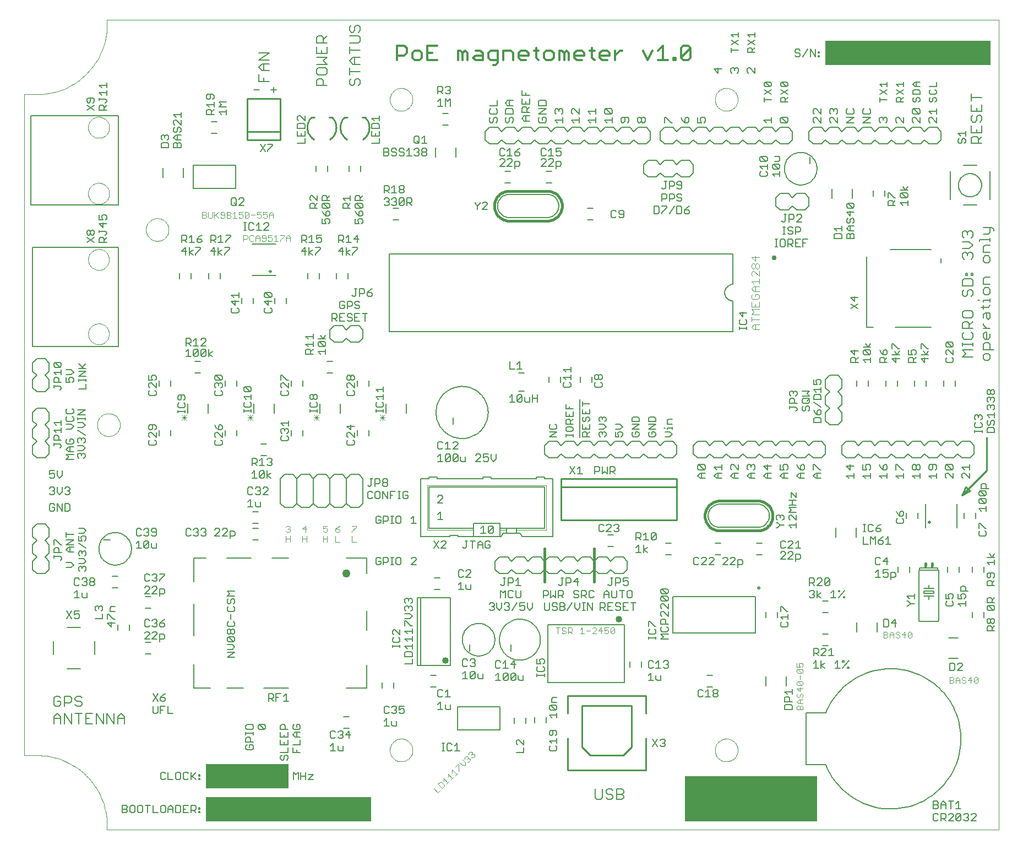
<source format=gto>
G75*
G70*
%OFA0B0*%
%FSLAX24Y24*%
%IPPOS*%
%LPD*%
%AMOC8*
5,1,8,0,0,1.08239X$1,22.5*
%
%ADD10C,0.0070*%
%ADD11C,0.0080*%
%ADD12C,0.0050*%
%ADD13C,0.0040*%
%ADD14C,0.0100*%
%ADD15C,0.0150*%
%ADD16C,0.0500*%
%ADD17C,0.0120*%
%ADD18R,0.5000X0.1500*%
%ADD19R,1.0000X0.1500*%
%ADD20R,0.8000X0.2750*%
%ADD21C,0.0060*%
%ADD22C,0.0160*%
%ADD23R,0.0160X0.0230*%
%ADD24C,0.0020*%
%ADD25C,0.0300*%
%ADD26C,0.0400*%
%ADD27C,0.0030*%
%ADD28C,0.0000*%
D10*
X004960Y009585D02*
X004960Y010005D01*
X005170Y010216D01*
X005380Y010005D01*
X005380Y009585D01*
X005605Y009585D02*
X005605Y010216D01*
X006025Y009585D01*
X006025Y010216D01*
X006249Y010216D02*
X006669Y010216D01*
X006459Y010216D02*
X006459Y009585D01*
X006894Y009585D02*
X007314Y009585D01*
X007538Y009585D02*
X007538Y010216D01*
X007959Y009585D01*
X007959Y010216D01*
X008183Y010216D02*
X008603Y009585D01*
X008603Y010216D01*
X008827Y010005D02*
X009037Y010216D01*
X009248Y010005D01*
X009248Y009585D01*
X009248Y009900D02*
X008827Y009900D01*
X008827Y010005D02*
X008827Y009585D01*
X008183Y009585D02*
X008183Y010216D01*
X007314Y010216D02*
X006894Y010216D01*
X006894Y009585D01*
X006894Y009900D02*
X007104Y009900D01*
X006564Y010635D02*
X006354Y010635D01*
X006249Y010740D01*
X006354Y010950D02*
X006564Y010950D01*
X006669Y010845D01*
X006669Y010740D01*
X006564Y010635D01*
X006354Y010950D02*
X006249Y011055D01*
X006249Y011160D01*
X006354Y011266D01*
X006564Y011266D01*
X006669Y011160D01*
X006025Y011160D02*
X006025Y010950D01*
X005920Y010845D01*
X005605Y010845D01*
X005605Y010635D02*
X005605Y011266D01*
X005920Y011266D01*
X006025Y011160D01*
X005380Y011160D02*
X005275Y011266D01*
X005065Y011266D01*
X004960Y011160D01*
X004960Y010740D01*
X005065Y010635D01*
X005275Y010635D01*
X005380Y010740D01*
X005380Y010950D01*
X005170Y010950D01*
X004960Y009900D02*
X005380Y009900D01*
X037743Y005641D02*
X037743Y005115D01*
X037848Y005010D01*
X038058Y005010D01*
X038164Y005115D01*
X038164Y005641D01*
X038388Y005535D02*
X038388Y005430D01*
X038493Y005325D01*
X038703Y005325D01*
X038808Y005220D01*
X038808Y005115D01*
X038703Y005010D01*
X038493Y005010D01*
X038388Y005115D01*
X038388Y005535D02*
X038493Y005641D01*
X038703Y005641D01*
X038808Y005535D01*
X039032Y005641D02*
X039348Y005641D01*
X039453Y005535D01*
X039453Y005430D01*
X039348Y005325D01*
X039032Y005325D01*
X039032Y005010D02*
X039348Y005010D01*
X039453Y005115D01*
X039453Y005220D01*
X039348Y005325D01*
X039032Y005010D02*
X039032Y005641D01*
X059959Y031789D02*
X060170Y031999D01*
X059959Y032209D01*
X060590Y032209D01*
X060590Y032434D02*
X060590Y032644D01*
X060590Y032539D02*
X059959Y032539D01*
X059959Y032434D02*
X059959Y032644D01*
X060065Y032863D02*
X060485Y032863D01*
X060590Y032968D01*
X060590Y033179D01*
X060485Y033284D01*
X060590Y033508D02*
X059959Y033508D01*
X059959Y033823D01*
X060065Y033928D01*
X060275Y033928D01*
X060380Y033823D01*
X060380Y033508D01*
X060380Y033718D02*
X060590Y033928D01*
X060485Y034152D02*
X060590Y034257D01*
X060590Y034468D01*
X060485Y034573D01*
X060065Y034573D01*
X059959Y034468D01*
X059959Y034257D01*
X060065Y034152D01*
X060485Y034152D01*
X061220Y034150D02*
X061220Y034360D01*
X061325Y034465D01*
X061640Y034465D01*
X061640Y034150D01*
X061535Y034045D01*
X061430Y034150D01*
X061430Y034465D01*
X061220Y034689D02*
X061220Y034900D01*
X061115Y034795D02*
X061535Y034795D01*
X061640Y034900D01*
X061640Y035119D02*
X061640Y035329D01*
X061640Y035224D02*
X061220Y035224D01*
X061220Y035119D01*
X061009Y035224D02*
X060904Y035224D01*
X060590Y035547D02*
X060485Y035441D01*
X060590Y035547D02*
X060590Y035757D01*
X060485Y035862D01*
X060380Y035862D01*
X060275Y035757D01*
X060275Y035547D01*
X060170Y035441D01*
X060065Y035441D01*
X059959Y035547D01*
X059959Y035757D01*
X060065Y035862D01*
X059959Y036086D02*
X059959Y036401D01*
X060065Y036506D01*
X060485Y036506D01*
X060590Y036401D01*
X060590Y036086D01*
X059959Y036086D01*
X060170Y036731D02*
X060275Y036731D01*
X060275Y036836D01*
X060170Y036836D01*
X060170Y036731D01*
X060485Y036731D02*
X060590Y036731D01*
X060590Y036836D01*
X060485Y036836D01*
X060485Y036731D01*
X061220Y036509D02*
X061325Y036614D01*
X061640Y036614D01*
X061640Y036193D02*
X061220Y036193D01*
X061220Y036509D01*
X061325Y035969D02*
X061220Y035864D01*
X061220Y035654D01*
X061325Y035549D01*
X061535Y035549D01*
X061640Y035654D01*
X061640Y035864D01*
X061535Y035969D01*
X061325Y035969D01*
X061325Y037483D02*
X061535Y037483D01*
X061640Y037588D01*
X061640Y037798D01*
X061535Y037903D01*
X061325Y037903D01*
X061220Y037798D01*
X061220Y037588D01*
X061325Y037483D01*
X061220Y038127D02*
X061220Y038442D01*
X061325Y038547D01*
X061640Y038547D01*
X061640Y038772D02*
X061640Y038982D01*
X061640Y038877D02*
X061009Y038877D01*
X061009Y038772D01*
X060590Y038552D02*
X060380Y038762D01*
X059959Y038762D01*
X060065Y038986D02*
X059959Y039092D01*
X059959Y039302D01*
X060065Y039407D01*
X060170Y039407D01*
X060275Y039302D01*
X060380Y039407D01*
X060485Y039407D01*
X060590Y039302D01*
X060590Y039092D01*
X060485Y038986D01*
X060275Y039197D02*
X060275Y039302D01*
X060590Y038552D02*
X060380Y038342D01*
X059959Y038342D01*
X060065Y038118D02*
X060170Y038118D01*
X060275Y038013D01*
X060380Y038118D01*
X060485Y038118D01*
X060590Y038013D01*
X060590Y037802D01*
X060485Y037697D01*
X060275Y037908D02*
X060275Y038013D01*
X060065Y038118D02*
X059959Y038013D01*
X059959Y037802D01*
X060065Y037697D01*
X061220Y038127D02*
X061640Y038127D01*
X061535Y039201D02*
X061640Y039306D01*
X061640Y039622D01*
X061745Y039622D02*
X061850Y039517D01*
X061850Y039411D01*
X061745Y039622D02*
X061220Y039622D01*
X061220Y039201D02*
X061535Y039201D01*
X061220Y033823D02*
X061220Y033718D01*
X061430Y033508D01*
X061640Y033508D02*
X061220Y033508D01*
X061325Y033284D02*
X061430Y033284D01*
X061430Y032863D01*
X061535Y032863D02*
X061325Y032863D01*
X061220Y032968D01*
X061220Y033179D01*
X061325Y033284D01*
X061640Y033179D02*
X061640Y032968D01*
X061535Y032863D01*
X061535Y032639D02*
X061640Y032534D01*
X061640Y032219D01*
X061850Y032219D02*
X061220Y032219D01*
X061220Y032534D01*
X061325Y032639D01*
X061535Y032639D01*
X061535Y031994D02*
X061325Y031994D01*
X061220Y031889D01*
X061220Y031679D01*
X061325Y031574D01*
X061535Y031574D01*
X061640Y031679D01*
X061640Y031889D01*
X061535Y031994D01*
X060590Y031789D02*
X059959Y031789D01*
X060065Y032863D02*
X059959Y032968D01*
X059959Y033179D01*
X060065Y033284D01*
X060509Y044710D02*
X060509Y045025D01*
X060615Y045130D01*
X060825Y045130D01*
X060930Y045025D01*
X060930Y044710D01*
X061140Y044710D02*
X060509Y044710D01*
X060930Y044920D02*
X061140Y045130D01*
X061140Y045355D02*
X061140Y045775D01*
X061035Y045999D02*
X061140Y046104D01*
X061140Y046314D01*
X061035Y046419D01*
X060930Y046419D01*
X060825Y046314D01*
X060825Y046104D01*
X060720Y045999D01*
X060615Y045999D01*
X060509Y046104D01*
X060509Y046314D01*
X060615Y046419D01*
X060509Y046644D02*
X061140Y046644D01*
X061140Y047064D01*
X060825Y046854D02*
X060825Y046644D01*
X060509Y046644D02*
X060509Y047064D01*
X060509Y047288D02*
X060509Y047709D01*
X060509Y047498D02*
X061140Y047498D01*
X060509Y045775D02*
X060509Y045355D01*
X061140Y045355D01*
X060825Y045355D02*
X060825Y045565D01*
X023490Y048315D02*
X023385Y048210D01*
X023490Y048315D02*
X023490Y048525D01*
X023385Y048630D01*
X023280Y048630D01*
X023175Y048525D01*
X023175Y048315D01*
X023070Y048210D01*
X022965Y048210D01*
X022859Y048315D01*
X022859Y048525D01*
X022965Y048630D01*
X022859Y048855D02*
X022859Y049275D01*
X022859Y049065D02*
X023490Y049065D01*
X023490Y049499D02*
X023070Y049499D01*
X022859Y049709D01*
X023070Y049919D01*
X023490Y049919D01*
X023175Y049919D02*
X023175Y049499D01*
X022859Y050144D02*
X022859Y050564D01*
X022859Y050354D02*
X023490Y050354D01*
X023385Y050788D02*
X023490Y050893D01*
X023490Y051103D01*
X023385Y051209D01*
X022859Y051209D01*
X022965Y051433D02*
X023070Y051433D01*
X023175Y051538D01*
X023175Y051748D01*
X023280Y051853D01*
X023385Y051853D01*
X023490Y051748D01*
X023490Y051538D01*
X023385Y051433D01*
X022965Y051433D02*
X022859Y051538D01*
X022859Y051748D01*
X022965Y051853D01*
X022859Y050788D02*
X023385Y050788D01*
X021490Y050788D02*
X020859Y050788D01*
X020859Y051103D01*
X020965Y051209D01*
X021175Y051209D01*
X021280Y051103D01*
X021280Y050788D01*
X021280Y050998D02*
X021490Y051209D01*
X021490Y050564D02*
X021490Y050144D01*
X020859Y050144D01*
X020859Y050564D01*
X021175Y050354D02*
X021175Y050144D01*
X021490Y049919D02*
X020859Y049919D01*
X020859Y049499D02*
X021490Y049499D01*
X021280Y049709D01*
X021490Y049919D01*
X021385Y049275D02*
X020965Y049275D01*
X020859Y049170D01*
X020859Y048960D01*
X020965Y048855D01*
X021385Y048855D01*
X021490Y048960D01*
X021490Y049170D01*
X021385Y049275D01*
X021175Y048630D02*
X020965Y048630D01*
X020859Y048525D01*
X020859Y048210D01*
X021490Y048210D01*
X021280Y048210D02*
X021280Y048525D01*
X021175Y048630D01*
X017990Y048460D02*
X017359Y048460D01*
X017359Y048880D01*
X017570Y049105D02*
X017359Y049315D01*
X017570Y049525D01*
X017990Y049525D01*
X017990Y049749D02*
X017359Y049749D01*
X017990Y050169D01*
X017359Y050169D01*
X017675Y049525D02*
X017675Y049105D01*
X017570Y049105D02*
X017990Y049105D01*
X017675Y048670D02*
X017675Y048460D01*
D11*
X015965Y043375D02*
X013385Y043375D01*
X013385Y041975D01*
X015965Y041975D01*
X015965Y043375D01*
X008856Y040975D02*
X008856Y046375D01*
X003575Y046375D01*
X003575Y040975D01*
X008856Y040975D01*
X008856Y038425D02*
X003675Y038425D01*
X003675Y032425D01*
X008856Y032425D01*
X008856Y038425D01*
X018008Y036965D02*
X018010Y036980D01*
X018016Y036993D01*
X018025Y037005D01*
X018036Y037014D01*
X018050Y037020D01*
X018065Y037022D01*
X018080Y037020D01*
X018093Y037014D01*
X018105Y037005D01*
X018114Y036994D01*
X018120Y036980D01*
X018122Y036965D01*
X018120Y036950D01*
X018114Y036937D01*
X018105Y036925D01*
X018094Y036916D01*
X018080Y036910D01*
X018065Y036908D01*
X018050Y036910D01*
X018037Y036916D01*
X018025Y036925D01*
X018016Y036936D01*
X018010Y036950D01*
X018008Y036965D01*
X021675Y033425D02*
X021675Y032925D01*
X021925Y032675D01*
X022425Y032675D01*
X022675Y032925D01*
X022925Y032675D01*
X023425Y032675D01*
X023675Y032925D01*
X023675Y033425D01*
X023425Y033675D01*
X022925Y033675D01*
X022675Y033425D01*
X022425Y033675D01*
X021925Y033675D01*
X021675Y033425D01*
X028100Y028425D02*
X028102Y028504D01*
X028108Y028583D01*
X028118Y028662D01*
X028132Y028740D01*
X028149Y028817D01*
X028171Y028893D01*
X028196Y028968D01*
X028226Y029041D01*
X028258Y029113D01*
X028295Y029184D01*
X028335Y029252D01*
X028378Y029318D01*
X028424Y029382D01*
X028474Y029444D01*
X028527Y029503D01*
X028582Y029559D01*
X028641Y029613D01*
X028702Y029663D01*
X028765Y029711D01*
X028831Y029755D01*
X028899Y029796D01*
X028969Y029833D01*
X029040Y029867D01*
X029114Y029897D01*
X029188Y029923D01*
X029264Y029945D01*
X029341Y029964D01*
X029419Y029979D01*
X029497Y029990D01*
X029576Y029997D01*
X029655Y030000D01*
X029734Y029999D01*
X029813Y029994D01*
X029892Y029985D01*
X029970Y029972D01*
X030047Y029955D01*
X030124Y029935D01*
X030199Y029910D01*
X030273Y029882D01*
X030346Y029850D01*
X030416Y029815D01*
X030485Y029776D01*
X030552Y029733D01*
X030617Y029687D01*
X030679Y029639D01*
X030739Y029587D01*
X030796Y029532D01*
X030850Y029474D01*
X030901Y029414D01*
X030949Y029351D01*
X030994Y029286D01*
X031036Y029218D01*
X031074Y029149D01*
X031108Y029078D01*
X031139Y029005D01*
X031167Y028930D01*
X031190Y028855D01*
X031210Y028778D01*
X031226Y028701D01*
X031238Y028622D01*
X031246Y028544D01*
X031250Y028465D01*
X031250Y028385D01*
X031246Y028306D01*
X031238Y028228D01*
X031226Y028149D01*
X031210Y028072D01*
X031190Y027995D01*
X031167Y027920D01*
X031139Y027845D01*
X031108Y027772D01*
X031074Y027701D01*
X031036Y027632D01*
X030994Y027564D01*
X030949Y027499D01*
X030901Y027436D01*
X030850Y027376D01*
X030796Y027318D01*
X030739Y027263D01*
X030679Y027211D01*
X030617Y027163D01*
X030552Y027117D01*
X030485Y027074D01*
X030416Y027035D01*
X030346Y027000D01*
X030273Y026968D01*
X030199Y026940D01*
X030124Y026915D01*
X030047Y026895D01*
X029970Y026878D01*
X029892Y026865D01*
X029813Y026856D01*
X029734Y026851D01*
X029655Y026850D01*
X029576Y026853D01*
X029497Y026860D01*
X029419Y026871D01*
X029341Y026886D01*
X029264Y026905D01*
X029188Y026927D01*
X029114Y026953D01*
X029040Y026983D01*
X028969Y027017D01*
X028899Y027054D01*
X028831Y027095D01*
X028765Y027139D01*
X028702Y027187D01*
X028641Y027237D01*
X028582Y027291D01*
X028527Y027347D01*
X028474Y027406D01*
X028424Y027468D01*
X028378Y027532D01*
X028335Y027598D01*
X028295Y027666D01*
X028258Y027737D01*
X028226Y027809D01*
X028196Y027882D01*
X028171Y027957D01*
X028149Y028033D01*
X028132Y028110D01*
X028118Y028188D01*
X028108Y028267D01*
X028102Y028346D01*
X028100Y028425D01*
X029125Y028125D02*
X029125Y027725D01*
X034675Y026425D02*
X034675Y025925D01*
X034925Y025675D01*
X035425Y025675D01*
X035675Y025925D01*
X035925Y025675D01*
X036425Y025675D01*
X036675Y025925D01*
X036925Y025675D01*
X037425Y025675D01*
X037675Y025925D01*
X037925Y025675D01*
X038425Y025675D01*
X038675Y025925D01*
X038925Y025675D01*
X039425Y025675D01*
X039675Y025925D01*
X039925Y025675D01*
X040425Y025675D01*
X040675Y025925D01*
X040925Y025675D01*
X041425Y025675D01*
X041675Y025925D01*
X041925Y025675D01*
X042425Y025675D01*
X042675Y025925D01*
X042675Y026425D01*
X042425Y026675D01*
X041925Y026675D01*
X041675Y026425D01*
X041425Y026675D01*
X040925Y026675D01*
X040675Y026425D01*
X040425Y026675D01*
X039925Y026675D01*
X039675Y026425D01*
X039425Y026675D01*
X038925Y026675D01*
X038675Y026425D01*
X038425Y026675D01*
X037925Y026675D01*
X037675Y026425D01*
X037425Y026675D01*
X036925Y026675D01*
X036675Y026425D01*
X036425Y026675D01*
X035925Y026675D01*
X035675Y026425D01*
X035425Y026675D01*
X034925Y026675D01*
X034675Y026425D01*
X034965Y026965D02*
X035385Y027245D01*
X034965Y027245D01*
X035035Y027425D02*
X035315Y027425D01*
X035385Y027495D01*
X035385Y027636D01*
X035315Y027706D01*
X035035Y027706D02*
X034965Y027636D01*
X034965Y027495D01*
X035035Y027425D01*
X034965Y026965D02*
X035385Y026965D01*
X035965Y026965D02*
X035965Y027105D01*
X035965Y027035D02*
X036385Y027035D01*
X036385Y026965D02*
X036385Y027105D01*
X036315Y027272D02*
X036385Y027342D01*
X036385Y027482D01*
X036315Y027552D01*
X036035Y027552D01*
X035965Y027482D01*
X035965Y027342D01*
X036035Y027272D01*
X036315Y027272D01*
X036385Y027732D02*
X035965Y027732D01*
X035965Y027943D01*
X036035Y028013D01*
X036175Y028013D01*
X036245Y027943D01*
X036245Y027732D01*
X036245Y027872D02*
X036385Y028013D01*
X036385Y028193D02*
X036385Y028473D01*
X036385Y028653D02*
X035965Y028653D01*
X035965Y028933D01*
X036175Y028793D02*
X036175Y028653D01*
X035965Y028473D02*
X035965Y028193D01*
X036385Y028193D01*
X036175Y028193D02*
X036175Y028333D01*
X036965Y028346D02*
X037385Y028346D01*
X037385Y028626D01*
X037175Y028486D02*
X037175Y028346D01*
X037245Y028166D02*
X037315Y028166D01*
X037385Y028096D01*
X037385Y027956D01*
X037315Y027886D01*
X037175Y027956D02*
X037175Y028096D01*
X037245Y028166D01*
X037035Y028166D02*
X036965Y028096D01*
X036965Y027956D01*
X037035Y027886D01*
X037105Y027886D01*
X037175Y027956D01*
X037385Y027706D02*
X037385Y027425D01*
X036965Y027425D01*
X036965Y027706D01*
X037175Y027566D02*
X037175Y027425D01*
X037175Y027245D02*
X037245Y027175D01*
X037245Y026965D01*
X037385Y026965D02*
X036965Y026965D01*
X036965Y027175D01*
X037035Y027245D01*
X037175Y027245D01*
X037245Y027105D02*
X037385Y027245D01*
X037965Y027175D02*
X037965Y027035D01*
X038035Y026965D01*
X038175Y027105D02*
X038175Y027175D01*
X038245Y027245D01*
X038315Y027245D01*
X038385Y027175D01*
X038385Y027035D01*
X038315Y026965D01*
X038175Y027175D02*
X038105Y027245D01*
X038035Y027245D01*
X037965Y027175D01*
X037965Y027425D02*
X038245Y027425D01*
X038385Y027566D01*
X038245Y027706D01*
X037965Y027706D01*
X038035Y027886D02*
X037965Y027956D01*
X037965Y028096D01*
X038035Y028166D01*
X038105Y028166D01*
X038175Y028096D01*
X038245Y028166D01*
X038315Y028166D01*
X038385Y028096D01*
X038385Y027956D01*
X038315Y027886D01*
X038175Y028026D02*
X038175Y028096D01*
X038965Y027706D02*
X039245Y027706D01*
X039385Y027566D01*
X039245Y027425D01*
X038965Y027425D01*
X038965Y027245D02*
X038965Y026965D01*
X039175Y026965D01*
X039105Y027105D01*
X039105Y027175D01*
X039175Y027245D01*
X039315Y027245D01*
X039385Y027175D01*
X039385Y027035D01*
X039315Y026965D01*
X039965Y027035D02*
X040035Y026965D01*
X040315Y026965D01*
X040385Y027035D01*
X040385Y027175D01*
X040315Y027245D01*
X040175Y027245D01*
X040175Y027105D01*
X040035Y027245D02*
X039965Y027175D01*
X039965Y027035D01*
X039965Y027425D02*
X040385Y027706D01*
X039965Y027706D01*
X039965Y027886D02*
X039965Y028096D01*
X040035Y028166D01*
X040315Y028166D01*
X040385Y028096D01*
X040385Y027886D01*
X039965Y027886D01*
X039965Y027425D02*
X040385Y027425D01*
X040965Y027425D02*
X041385Y027706D01*
X040965Y027706D01*
X040965Y027886D02*
X040965Y028096D01*
X041035Y028166D01*
X041315Y028166D01*
X041385Y028096D01*
X041385Y027886D01*
X040965Y027886D01*
X040965Y027425D02*
X041385Y027425D01*
X041315Y027245D02*
X041175Y027245D01*
X041175Y027105D01*
X041315Y026965D02*
X041385Y027035D01*
X041385Y027175D01*
X041315Y027245D01*
X041315Y026965D02*
X041035Y026965D01*
X040965Y027035D01*
X040965Y027175D01*
X041035Y027245D01*
X041895Y027495D02*
X041965Y027495D01*
X042105Y027495D02*
X042385Y027495D01*
X042385Y027425D02*
X042385Y027566D01*
X042385Y027732D02*
X042105Y027732D01*
X042105Y027943D01*
X042175Y028013D01*
X042385Y028013D01*
X042105Y027495D02*
X042105Y027425D01*
X042245Y027245D02*
X041965Y027245D01*
X042245Y027245D02*
X042385Y027105D01*
X042245Y026965D01*
X041965Y026965D01*
X043675Y026425D02*
X043675Y025925D01*
X043925Y025675D01*
X044425Y025675D01*
X044675Y025925D01*
X044925Y025675D01*
X045425Y025675D01*
X045675Y025925D01*
X045925Y025675D01*
X046425Y025675D01*
X046675Y025925D01*
X046925Y025675D01*
X047425Y025675D01*
X047675Y025925D01*
X047925Y025675D01*
X048425Y025675D01*
X048675Y025925D01*
X048925Y025675D01*
X049425Y025675D01*
X049675Y025925D01*
X049925Y025675D01*
X050425Y025675D01*
X050675Y025925D01*
X050925Y025675D01*
X051425Y025675D01*
X051675Y025925D01*
X051675Y026425D01*
X051425Y026675D01*
X050925Y026675D01*
X050675Y026425D01*
X050425Y026675D01*
X049925Y026675D01*
X049675Y026425D01*
X049425Y026675D01*
X048925Y026675D01*
X048675Y026425D01*
X048425Y026675D01*
X047925Y026675D01*
X047675Y026425D01*
X047425Y026675D01*
X046925Y026675D01*
X046675Y026425D01*
X046425Y026675D01*
X045925Y026675D01*
X045675Y026425D01*
X045425Y026675D01*
X044925Y026675D01*
X044675Y026425D01*
X044425Y026675D01*
X043925Y026675D01*
X043675Y026425D01*
X044015Y025270D02*
X044335Y024949D01*
X044415Y025029D01*
X044415Y025190D01*
X044335Y025270D01*
X044015Y025270D01*
X043935Y025190D01*
X043935Y025029D01*
X044015Y024949D01*
X044335Y024949D01*
X044415Y024754D02*
X044095Y024754D01*
X043935Y024594D01*
X044095Y024434D01*
X044415Y024434D01*
X044175Y024434D02*
X044175Y024754D01*
X044935Y024594D02*
X045095Y024754D01*
X045415Y024754D01*
X045415Y024949D02*
X045415Y025270D01*
X045415Y025109D02*
X044935Y025109D01*
X045095Y024949D01*
X045175Y024754D02*
X045175Y024434D01*
X045095Y024434D02*
X044935Y024594D01*
X045095Y024434D02*
X045415Y024434D01*
X045935Y024594D02*
X046095Y024754D01*
X046415Y024754D01*
X046415Y024949D02*
X046095Y025270D01*
X046015Y025270D01*
X045935Y025190D01*
X045935Y025029D01*
X046015Y024949D01*
X046175Y024754D02*
X046175Y024434D01*
X046095Y024434D02*
X045935Y024594D01*
X046095Y024434D02*
X046415Y024434D01*
X046415Y024949D02*
X046415Y025270D01*
X046935Y025190D02*
X047015Y025270D01*
X047095Y025270D01*
X047175Y025190D01*
X047255Y025270D01*
X047335Y025270D01*
X047415Y025190D01*
X047415Y025029D01*
X047335Y024949D01*
X047415Y024754D02*
X047095Y024754D01*
X046935Y024594D01*
X047095Y024434D01*
X047415Y024434D01*
X047175Y024434D02*
X047175Y024754D01*
X047015Y024949D02*
X046935Y025029D01*
X046935Y025190D01*
X047175Y025190D02*
X047175Y025109D01*
X047935Y025190D02*
X048175Y024949D01*
X048175Y025270D01*
X048415Y025190D02*
X047935Y025190D01*
X048095Y024754D02*
X048415Y024754D01*
X048175Y024754D02*
X048175Y024434D01*
X048095Y024434D02*
X047935Y024594D01*
X048095Y024754D01*
X048095Y024434D02*
X048415Y024434D01*
X048935Y024594D02*
X049095Y024754D01*
X049415Y024754D01*
X049335Y024949D02*
X049415Y025029D01*
X049415Y025190D01*
X049335Y025270D01*
X049175Y025270D01*
X049095Y025190D01*
X049095Y025109D01*
X049175Y024949D01*
X048935Y024949D01*
X048935Y025270D01*
X049175Y024754D02*
X049175Y024434D01*
X049095Y024434D02*
X048935Y024594D01*
X049095Y024434D02*
X049415Y024434D01*
X049935Y024594D02*
X050095Y024754D01*
X050415Y024754D01*
X050335Y024949D02*
X050175Y024949D01*
X050175Y025190D01*
X050255Y025270D01*
X050335Y025270D01*
X050415Y025190D01*
X050415Y025029D01*
X050335Y024949D01*
X050175Y024949D02*
X050015Y025109D01*
X049935Y025270D01*
X050175Y024754D02*
X050175Y024434D01*
X050095Y024434D02*
X049935Y024594D01*
X050095Y024434D02*
X050415Y024434D01*
X050935Y024594D02*
X051095Y024754D01*
X051415Y024754D01*
X051415Y024949D02*
X051335Y024949D01*
X051015Y025270D01*
X050935Y025270D01*
X050935Y024949D01*
X051175Y024754D02*
X051175Y024434D01*
X051095Y024434D02*
X051415Y024434D01*
X051095Y024434D02*
X050935Y024594D01*
X052935Y024594D02*
X053415Y024594D01*
X053415Y024434D02*
X053415Y024754D01*
X053175Y024949D02*
X052935Y025190D01*
X053415Y025190D01*
X053175Y025270D02*
X053175Y024949D01*
X052935Y024594D02*
X053095Y024434D01*
X053935Y024594D02*
X054415Y024594D01*
X054415Y024434D02*
X054415Y024754D01*
X054335Y024949D02*
X054415Y025029D01*
X054415Y025190D01*
X054335Y025270D01*
X054175Y025270D01*
X054095Y025190D01*
X054095Y025109D01*
X054175Y024949D01*
X053935Y024949D01*
X053935Y025270D01*
X053925Y025675D02*
X053675Y025925D01*
X053425Y025675D01*
X052925Y025675D01*
X052675Y025925D01*
X052675Y026425D01*
X052925Y026675D01*
X053425Y026675D01*
X053675Y026425D01*
X053925Y026675D01*
X054425Y026675D01*
X054675Y026425D01*
X054925Y026675D01*
X055425Y026675D01*
X055675Y026425D01*
X055925Y026675D01*
X056425Y026675D01*
X056675Y026425D01*
X056925Y026675D01*
X057425Y026675D01*
X057675Y026425D01*
X057925Y026675D01*
X058425Y026675D01*
X058675Y026425D01*
X058925Y026675D01*
X059425Y026675D01*
X059675Y026425D01*
X059925Y026675D01*
X060425Y026675D01*
X060675Y026425D01*
X060675Y025925D01*
X060425Y025675D01*
X059925Y025675D01*
X059675Y025925D01*
X059425Y025675D01*
X058925Y025675D01*
X058675Y025925D01*
X058425Y025675D01*
X057925Y025675D01*
X057675Y025925D01*
X057425Y025675D01*
X056925Y025675D01*
X056675Y025925D01*
X056425Y025675D01*
X055925Y025675D01*
X055675Y025925D01*
X055425Y025675D01*
X054925Y025675D01*
X054675Y025925D01*
X054425Y025675D01*
X053925Y025675D01*
X054935Y025270D02*
X055015Y025109D01*
X055175Y024949D01*
X055175Y025190D01*
X055255Y025270D01*
X055335Y025270D01*
X055415Y025190D01*
X055415Y025029D01*
X055335Y024949D01*
X055175Y024949D01*
X055415Y024754D02*
X055415Y024434D01*
X055415Y024594D02*
X054935Y024594D01*
X055095Y024434D01*
X055935Y024594D02*
X056415Y024594D01*
X056415Y024434D02*
X056415Y024754D01*
X056415Y024949D02*
X056335Y024949D01*
X056015Y025270D01*
X055935Y025270D01*
X055935Y024949D01*
X055935Y024594D02*
X056095Y024434D01*
X056935Y024594D02*
X057415Y024594D01*
X057415Y024434D02*
X057415Y024754D01*
X057335Y024949D02*
X057255Y024949D01*
X057175Y025029D01*
X057175Y025190D01*
X057255Y025270D01*
X057335Y025270D01*
X057415Y025190D01*
X057415Y025029D01*
X057335Y024949D01*
X057175Y025029D02*
X057095Y024949D01*
X057015Y024949D01*
X056935Y025029D01*
X056935Y025190D01*
X057015Y025270D01*
X057095Y025270D01*
X057175Y025190D01*
X056935Y024594D02*
X057095Y024434D01*
X057935Y024594D02*
X058415Y024594D01*
X058415Y024434D02*
X058415Y024754D01*
X058335Y024949D02*
X058415Y025029D01*
X058415Y025190D01*
X058335Y025270D01*
X058015Y025270D01*
X057935Y025190D01*
X057935Y025029D01*
X058015Y024949D01*
X058095Y024949D01*
X058175Y025029D01*
X058175Y025270D01*
X057935Y024594D02*
X058095Y024434D01*
X058935Y024514D02*
X059015Y024434D01*
X058935Y024514D02*
X058935Y024674D01*
X059015Y024754D01*
X059095Y024754D01*
X059415Y024434D01*
X059415Y024754D01*
X059335Y024949D02*
X059015Y025270D01*
X059335Y025270D01*
X059415Y025190D01*
X059415Y025029D01*
X059335Y024949D01*
X059015Y024949D01*
X058935Y025029D01*
X058935Y025190D01*
X059015Y025270D01*
X059935Y025109D02*
X060415Y025109D01*
X060415Y024949D02*
X060415Y025270D01*
X060095Y024949D02*
X059935Y025109D01*
X060015Y024754D02*
X059935Y024674D01*
X059935Y024514D01*
X060015Y024434D01*
X060015Y024754D02*
X060095Y024754D01*
X060415Y024434D01*
X060415Y024754D01*
X057908Y021785D02*
X057910Y021800D01*
X057916Y021813D01*
X057925Y021825D01*
X057936Y021834D01*
X057950Y021840D01*
X057965Y021842D01*
X057980Y021840D01*
X057993Y021834D01*
X058005Y021825D01*
X058014Y021814D01*
X058020Y021800D01*
X058022Y021785D01*
X058020Y021770D01*
X058014Y021757D01*
X058005Y021745D01*
X057994Y021736D01*
X057980Y021730D01*
X057965Y021728D01*
X057950Y021730D01*
X057937Y021736D01*
X057925Y021745D01*
X057916Y021756D01*
X057910Y021770D01*
X057908Y021785D01*
X054095Y024434D02*
X053935Y024594D01*
X052425Y027675D02*
X051925Y027675D01*
X051675Y027925D01*
X051675Y028425D01*
X051925Y028675D01*
X051675Y028925D01*
X051675Y029425D01*
X051925Y029675D01*
X051675Y029925D01*
X051675Y030425D01*
X051925Y030675D01*
X052425Y030675D01*
X052675Y030425D01*
X052675Y029925D01*
X052425Y029675D01*
X052675Y029425D01*
X052675Y028925D01*
X052425Y028675D01*
X052675Y028425D01*
X052675Y027925D01*
X052425Y027675D01*
X039675Y019425D02*
X039425Y019675D01*
X038925Y019675D01*
X038675Y019425D01*
X038425Y019675D01*
X037925Y019675D01*
X037675Y019425D01*
X037425Y019675D01*
X036925Y019675D01*
X036675Y019425D01*
X036425Y019675D01*
X035925Y019675D01*
X035675Y019425D01*
X035425Y019675D01*
X034925Y019675D01*
X034675Y019425D01*
X034675Y018925D01*
X034925Y018675D01*
X035425Y018675D01*
X035675Y018925D01*
X035925Y018675D01*
X036425Y018675D01*
X036675Y018925D01*
X036925Y018675D01*
X037425Y018675D01*
X037675Y018925D01*
X037675Y019425D01*
X037675Y018925D01*
X037925Y018675D01*
X038425Y018675D01*
X038675Y018925D01*
X038925Y018675D01*
X039425Y018675D01*
X039675Y018925D01*
X039675Y019425D01*
X034675Y019425D02*
X034675Y018925D01*
X034425Y018675D01*
X033925Y018675D01*
X033675Y018925D01*
X033425Y018675D01*
X032925Y018675D01*
X032675Y018925D01*
X032425Y018675D01*
X031925Y018675D01*
X031675Y018925D01*
X031675Y019425D01*
X031925Y019675D01*
X032425Y019675D01*
X032675Y019425D01*
X032925Y019675D01*
X033425Y019675D01*
X033675Y019425D01*
X033925Y019675D01*
X034425Y019675D01*
X034675Y019425D01*
X031935Y014675D02*
X031937Y014745D01*
X031943Y014815D01*
X031953Y014885D01*
X031967Y014953D01*
X031984Y015021D01*
X032006Y015088D01*
X032031Y015154D01*
X032060Y015218D01*
X032092Y015280D01*
X032128Y015340D01*
X032168Y015398D01*
X032210Y015454D01*
X032256Y015507D01*
X032304Y015558D01*
X032356Y015606D01*
X032410Y015651D01*
X032466Y015692D01*
X032525Y015731D01*
X032586Y015766D01*
X032648Y015798D01*
X032713Y015826D01*
X032778Y015850D01*
X032846Y015870D01*
X032914Y015887D01*
X032983Y015900D01*
X033052Y015909D01*
X033122Y015914D01*
X033193Y015915D01*
X033263Y015912D01*
X033333Y015905D01*
X033402Y015894D01*
X033470Y015879D01*
X033538Y015861D01*
X033605Y015838D01*
X033670Y015812D01*
X033733Y015782D01*
X033795Y015749D01*
X033855Y015712D01*
X033912Y015672D01*
X033968Y015629D01*
X034020Y015582D01*
X034070Y015533D01*
X034117Y015481D01*
X034161Y015426D01*
X034202Y015369D01*
X034240Y015310D01*
X034274Y015249D01*
X034305Y015186D01*
X034332Y015121D01*
X034355Y015055D01*
X034375Y014987D01*
X034391Y014919D01*
X034403Y014850D01*
X034411Y014780D01*
X034415Y014710D01*
X034415Y014640D01*
X034411Y014570D01*
X034403Y014500D01*
X034391Y014431D01*
X034375Y014363D01*
X034355Y014295D01*
X034332Y014229D01*
X034305Y014164D01*
X034274Y014101D01*
X034240Y014040D01*
X034202Y013981D01*
X034161Y013924D01*
X034117Y013869D01*
X034070Y013817D01*
X034020Y013768D01*
X033968Y013721D01*
X033912Y013678D01*
X033855Y013638D01*
X033795Y013601D01*
X033733Y013568D01*
X033670Y013538D01*
X033605Y013512D01*
X033538Y013489D01*
X033470Y013471D01*
X033402Y013456D01*
X033333Y013445D01*
X033263Y013438D01*
X033193Y013435D01*
X033122Y013436D01*
X033052Y013441D01*
X032983Y013450D01*
X032914Y013463D01*
X032846Y013480D01*
X032778Y013500D01*
X032713Y013524D01*
X032648Y013552D01*
X032586Y013584D01*
X032525Y013619D01*
X032466Y013658D01*
X032410Y013699D01*
X032356Y013744D01*
X032304Y013792D01*
X032256Y013843D01*
X032210Y013896D01*
X032168Y013952D01*
X032128Y014010D01*
X032092Y014070D01*
X032060Y014132D01*
X032031Y014196D01*
X032006Y014262D01*
X031984Y014329D01*
X031967Y014397D01*
X031953Y014465D01*
X031943Y014535D01*
X031937Y014605D01*
X031935Y014675D01*
X032625Y014375D02*
X032625Y013975D01*
X029691Y014675D02*
X029693Y014737D01*
X029699Y014800D01*
X029709Y014861D01*
X029723Y014922D01*
X029740Y014982D01*
X029761Y015041D01*
X029787Y015098D01*
X029815Y015153D01*
X029847Y015207D01*
X029883Y015258D01*
X029921Y015308D01*
X029963Y015354D01*
X030007Y015398D01*
X030055Y015439D01*
X030104Y015477D01*
X030156Y015511D01*
X030210Y015542D01*
X030266Y015570D01*
X030324Y015594D01*
X030383Y015615D01*
X030443Y015631D01*
X030504Y015644D01*
X030566Y015653D01*
X030628Y015658D01*
X030691Y015659D01*
X030753Y015656D01*
X030815Y015649D01*
X030877Y015638D01*
X030937Y015623D01*
X030997Y015605D01*
X031055Y015583D01*
X031112Y015557D01*
X031167Y015527D01*
X031220Y015494D01*
X031271Y015458D01*
X031319Y015419D01*
X031365Y015376D01*
X031408Y015331D01*
X031448Y015283D01*
X031485Y015233D01*
X031519Y015180D01*
X031550Y015126D01*
X031576Y015070D01*
X031600Y015012D01*
X031619Y014952D01*
X031635Y014892D01*
X031647Y014830D01*
X031655Y014769D01*
X031659Y014706D01*
X031659Y014644D01*
X031655Y014581D01*
X031647Y014520D01*
X031635Y014458D01*
X031619Y014398D01*
X031600Y014338D01*
X031576Y014280D01*
X031550Y014224D01*
X031519Y014170D01*
X031485Y014117D01*
X031448Y014067D01*
X031408Y014019D01*
X031365Y013974D01*
X031319Y013931D01*
X031271Y013892D01*
X031220Y013856D01*
X031167Y013823D01*
X031112Y013793D01*
X031055Y013767D01*
X030997Y013745D01*
X030937Y013727D01*
X030877Y013712D01*
X030815Y013701D01*
X030753Y013694D01*
X030691Y013691D01*
X030628Y013692D01*
X030566Y013697D01*
X030504Y013706D01*
X030443Y013719D01*
X030383Y013735D01*
X030324Y013756D01*
X030266Y013780D01*
X030210Y013808D01*
X030156Y013839D01*
X030104Y013873D01*
X030055Y013911D01*
X030007Y013952D01*
X029963Y013996D01*
X029921Y014042D01*
X029883Y014092D01*
X029847Y014143D01*
X029815Y014197D01*
X029787Y014252D01*
X029761Y014309D01*
X029740Y014368D01*
X029723Y014428D01*
X029709Y014489D01*
X029699Y014550D01*
X029693Y014613D01*
X029691Y014675D01*
X030125Y014375D02*
X030125Y013975D01*
X029385Y010625D02*
X031965Y010625D01*
X031965Y009225D01*
X029385Y009225D01*
X029385Y010625D01*
X047578Y017815D02*
X047580Y017830D01*
X047586Y017843D01*
X047595Y017855D01*
X047606Y017864D01*
X047620Y017870D01*
X047635Y017872D01*
X047650Y017870D01*
X047663Y017864D01*
X047675Y017855D01*
X047684Y017844D01*
X047690Y017830D01*
X047692Y017815D01*
X047690Y017800D01*
X047684Y017787D01*
X047675Y017775D01*
X047664Y017766D01*
X047650Y017760D01*
X047635Y017758D01*
X047620Y017760D01*
X047607Y017766D01*
X047595Y017775D01*
X047586Y017786D01*
X047580Y017800D01*
X047578Y017815D01*
X050514Y010250D02*
X051695Y010250D01*
X050514Y010250D02*
X050514Y007100D01*
X051695Y007100D01*
X051777Y006910D01*
X051868Y006724D01*
X051968Y006542D01*
X052076Y006366D01*
X052193Y006195D01*
X052318Y006030D01*
X052452Y005871D01*
X052592Y005719D01*
X052740Y005574D01*
X052895Y005436D01*
X053057Y005307D01*
X053224Y005185D01*
X053398Y005071D01*
X053576Y004967D01*
X053760Y004871D01*
X053948Y004784D01*
X054140Y004706D01*
X054336Y004638D01*
X054535Y004579D01*
X054736Y004531D01*
X054940Y004492D01*
X055145Y004463D01*
X055351Y004444D01*
X055558Y004436D01*
X055765Y004437D01*
X055972Y004449D01*
X056178Y004470D01*
X056383Y004502D01*
X056586Y004544D01*
X056787Y004595D01*
X056984Y004656D01*
X057179Y004727D01*
X057370Y004808D01*
X057557Y004897D01*
X057739Y004996D01*
X057916Y005103D01*
X058088Y005219D01*
X058254Y005343D01*
X058414Y005475D01*
X058567Y005615D01*
X058713Y005762D01*
X058851Y005916D01*
X058982Y006076D01*
X059105Y006243D01*
X059220Y006416D01*
X059326Y006594D01*
X059423Y006777D01*
X059511Y006964D01*
X059590Y007156D01*
X059660Y007351D01*
X059720Y007549D01*
X059770Y007750D01*
X059810Y007953D01*
X059840Y008158D01*
X059861Y008364D01*
X059871Y008571D01*
X059871Y008779D01*
X059861Y008986D01*
X059840Y009192D01*
X059810Y009397D01*
X059770Y009600D01*
X059720Y009801D01*
X059660Y009999D01*
X059590Y010194D01*
X059511Y010386D01*
X059423Y010573D01*
X059326Y010756D01*
X059220Y010934D01*
X059105Y011107D01*
X058982Y011274D01*
X058851Y011434D01*
X058713Y011588D01*
X058567Y011735D01*
X058414Y011875D01*
X058254Y012007D01*
X058088Y012131D01*
X057916Y012247D01*
X057739Y012354D01*
X057557Y012453D01*
X057370Y012542D01*
X057179Y012623D01*
X056984Y012694D01*
X056787Y012755D01*
X056586Y012806D01*
X056383Y012848D01*
X056178Y012880D01*
X055972Y012901D01*
X055765Y012913D01*
X055558Y012914D01*
X055351Y012906D01*
X055145Y012887D01*
X054940Y012858D01*
X054736Y012819D01*
X054535Y012771D01*
X054336Y012712D01*
X054140Y012644D01*
X053948Y012566D01*
X053760Y012479D01*
X053576Y012383D01*
X053398Y012279D01*
X053224Y012165D01*
X053057Y012043D01*
X052895Y011914D01*
X052740Y011776D01*
X052592Y011631D01*
X052452Y011479D01*
X052318Y011320D01*
X052193Y011155D01*
X052076Y010984D01*
X051968Y010808D01*
X051868Y010626D01*
X051777Y010440D01*
X051695Y010250D01*
X036805Y026925D02*
X036805Y029227D01*
X036965Y029087D02*
X036965Y028807D01*
X036965Y028947D02*
X037385Y028947D01*
X036965Y028626D02*
X036965Y028346D01*
X048925Y040675D02*
X048675Y040925D01*
X048675Y041425D01*
X048925Y041675D01*
X049425Y041675D01*
X049675Y041425D01*
X049925Y041675D01*
X050425Y041675D01*
X050675Y041425D01*
X050675Y040925D01*
X050425Y040675D01*
X049925Y040675D01*
X049675Y040925D01*
X049425Y040675D01*
X048925Y040675D01*
X049191Y043175D02*
X049193Y043237D01*
X049199Y043300D01*
X049209Y043361D01*
X049223Y043422D01*
X049240Y043482D01*
X049261Y043541D01*
X049287Y043598D01*
X049315Y043653D01*
X049347Y043707D01*
X049383Y043758D01*
X049421Y043808D01*
X049463Y043854D01*
X049507Y043898D01*
X049555Y043939D01*
X049604Y043977D01*
X049656Y044011D01*
X049710Y044042D01*
X049766Y044070D01*
X049824Y044094D01*
X049883Y044115D01*
X049943Y044131D01*
X050004Y044144D01*
X050066Y044153D01*
X050128Y044158D01*
X050191Y044159D01*
X050253Y044156D01*
X050315Y044149D01*
X050377Y044138D01*
X050437Y044123D01*
X050497Y044105D01*
X050555Y044083D01*
X050612Y044057D01*
X050667Y044027D01*
X050720Y043994D01*
X050771Y043958D01*
X050819Y043919D01*
X050865Y043876D01*
X050908Y043831D01*
X050948Y043783D01*
X050985Y043733D01*
X051019Y043680D01*
X051050Y043626D01*
X051076Y043570D01*
X051100Y043512D01*
X051119Y043452D01*
X051135Y043392D01*
X051147Y043330D01*
X051155Y043269D01*
X051159Y043206D01*
X051159Y043144D01*
X051155Y043081D01*
X051147Y043020D01*
X051135Y042958D01*
X051119Y042898D01*
X051100Y042838D01*
X051076Y042780D01*
X051050Y042724D01*
X051019Y042670D01*
X050985Y042617D01*
X050948Y042567D01*
X050908Y042519D01*
X050865Y042474D01*
X050819Y042431D01*
X050771Y042392D01*
X050720Y042356D01*
X050667Y042323D01*
X050612Y042293D01*
X050555Y042267D01*
X050497Y042245D01*
X050437Y042227D01*
X050377Y042212D01*
X050315Y042201D01*
X050253Y042194D01*
X050191Y042191D01*
X050128Y042192D01*
X050066Y042197D01*
X050004Y042206D01*
X049943Y042219D01*
X049883Y042235D01*
X049824Y042256D01*
X049766Y042280D01*
X049710Y042308D01*
X049656Y042339D01*
X049604Y042373D01*
X049555Y042411D01*
X049507Y042452D01*
X049463Y042496D01*
X049421Y042542D01*
X049383Y042592D01*
X049347Y042643D01*
X049315Y042697D01*
X049287Y042752D01*
X049261Y042809D01*
X049240Y042868D01*
X049223Y042928D01*
X049209Y042989D01*
X049199Y043050D01*
X049193Y043113D01*
X049191Y043175D01*
X049425Y044675D02*
X048925Y044675D01*
X048675Y044925D01*
X048425Y044675D01*
X047925Y044675D01*
X047675Y044925D01*
X047425Y044675D01*
X046925Y044675D01*
X046675Y044925D01*
X046425Y044675D01*
X045925Y044675D01*
X045675Y044925D01*
X045425Y044675D01*
X044925Y044675D01*
X044675Y044925D01*
X044425Y044675D01*
X043925Y044675D01*
X043675Y044925D01*
X043425Y044675D01*
X042925Y044675D01*
X042675Y044925D01*
X042425Y044675D01*
X041925Y044675D01*
X041675Y044925D01*
X041675Y045425D01*
X041925Y045675D01*
X042425Y045675D01*
X042675Y045425D01*
X042925Y045675D01*
X043425Y045675D01*
X043675Y045425D01*
X043925Y045675D01*
X044425Y045675D01*
X044675Y045425D01*
X044925Y045675D01*
X045425Y045675D01*
X045675Y045425D01*
X045925Y045675D01*
X046425Y045675D01*
X046675Y045425D01*
X046925Y045675D01*
X047425Y045675D01*
X047675Y045425D01*
X047925Y045675D01*
X048425Y045675D01*
X048675Y045425D01*
X048925Y045675D01*
X049425Y045675D01*
X049675Y045425D01*
X049675Y044925D01*
X049425Y044675D01*
X050675Y044925D02*
X050925Y044675D01*
X051425Y044675D01*
X051675Y044925D01*
X051925Y044675D01*
X052425Y044675D01*
X052675Y044925D01*
X052925Y044675D01*
X053425Y044675D01*
X053675Y044925D01*
X053925Y044675D01*
X054425Y044675D01*
X054675Y044925D01*
X054925Y044675D01*
X055425Y044675D01*
X055675Y044925D01*
X055925Y044675D01*
X056425Y044675D01*
X056675Y044925D01*
X056925Y044675D01*
X057425Y044675D01*
X057675Y044925D01*
X057925Y044675D01*
X058425Y044675D01*
X058675Y044925D01*
X058675Y045425D01*
X058425Y045675D01*
X057925Y045675D01*
X057675Y045425D01*
X057425Y045675D01*
X056925Y045675D01*
X056675Y045425D01*
X056425Y045675D01*
X055925Y045675D01*
X055675Y045425D01*
X055425Y045675D01*
X054925Y045675D01*
X054675Y045425D01*
X054425Y045675D01*
X053925Y045675D01*
X053675Y045425D01*
X053425Y045675D01*
X052925Y045675D01*
X052675Y045425D01*
X052425Y045675D01*
X051925Y045675D01*
X051675Y045425D01*
X051425Y045675D01*
X050925Y045675D01*
X050675Y045425D01*
X050675Y044925D01*
X050725Y043875D02*
X050725Y043475D01*
X051015Y045965D02*
X050935Y046045D01*
X050935Y046205D01*
X051015Y046285D01*
X051095Y046285D01*
X051415Y045965D01*
X051415Y046285D01*
X051415Y046481D02*
X051095Y046801D01*
X051015Y046801D01*
X050935Y046721D01*
X050935Y046561D01*
X051015Y046481D01*
X051415Y046481D02*
X051415Y046801D01*
X051935Y046721D02*
X052015Y046801D01*
X052095Y046801D01*
X052175Y046721D01*
X052255Y046801D01*
X052335Y046801D01*
X052415Y046721D01*
X052415Y046561D01*
X052335Y046481D01*
X052415Y046285D02*
X052415Y045965D01*
X052095Y046285D01*
X052015Y046285D01*
X051935Y046205D01*
X051935Y046045D01*
X052015Y045965D01*
X052015Y046481D02*
X051935Y046561D01*
X051935Y046721D01*
X052175Y046721D02*
X052175Y046641D01*
X052935Y046721D02*
X052935Y046561D01*
X053015Y046481D01*
X053335Y046481D01*
X053415Y046561D01*
X053415Y046721D01*
X053335Y046801D01*
X053015Y046801D02*
X052935Y046721D01*
X052935Y046285D02*
X053415Y046285D01*
X052935Y045965D01*
X053415Y045965D01*
X053935Y045965D02*
X054415Y046285D01*
X053935Y046285D01*
X054015Y046481D02*
X054335Y046481D01*
X054415Y046561D01*
X054415Y046721D01*
X054335Y046801D01*
X054015Y046801D02*
X053935Y046721D01*
X053935Y046561D01*
X054015Y046481D01*
X053935Y045965D02*
X054415Y045965D01*
X054935Y046045D02*
X054935Y046205D01*
X055015Y046285D01*
X055095Y046285D01*
X055175Y046205D01*
X055255Y046285D01*
X055335Y046285D01*
X055415Y046205D01*
X055415Y046045D01*
X055335Y045965D01*
X055175Y046125D02*
X055175Y046205D01*
X055015Y045965D02*
X054935Y046045D01*
X055935Y046045D02*
X056015Y045965D01*
X055935Y046045D02*
X055935Y046205D01*
X056015Y046285D01*
X056095Y046285D01*
X056415Y045965D01*
X056415Y046285D01*
X056935Y046205D02*
X056935Y046045D01*
X057015Y045965D01*
X056935Y046205D02*
X057015Y046285D01*
X057095Y046285D01*
X057415Y045965D01*
X057415Y046285D01*
X057335Y046481D02*
X057015Y046801D01*
X057335Y046801D01*
X057415Y046721D01*
X057415Y046561D01*
X057335Y046481D01*
X057015Y046481D01*
X056935Y046561D01*
X056935Y046721D01*
X057015Y046801D01*
X057035Y047215D02*
X057105Y047215D01*
X057175Y047285D01*
X057175Y047425D01*
X057245Y047495D01*
X057315Y047495D01*
X057385Y047425D01*
X057385Y047285D01*
X057315Y047215D01*
X057035Y047215D02*
X056965Y047285D01*
X056965Y047425D01*
X057035Y047495D01*
X056965Y047675D02*
X056965Y047886D01*
X057035Y047956D01*
X057315Y047956D01*
X057385Y047886D01*
X057385Y047675D01*
X056965Y047675D01*
X057105Y048136D02*
X056965Y048276D01*
X057105Y048416D01*
X057385Y048416D01*
X057175Y048416D02*
X057175Y048136D01*
X057105Y048136D02*
X057385Y048136D01*
X057965Y048136D02*
X058385Y048136D01*
X058385Y048416D01*
X058315Y047956D02*
X058385Y047886D01*
X058385Y047745D01*
X058315Y047675D01*
X058035Y047675D01*
X057965Y047745D01*
X057965Y047886D01*
X058035Y047956D01*
X058035Y047495D02*
X057965Y047425D01*
X057965Y047285D01*
X058035Y047215D01*
X058105Y047215D01*
X058175Y047285D01*
X058175Y047425D01*
X058245Y047495D01*
X058315Y047495D01*
X058385Y047425D01*
X058385Y047285D01*
X058315Y047215D01*
X058415Y046801D02*
X058415Y046481D01*
X058415Y046641D02*
X057935Y046641D01*
X058095Y046481D01*
X058095Y046285D02*
X058015Y046285D01*
X057935Y046205D01*
X057935Y046045D01*
X058015Y045965D01*
X058095Y046285D02*
X058415Y045965D01*
X058415Y046285D01*
X056385Y047215D02*
X055965Y047215D01*
X055965Y047425D01*
X056035Y047495D01*
X056175Y047495D01*
X056245Y047425D01*
X056245Y047215D01*
X056245Y047355D02*
X056385Y047495D01*
X056385Y047675D02*
X055965Y047956D01*
X056105Y048136D02*
X055965Y048276D01*
X056385Y048276D01*
X056385Y048136D02*
X056385Y048416D01*
X056385Y047956D02*
X055965Y047675D01*
X055385Y047675D02*
X054965Y047956D01*
X055105Y048136D02*
X054965Y048276D01*
X055385Y048276D01*
X055385Y048136D02*
X055385Y048416D01*
X055385Y047956D02*
X054965Y047675D01*
X054965Y047495D02*
X054965Y047215D01*
X054965Y047355D02*
X055385Y047355D01*
X049385Y047215D02*
X048965Y047215D01*
X048965Y047425D01*
X049035Y047495D01*
X049175Y047495D01*
X049245Y047425D01*
X049245Y047215D01*
X049245Y047355D02*
X049385Y047495D01*
X049385Y047675D02*
X048965Y047956D01*
X049035Y048136D02*
X048965Y048206D01*
X048965Y048346D01*
X049035Y048416D01*
X049315Y048136D01*
X049385Y048206D01*
X049385Y048346D01*
X049315Y048416D01*
X049035Y048416D01*
X049035Y048136D02*
X049315Y048136D01*
X049385Y047956D02*
X048965Y047675D01*
X048385Y047675D02*
X047965Y047956D01*
X048035Y048136D02*
X047965Y048206D01*
X047965Y048346D01*
X048035Y048416D01*
X048315Y048136D01*
X048385Y048206D01*
X048385Y048346D01*
X048315Y048416D01*
X048035Y048416D01*
X048035Y048136D02*
X048315Y048136D01*
X048385Y047956D02*
X047965Y047675D01*
X047965Y047495D02*
X047965Y047215D01*
X047965Y047355D02*
X048385Y047355D01*
X048415Y046285D02*
X048415Y045965D01*
X048415Y046125D02*
X047935Y046125D01*
X048095Y045965D01*
X048935Y046045D02*
X048935Y046205D01*
X049015Y046285D01*
X049335Y045965D01*
X049415Y046045D01*
X049415Y046205D01*
X049335Y046285D01*
X049015Y046285D01*
X048935Y046045D02*
X049015Y045965D01*
X049335Y045965D01*
X047415Y048965D02*
X047095Y049285D01*
X047015Y049285D01*
X046935Y049205D01*
X046935Y049045D01*
X047015Y048965D01*
X047415Y048965D02*
X047415Y049285D01*
X047385Y050215D02*
X046965Y050215D01*
X046965Y050425D01*
X047035Y050495D01*
X047175Y050495D01*
X047245Y050425D01*
X047245Y050215D01*
X047245Y050355D02*
X047385Y050495D01*
X047385Y050675D02*
X046965Y050956D01*
X047105Y051136D02*
X046965Y051276D01*
X047385Y051276D01*
X047385Y051136D02*
X047385Y051416D01*
X047385Y050956D02*
X046965Y050675D01*
X046385Y050675D02*
X045965Y050956D01*
X046105Y051136D02*
X045965Y051276D01*
X046385Y051276D01*
X046385Y051136D02*
X046385Y051416D01*
X046385Y050956D02*
X045965Y050675D01*
X045965Y050495D02*
X045965Y050215D01*
X045965Y050355D02*
X046385Y050355D01*
X046335Y049285D02*
X046415Y049205D01*
X046415Y049045D01*
X046335Y048965D01*
X046175Y049125D02*
X046175Y049205D01*
X046255Y049285D01*
X046335Y049285D01*
X046175Y049205D02*
X046095Y049285D01*
X046015Y049285D01*
X045935Y049205D01*
X045935Y049045D01*
X046015Y048965D01*
X045415Y049205D02*
X044935Y049205D01*
X045175Y048965D01*
X045175Y049285D01*
X044335Y046285D02*
X044415Y046205D01*
X044415Y046045D01*
X044335Y045965D01*
X044175Y045965D02*
X044095Y046125D01*
X044095Y046205D01*
X044175Y046285D01*
X044335Y046285D01*
X044175Y045965D02*
X043935Y045965D01*
X043935Y046285D01*
X043415Y046205D02*
X043335Y046285D01*
X043255Y046285D01*
X043175Y046205D01*
X043175Y045965D01*
X043335Y045965D01*
X043415Y046045D01*
X043415Y046205D01*
X043175Y045965D02*
X043015Y046125D01*
X042935Y046285D01*
X042415Y045965D02*
X042335Y045965D01*
X042015Y046285D01*
X041935Y046285D01*
X041935Y045965D01*
X041075Y045425D02*
X041075Y044925D01*
X040825Y044675D01*
X040325Y044675D01*
X040075Y044925D01*
X039825Y044675D01*
X039325Y044675D01*
X039075Y044925D01*
X038825Y044675D01*
X038325Y044675D01*
X038075Y044925D01*
X037825Y044675D01*
X037325Y044675D01*
X037075Y044925D01*
X036825Y044675D01*
X036325Y044675D01*
X036075Y044925D01*
X035825Y044675D01*
X035325Y044675D01*
X035075Y044925D01*
X034825Y044675D01*
X034325Y044675D01*
X034075Y044925D01*
X033825Y044675D01*
X033325Y044675D01*
X033075Y044925D01*
X032825Y044675D01*
X032325Y044675D01*
X032075Y044925D01*
X031825Y044675D01*
X031325Y044675D01*
X031075Y044925D01*
X031075Y045425D01*
X031325Y045675D01*
X031825Y045675D01*
X032075Y045425D01*
X032325Y045675D01*
X032825Y045675D01*
X033075Y045425D01*
X033325Y045675D01*
X033825Y045675D01*
X034075Y045425D01*
X034325Y045675D01*
X034825Y045675D01*
X035075Y045425D01*
X035325Y045675D01*
X035825Y045675D01*
X036075Y045425D01*
X036325Y045675D01*
X036825Y045675D01*
X037075Y045425D01*
X037325Y045675D01*
X037825Y045675D01*
X038075Y045425D01*
X038325Y045675D01*
X038825Y045675D01*
X039075Y045425D01*
X039325Y045675D01*
X039825Y045675D01*
X040075Y045425D01*
X040325Y045675D01*
X040825Y045675D01*
X041075Y045425D01*
X040685Y045965D02*
X040605Y045965D01*
X040525Y046045D01*
X040525Y046205D01*
X040605Y046285D01*
X040685Y046285D01*
X040765Y046205D01*
X040765Y046045D01*
X040685Y045965D01*
X040525Y046045D02*
X040445Y045965D01*
X040365Y045965D01*
X040285Y046045D01*
X040285Y046205D01*
X040365Y046285D01*
X040445Y046285D01*
X040525Y046205D01*
X039765Y046205D02*
X039685Y046285D01*
X039365Y046285D01*
X039285Y046205D01*
X039285Y046045D01*
X039365Y045965D01*
X039445Y045965D01*
X039525Y046045D01*
X039525Y046285D01*
X039765Y046205D02*
X039765Y046045D01*
X039685Y045965D01*
X038765Y045965D02*
X038765Y046285D01*
X038765Y046125D02*
X038285Y046125D01*
X038445Y045965D01*
X038365Y046481D02*
X038685Y046481D01*
X038365Y046801D01*
X038685Y046801D01*
X038765Y046721D01*
X038765Y046561D01*
X038685Y046481D01*
X038365Y046481D02*
X038285Y046561D01*
X038285Y046721D01*
X038365Y046801D01*
X037765Y046801D02*
X037765Y046481D01*
X037765Y046641D02*
X037285Y046641D01*
X037445Y046481D01*
X037765Y046285D02*
X037765Y045965D01*
X037765Y046125D02*
X037285Y046125D01*
X037445Y045965D01*
X036765Y045965D02*
X036765Y046285D01*
X036765Y046125D02*
X036285Y046125D01*
X036445Y045965D01*
X036365Y046481D02*
X036285Y046561D01*
X036285Y046721D01*
X036365Y046801D01*
X036445Y046801D01*
X036765Y046481D01*
X036765Y046801D01*
X035765Y046721D02*
X035765Y046561D01*
X035685Y046481D01*
X035765Y046285D02*
X035765Y045965D01*
X035765Y046125D02*
X035285Y046125D01*
X035445Y045965D01*
X035365Y046481D02*
X035285Y046561D01*
X035285Y046721D01*
X035365Y046801D01*
X035445Y046801D01*
X035525Y046721D01*
X035605Y046801D01*
X035685Y046801D01*
X035765Y046721D01*
X035525Y046721D02*
X035525Y046641D01*
X034765Y046801D02*
X034285Y046801D01*
X034285Y046996D02*
X034285Y047236D01*
X034365Y047317D01*
X034685Y047317D01*
X034765Y047236D01*
X034765Y046996D01*
X034285Y046996D01*
X034285Y046481D02*
X034765Y046801D01*
X034765Y046481D02*
X034285Y046481D01*
X034365Y046285D02*
X034285Y046205D01*
X034285Y046045D01*
X034365Y045965D01*
X034685Y045965D01*
X034765Y046045D01*
X034765Y046205D01*
X034685Y046285D01*
X034525Y046285D01*
X034525Y046125D01*
X033765Y046065D02*
X033445Y046065D01*
X033285Y046225D01*
X033445Y046385D01*
X033765Y046385D01*
X033765Y046581D02*
X033285Y046581D01*
X033285Y046821D01*
X033365Y046901D01*
X033525Y046901D01*
X033605Y046821D01*
X033605Y046581D01*
X033605Y046741D02*
X033765Y046901D01*
X033765Y047096D02*
X033765Y047417D01*
X033765Y047612D02*
X033285Y047612D01*
X033285Y047932D01*
X033525Y047772D02*
X033525Y047612D01*
X033285Y047417D02*
X033285Y047096D01*
X033765Y047096D01*
X033525Y047096D02*
X033525Y047256D01*
X032765Y047317D02*
X032445Y047317D01*
X032285Y047156D01*
X032445Y046996D01*
X032765Y046996D01*
X032685Y046801D02*
X032365Y046801D01*
X032285Y046721D01*
X032285Y046481D01*
X032765Y046481D01*
X032765Y046721D01*
X032685Y046801D01*
X032525Y046996D02*
X032525Y047317D01*
X031815Y047317D02*
X031815Y046996D01*
X031335Y046996D01*
X031415Y046801D02*
X031335Y046721D01*
X031335Y046561D01*
X031415Y046481D01*
X031735Y046481D01*
X031815Y046561D01*
X031815Y046721D01*
X031735Y046801D01*
X031735Y046285D02*
X031815Y046205D01*
X031815Y046045D01*
X031735Y045965D01*
X031575Y046045D02*
X031575Y046205D01*
X031655Y046285D01*
X031735Y046285D01*
X031575Y046045D02*
X031495Y045965D01*
X031415Y045965D01*
X031335Y046045D01*
X031335Y046205D01*
X031415Y046285D01*
X032285Y046205D02*
X032285Y046045D01*
X032365Y045965D01*
X032445Y045965D01*
X032525Y046045D01*
X032525Y046205D01*
X032605Y046285D01*
X032685Y046285D01*
X032765Y046205D01*
X032765Y046045D01*
X032685Y045965D01*
X032365Y046285D02*
X032285Y046205D01*
X032325Y045675D02*
X032075Y045425D01*
X032075Y044925D02*
X032325Y044675D01*
X033525Y046065D02*
X033525Y046385D01*
X040675Y043425D02*
X040675Y042925D01*
X040925Y042675D01*
X041425Y042675D01*
X041675Y042925D01*
X041925Y042675D01*
X042425Y042675D01*
X042675Y042925D01*
X042925Y042675D01*
X043425Y042675D01*
X043675Y042925D01*
X043675Y043425D01*
X043425Y043675D01*
X042925Y043675D01*
X042675Y043425D01*
X042425Y043675D01*
X041925Y043675D01*
X041675Y043425D01*
X041425Y043675D01*
X040925Y043675D01*
X040675Y043425D01*
X059225Y043025D02*
X059225Y041325D01*
X060025Y040975D02*
X060818Y040975D01*
X061625Y041325D02*
X061625Y043025D01*
X060830Y043375D02*
X060025Y043375D01*
X059725Y042175D02*
X059727Y042227D01*
X059733Y042279D01*
X059743Y042331D01*
X059756Y042381D01*
X059773Y042431D01*
X059794Y042479D01*
X059819Y042525D01*
X059847Y042569D01*
X059878Y042611D01*
X059912Y042651D01*
X059949Y042688D01*
X059989Y042722D01*
X060031Y042753D01*
X060075Y042781D01*
X060121Y042806D01*
X060169Y042827D01*
X060219Y042844D01*
X060269Y042857D01*
X060321Y042867D01*
X060373Y042873D01*
X060425Y042875D01*
X060477Y042873D01*
X060529Y042867D01*
X060581Y042857D01*
X060631Y042844D01*
X060681Y042827D01*
X060729Y042806D01*
X060775Y042781D01*
X060819Y042753D01*
X060861Y042722D01*
X060901Y042688D01*
X060938Y042651D01*
X060972Y042611D01*
X061003Y042569D01*
X061031Y042525D01*
X061056Y042479D01*
X061077Y042431D01*
X061094Y042381D01*
X061107Y042331D01*
X061117Y042279D01*
X061123Y042227D01*
X061125Y042175D01*
X061123Y042123D01*
X061117Y042071D01*
X061107Y042019D01*
X061094Y041969D01*
X061077Y041919D01*
X061056Y041871D01*
X061031Y041825D01*
X061003Y041781D01*
X060972Y041739D01*
X060938Y041699D01*
X060901Y041662D01*
X060861Y041628D01*
X060819Y041597D01*
X060775Y041569D01*
X060729Y041544D01*
X060681Y041523D01*
X060631Y041506D01*
X060581Y041493D01*
X060529Y041483D01*
X060477Y041477D01*
X060425Y041475D01*
X060373Y041477D01*
X060321Y041483D01*
X060269Y041493D01*
X060219Y041506D01*
X060169Y041523D01*
X060121Y041544D01*
X060075Y041569D01*
X060031Y041597D01*
X059989Y041628D01*
X059949Y041662D01*
X059912Y041699D01*
X059878Y041739D01*
X059847Y041781D01*
X059819Y041825D01*
X059794Y041871D01*
X059773Y041919D01*
X059756Y041969D01*
X059743Y042019D01*
X059733Y042071D01*
X059727Y042123D01*
X059725Y042175D01*
X007691Y020175D02*
X007693Y020237D01*
X007699Y020300D01*
X007709Y020361D01*
X007723Y020422D01*
X007740Y020482D01*
X007761Y020541D01*
X007787Y020598D01*
X007815Y020653D01*
X007847Y020707D01*
X007883Y020758D01*
X007921Y020808D01*
X007963Y020854D01*
X008007Y020898D01*
X008055Y020939D01*
X008104Y020977D01*
X008156Y021011D01*
X008210Y021042D01*
X008266Y021070D01*
X008324Y021094D01*
X008383Y021115D01*
X008443Y021131D01*
X008504Y021144D01*
X008566Y021153D01*
X008628Y021158D01*
X008691Y021159D01*
X008753Y021156D01*
X008815Y021149D01*
X008877Y021138D01*
X008937Y021123D01*
X008997Y021105D01*
X009055Y021083D01*
X009112Y021057D01*
X009167Y021027D01*
X009220Y020994D01*
X009271Y020958D01*
X009319Y020919D01*
X009365Y020876D01*
X009408Y020831D01*
X009448Y020783D01*
X009485Y020733D01*
X009519Y020680D01*
X009550Y020626D01*
X009576Y020570D01*
X009600Y020512D01*
X009619Y020452D01*
X009635Y020392D01*
X009647Y020330D01*
X009655Y020269D01*
X009659Y020206D01*
X009659Y020144D01*
X009655Y020081D01*
X009647Y020020D01*
X009635Y019958D01*
X009619Y019898D01*
X009600Y019838D01*
X009576Y019780D01*
X009550Y019724D01*
X009519Y019670D01*
X009485Y019617D01*
X009448Y019567D01*
X009408Y019519D01*
X009365Y019474D01*
X009319Y019431D01*
X009271Y019392D01*
X009220Y019356D01*
X009167Y019323D01*
X009112Y019293D01*
X009055Y019267D01*
X008997Y019245D01*
X008937Y019227D01*
X008877Y019212D01*
X008815Y019201D01*
X008753Y019194D01*
X008691Y019191D01*
X008628Y019192D01*
X008566Y019197D01*
X008504Y019206D01*
X008443Y019219D01*
X008383Y019235D01*
X008324Y019256D01*
X008266Y019280D01*
X008210Y019308D01*
X008156Y019339D01*
X008104Y019373D01*
X008055Y019411D01*
X008007Y019452D01*
X007963Y019496D01*
X007921Y019542D01*
X007883Y019592D01*
X007847Y019643D01*
X007815Y019697D01*
X007787Y019752D01*
X007761Y019809D01*
X007740Y019868D01*
X007723Y019928D01*
X007709Y019989D01*
X007699Y020050D01*
X007693Y020113D01*
X007691Y020175D01*
X007975Y020725D02*
X008375Y020725D01*
X004675Y020925D02*
X004425Y020675D01*
X004675Y020425D01*
X004675Y019925D01*
X004425Y019675D01*
X004675Y019425D01*
X004675Y018925D01*
X004425Y018675D01*
X003925Y018675D01*
X003675Y018925D01*
X003675Y019425D01*
X003925Y019675D01*
X003675Y019925D01*
X003675Y020425D01*
X003925Y020675D01*
X003675Y020925D01*
X003675Y021425D01*
X003925Y021675D01*
X004425Y021675D01*
X004675Y021425D01*
X004675Y020925D01*
X004425Y025675D02*
X003925Y025675D01*
X003675Y025925D01*
X003675Y026425D01*
X003925Y026675D01*
X003675Y026925D01*
X003675Y027425D01*
X003925Y027675D01*
X003675Y027925D01*
X003675Y028425D01*
X003925Y028675D01*
X004425Y028675D01*
X004675Y028425D01*
X004675Y027925D01*
X004425Y027675D01*
X004675Y027425D01*
X004675Y026925D01*
X004425Y026675D01*
X004675Y026425D01*
X004675Y025925D01*
X004425Y025675D01*
X004425Y029675D02*
X004675Y029925D01*
X004675Y030425D01*
X004425Y030675D01*
X004675Y030925D01*
X004675Y031425D01*
X004425Y031675D01*
X003925Y031675D01*
X003675Y031425D01*
X003675Y030925D01*
X003925Y030675D01*
X003675Y030425D01*
X003675Y029925D01*
X003925Y029675D01*
X004425Y029675D01*
D12*
X004950Y029929D02*
X004950Y030079D01*
X004950Y030004D02*
X005325Y030004D01*
X005400Y029929D01*
X005400Y029854D01*
X005325Y029779D01*
X005400Y030240D02*
X004950Y030240D01*
X004950Y030465D01*
X005025Y030540D01*
X005175Y030540D01*
X005250Y030465D01*
X005250Y030240D01*
X005700Y030240D02*
X005700Y030540D01*
X005700Y030700D02*
X006000Y030700D01*
X006150Y030850D01*
X006000Y031000D01*
X005700Y031000D01*
X005400Y031000D02*
X005400Y030700D01*
X005400Y030850D02*
X004950Y030850D01*
X005100Y030700D01*
X005025Y031160D02*
X004950Y031235D01*
X004950Y031386D01*
X005025Y031461D01*
X005325Y031160D01*
X005400Y031235D01*
X005400Y031386D01*
X005325Y031461D01*
X005025Y031461D01*
X005025Y031160D02*
X005325Y031160D01*
X005925Y030540D02*
X006075Y030540D01*
X006150Y030465D01*
X006150Y030315D01*
X006075Y030240D01*
X005925Y030240D02*
X005850Y030390D01*
X005850Y030465D01*
X005925Y030540D01*
X005925Y030240D02*
X005700Y030240D01*
X006450Y030316D02*
X006450Y030466D01*
X006450Y030391D02*
X006900Y030391D01*
X006900Y030316D02*
X006900Y030466D01*
X006900Y030623D02*
X006450Y030623D01*
X006900Y030924D01*
X006450Y030924D01*
X006450Y031084D02*
X006900Y031084D01*
X006750Y031084D02*
X006450Y031384D01*
X006675Y031159D02*
X006900Y031384D01*
X006900Y030156D02*
X006900Y029856D01*
X006450Y029856D01*
X006075Y028651D02*
X006150Y028576D01*
X006150Y028426D01*
X006075Y028351D01*
X005775Y028351D01*
X005700Y028426D01*
X005700Y028576D01*
X005775Y028651D01*
X005775Y028191D02*
X005700Y028116D01*
X005700Y027966D01*
X005775Y027891D01*
X006075Y027891D01*
X006150Y027966D01*
X006150Y028116D01*
X006075Y028191D01*
X006400Y028117D02*
X006400Y027967D01*
X006400Y028042D02*
X006850Y028042D01*
X006850Y027967D02*
X006850Y028117D01*
X006850Y028274D02*
X006400Y028274D01*
X006850Y028575D01*
X006400Y028575D01*
X006400Y027807D02*
X006700Y027807D01*
X006850Y027657D01*
X006700Y027507D01*
X006400Y027507D01*
X006400Y027347D02*
X006850Y027047D01*
X006775Y026886D02*
X006850Y026811D01*
X006850Y026661D01*
X006775Y026586D01*
X006700Y026426D02*
X006400Y026426D01*
X006475Y026586D02*
X006400Y026661D01*
X006400Y026811D01*
X006475Y026886D01*
X006550Y026886D01*
X006625Y026811D01*
X006700Y026886D01*
X006775Y026886D01*
X006625Y026811D02*
X006625Y026736D01*
X006700Y026426D02*
X006850Y026276D01*
X006700Y026126D01*
X006400Y026126D01*
X006475Y025966D02*
X006550Y025966D01*
X006625Y025891D01*
X006700Y025966D01*
X006775Y025966D01*
X006850Y025891D01*
X006850Y025740D01*
X006775Y025665D01*
X006625Y025815D02*
X006625Y025891D01*
X006475Y025966D02*
X006400Y025891D01*
X006400Y025740D01*
X006475Y025665D01*
X006150Y025589D02*
X005700Y025589D01*
X005850Y025739D01*
X005700Y025889D01*
X006150Y025889D01*
X006150Y026049D02*
X005850Y026049D01*
X005700Y026199D01*
X005850Y026349D01*
X006150Y026349D01*
X006075Y026509D02*
X006150Y026584D01*
X006150Y026735D01*
X006075Y026810D01*
X005925Y026810D01*
X005925Y026660D01*
X005775Y026810D02*
X005700Y026735D01*
X005700Y026584D01*
X005775Y026509D01*
X006075Y026509D01*
X005925Y026349D02*
X005925Y026049D01*
X005400Y026354D02*
X005400Y026429D01*
X005325Y026504D01*
X004950Y026504D01*
X004950Y026429D02*
X004950Y026579D01*
X004950Y026740D02*
X004950Y026965D01*
X005025Y027040D01*
X005175Y027040D01*
X005250Y026965D01*
X005250Y026740D01*
X005400Y026740D02*
X004950Y026740D01*
X005100Y027200D02*
X004950Y027350D01*
X005400Y027350D01*
X005400Y027200D02*
X005400Y027500D01*
X005400Y027660D02*
X005400Y027961D01*
X005400Y027811D02*
X004950Y027811D01*
X005100Y027660D01*
X005700Y027730D02*
X006000Y027730D01*
X006150Y027580D01*
X006000Y027430D01*
X005700Y027430D01*
X005400Y026354D02*
X005325Y026279D01*
X005461Y024900D02*
X005461Y024600D01*
X005311Y024450D01*
X005160Y024600D01*
X005160Y024900D01*
X005000Y024900D02*
X004700Y024900D01*
X004700Y024675D01*
X004850Y024750D01*
X004925Y024750D01*
X005000Y024675D01*
X005000Y024525D01*
X004925Y024450D01*
X004775Y024450D01*
X004700Y024525D01*
X004775Y023900D02*
X004925Y023900D01*
X005000Y023825D01*
X005000Y023750D01*
X004925Y023675D01*
X005000Y023600D01*
X005000Y023525D01*
X004925Y023450D01*
X004775Y023450D01*
X004700Y023525D01*
X004850Y023675D02*
X004925Y023675D01*
X005160Y023600D02*
X005311Y023450D01*
X005461Y023600D01*
X005461Y023900D01*
X005621Y023825D02*
X005696Y023900D01*
X005846Y023900D01*
X005921Y023825D01*
X005921Y023750D01*
X005846Y023675D01*
X005921Y023600D01*
X005921Y023525D01*
X005846Y023450D01*
X005696Y023450D01*
X005621Y023525D01*
X005771Y023675D02*
X005846Y023675D01*
X005160Y023600D02*
X005160Y023900D01*
X004775Y023900D02*
X004700Y023825D01*
X004775Y022900D02*
X004700Y022825D01*
X004700Y022525D01*
X004775Y022450D01*
X004925Y022450D01*
X005000Y022525D01*
X005000Y022675D01*
X004850Y022675D01*
X005000Y022825D02*
X004925Y022900D01*
X004775Y022900D01*
X005160Y022900D02*
X005461Y022450D01*
X005461Y022900D01*
X005621Y022900D02*
X005621Y022450D01*
X005846Y022450D01*
X005921Y022525D01*
X005921Y022825D01*
X005846Y022900D01*
X005621Y022900D01*
X005160Y022900D02*
X005160Y022450D01*
X005700Y021191D02*
X005700Y020891D01*
X005700Y021041D02*
X006150Y021041D01*
X006450Y021121D02*
X006750Y021121D01*
X006900Y021271D01*
X006750Y021421D01*
X006450Y021421D01*
X006450Y020961D02*
X006450Y020660D01*
X006675Y020660D01*
X006600Y020811D01*
X006600Y020886D01*
X006675Y020961D01*
X006825Y020961D01*
X006900Y020886D01*
X006900Y020735D01*
X006825Y020660D01*
X006450Y020500D02*
X006900Y020200D01*
X006825Y020040D02*
X006900Y019965D01*
X006900Y019815D01*
X006825Y019740D01*
X006750Y019579D02*
X006450Y019579D01*
X006525Y019740D02*
X006450Y019815D01*
X006450Y019965D01*
X006525Y020040D01*
X006600Y020040D01*
X006675Y019965D01*
X006750Y020040D01*
X006825Y020040D01*
X006675Y019965D02*
X006675Y019890D01*
X006750Y019579D02*
X006900Y019429D01*
X006750Y019279D01*
X006450Y019279D01*
X006525Y019119D02*
X006600Y019119D01*
X006675Y019044D01*
X006750Y019119D01*
X006825Y019119D01*
X006900Y019044D01*
X006900Y018894D01*
X006825Y018819D01*
X006675Y018969D02*
X006675Y019044D01*
X006525Y019119D02*
X006450Y019044D01*
X006450Y018894D01*
X006525Y018819D01*
X006425Y018400D02*
X006275Y018400D01*
X006200Y018325D01*
X006200Y018025D01*
X006275Y017950D01*
X006425Y017950D01*
X006500Y018025D01*
X006660Y018025D02*
X006735Y017950D01*
X006886Y017950D01*
X006961Y018025D01*
X006961Y018100D01*
X006886Y018175D01*
X006811Y018175D01*
X006886Y018175D02*
X006961Y018250D01*
X006961Y018325D01*
X006886Y018400D01*
X006735Y018400D01*
X006660Y018325D01*
X006500Y018325D02*
X006425Y018400D01*
X007121Y018325D02*
X007121Y018250D01*
X007196Y018175D01*
X007346Y018175D01*
X007421Y018100D01*
X007421Y018025D01*
X007346Y017950D01*
X007196Y017950D01*
X007121Y018025D01*
X007121Y018100D01*
X007196Y018175D01*
X007346Y018175D02*
X007421Y018250D01*
X007421Y018325D01*
X007346Y018400D01*
X007196Y018400D01*
X007121Y018325D01*
X006150Y019199D02*
X006000Y019349D01*
X005700Y019349D01*
X005700Y019049D02*
X006000Y019049D01*
X006150Y019199D01*
X005430Y019554D02*
X005430Y019630D01*
X005355Y019705D01*
X004980Y019705D01*
X004980Y019630D02*
X004980Y019780D01*
X004980Y019940D02*
X004980Y020165D01*
X005055Y020240D01*
X005205Y020240D01*
X005280Y020165D01*
X005280Y019940D01*
X005430Y019940D02*
X004980Y019940D01*
X004980Y020400D02*
X004980Y020700D01*
X005055Y020700D01*
X005355Y020400D01*
X005430Y020400D01*
X005700Y020430D02*
X006150Y020730D01*
X005700Y020730D01*
X005700Y020430D02*
X006150Y020430D01*
X006150Y020270D02*
X005850Y020270D01*
X005700Y020120D01*
X005850Y019970D01*
X006150Y019970D01*
X005925Y019970D02*
X005925Y020270D01*
X005430Y019554D02*
X005355Y019479D01*
X006350Y017650D02*
X006350Y017200D01*
X006200Y017200D02*
X006500Y017200D01*
X006660Y017275D02*
X006735Y017200D01*
X006961Y017200D01*
X006961Y017500D01*
X006660Y017500D02*
X006660Y017275D01*
X006350Y017650D02*
X006200Y017500D01*
X006200Y016400D02*
X006200Y016175D01*
X006350Y016250D01*
X006425Y016250D01*
X006500Y016175D01*
X006500Y016025D01*
X006425Y015950D01*
X006275Y015950D01*
X006200Y016025D01*
X006040Y015950D02*
X005740Y016400D01*
X006040Y016400D02*
X005740Y015950D01*
X005775Y015425D02*
X006575Y015425D01*
X007450Y015950D02*
X007900Y015950D01*
X007900Y016250D01*
X007825Y016410D02*
X007900Y016485D01*
X007900Y016636D01*
X007825Y016711D01*
X007750Y016711D01*
X007675Y016636D01*
X007675Y016561D01*
X007675Y016636D02*
X007600Y016711D01*
X007525Y016711D01*
X007450Y016636D01*
X007450Y016485D01*
X007525Y016410D01*
X008200Y016211D02*
X008275Y016211D01*
X008575Y015910D01*
X008650Y015910D01*
X008650Y015675D02*
X008200Y015675D01*
X008425Y015450D01*
X008425Y015750D01*
X008200Y015910D02*
X008200Y016211D01*
X008350Y016371D02*
X008350Y016596D01*
X008425Y016671D01*
X008650Y016671D01*
X008650Y016371D02*
X008350Y016371D01*
X006500Y016400D02*
X006200Y016400D01*
X007425Y014575D02*
X007425Y013775D01*
X006575Y012925D02*
X005775Y012925D01*
X004925Y013775D02*
X004925Y014575D01*
X010450Y014700D02*
X010750Y015000D01*
X010750Y015075D01*
X010675Y015150D01*
X010525Y015150D01*
X010450Y015075D01*
X010450Y014700D02*
X010750Y014700D01*
X010910Y014700D02*
X011211Y015000D01*
X011211Y015075D01*
X011136Y015150D01*
X010985Y015150D01*
X010910Y015075D01*
X010910Y014700D02*
X011211Y014700D01*
X011371Y014700D02*
X011596Y014700D01*
X011671Y014775D01*
X011671Y014925D01*
X011596Y015000D01*
X011371Y015000D01*
X011371Y014550D01*
X011446Y015450D02*
X011596Y015450D01*
X011671Y015525D01*
X011671Y015600D01*
X011596Y015675D01*
X011371Y015675D01*
X011371Y015525D01*
X011446Y015450D01*
X011371Y015675D02*
X011521Y015825D01*
X011671Y015900D01*
X011211Y015825D02*
X011211Y015750D01*
X011136Y015675D01*
X011211Y015600D01*
X011211Y015525D01*
X011136Y015450D01*
X010985Y015450D01*
X010910Y015525D01*
X010750Y015525D02*
X010675Y015450D01*
X010525Y015450D01*
X010450Y015525D01*
X010450Y015825D01*
X010525Y015900D01*
X010675Y015900D01*
X010750Y015825D01*
X010910Y015825D02*
X010985Y015900D01*
X011136Y015900D01*
X011211Y015825D01*
X011136Y015675D02*
X011061Y015675D01*
X013439Y014925D02*
X013439Y016862D01*
X013439Y018175D02*
X013439Y019612D01*
X014175Y019612D01*
X015425Y019612D02*
X016911Y019612D01*
X018175Y019612D02*
X019161Y019612D01*
X015921Y021025D02*
X015921Y021175D01*
X015846Y021250D01*
X015621Y021250D01*
X015621Y020800D01*
X015621Y020950D02*
X015846Y020950D01*
X015921Y021025D01*
X015461Y020950D02*
X015160Y020950D01*
X015461Y021250D01*
X015461Y021325D01*
X015386Y021400D01*
X015235Y021400D01*
X015160Y021325D01*
X015000Y021325D02*
X014925Y021400D01*
X014775Y021400D01*
X014700Y021325D01*
X015000Y021325D02*
X015000Y021250D01*
X014700Y020950D01*
X015000Y020950D01*
X014171Y021025D02*
X014171Y021100D01*
X014096Y021175D01*
X014021Y021175D01*
X014096Y021175D02*
X014171Y021250D01*
X014171Y021325D01*
X014096Y021400D01*
X013946Y021400D01*
X013871Y021325D01*
X013711Y021325D02*
X013711Y021250D01*
X013636Y021175D01*
X013711Y021100D01*
X013711Y021025D01*
X013636Y020950D01*
X013485Y020950D01*
X013410Y021025D01*
X013250Y021025D02*
X013175Y020950D01*
X013025Y020950D01*
X012950Y021025D01*
X012950Y021325D01*
X013025Y021400D01*
X013175Y021400D01*
X013250Y021325D01*
X013410Y021325D02*
X013485Y021400D01*
X013636Y021400D01*
X013711Y021325D01*
X013636Y021175D02*
X013561Y021175D01*
X013871Y021025D02*
X013946Y020950D01*
X014096Y020950D01*
X014171Y021025D01*
X011171Y021025D02*
X011171Y021325D01*
X011096Y021400D01*
X010946Y021400D01*
X010871Y021325D01*
X010871Y021250D01*
X010946Y021175D01*
X011171Y021175D01*
X011171Y021025D02*
X011096Y020950D01*
X010946Y020950D01*
X010871Y021025D01*
X010711Y021025D02*
X010636Y020950D01*
X010485Y020950D01*
X010410Y021025D01*
X010250Y021025D02*
X010175Y020950D01*
X010025Y020950D01*
X009950Y021025D01*
X009950Y021325D01*
X010025Y021400D01*
X010175Y021400D01*
X010250Y021325D01*
X010410Y021325D02*
X010485Y021400D01*
X010636Y021400D01*
X010711Y021325D01*
X010711Y021250D01*
X010636Y021175D01*
X010711Y021100D01*
X010711Y021025D01*
X010636Y021175D02*
X010561Y021175D01*
X010636Y020650D02*
X010711Y020575D01*
X010410Y020275D01*
X010485Y020200D01*
X010636Y020200D01*
X010711Y020275D01*
X010711Y020575D01*
X010636Y020650D02*
X010485Y020650D01*
X010410Y020575D01*
X010410Y020275D01*
X010250Y020200D02*
X009950Y020200D01*
X010100Y020200D02*
X010100Y020650D01*
X009950Y020500D01*
X010871Y020500D02*
X010871Y020275D01*
X010946Y020200D01*
X011171Y020200D01*
X011171Y020500D01*
X011136Y018650D02*
X011211Y018575D01*
X011211Y018500D01*
X011136Y018425D01*
X011211Y018350D01*
X011211Y018275D01*
X011136Y018200D01*
X010985Y018200D01*
X010910Y018275D01*
X010750Y018275D02*
X010675Y018200D01*
X010525Y018200D01*
X010450Y018275D01*
X010450Y018575D01*
X010525Y018650D01*
X010675Y018650D01*
X010750Y018575D01*
X010910Y018575D02*
X010985Y018650D01*
X011136Y018650D01*
X011136Y018425D02*
X011061Y018425D01*
X011371Y018275D02*
X011371Y018200D01*
X011371Y018275D02*
X011671Y018575D01*
X011671Y018650D01*
X011371Y018650D01*
X011136Y017900D02*
X010985Y017900D01*
X010910Y017825D01*
X010750Y017825D02*
X010675Y017900D01*
X010525Y017900D01*
X010450Y017825D01*
X010750Y017825D02*
X010750Y017750D01*
X010450Y017450D01*
X010750Y017450D01*
X010910Y017450D02*
X011211Y017750D01*
X011211Y017825D01*
X011136Y017900D01*
X011371Y017750D02*
X011596Y017750D01*
X011671Y017675D01*
X011671Y017525D01*
X011596Y017450D01*
X011371Y017450D01*
X011371Y017300D02*
X011371Y017750D01*
X011211Y017450D02*
X010910Y017450D01*
X015450Y017311D02*
X015600Y017461D01*
X015450Y017612D01*
X015900Y017612D01*
X015900Y017311D02*
X015450Y017311D01*
X015525Y017151D02*
X015450Y017076D01*
X015450Y016926D01*
X015525Y016851D01*
X015600Y016851D01*
X015675Y016926D01*
X015675Y017076D01*
X015750Y017151D01*
X015825Y017151D01*
X015900Y017076D01*
X015900Y016926D01*
X015825Y016851D01*
X015825Y016691D02*
X015900Y016616D01*
X015900Y016466D01*
X015825Y016391D01*
X015525Y016391D01*
X015450Y016466D01*
X015450Y016616D01*
X015525Y016691D01*
X015675Y016230D02*
X015675Y015930D01*
X015825Y015770D02*
X015900Y015695D01*
X015900Y015545D01*
X015825Y015470D01*
X015525Y015470D01*
X015450Y015545D01*
X015450Y015695D01*
X015525Y015770D01*
X015525Y015310D02*
X015600Y015310D01*
X015675Y015235D01*
X015675Y015084D01*
X015600Y015009D01*
X015525Y015009D01*
X015450Y015084D01*
X015450Y015235D01*
X015525Y015310D01*
X015675Y015235D02*
X015750Y015310D01*
X015825Y015310D01*
X015900Y015235D01*
X015900Y015084D01*
X015825Y015009D01*
X015750Y015009D01*
X015675Y015084D01*
X015525Y014849D02*
X015825Y014849D01*
X015900Y014774D01*
X015900Y014624D01*
X015825Y014549D01*
X015525Y014849D01*
X015450Y014774D01*
X015450Y014624D01*
X015525Y014549D01*
X015825Y014549D01*
X015750Y014389D02*
X015450Y014389D01*
X015750Y014389D02*
X015900Y014239D01*
X015750Y014089D01*
X015450Y014089D01*
X015450Y013928D02*
X015900Y013928D01*
X015450Y013628D01*
X015900Y013628D01*
X015425Y011738D02*
X016425Y011738D01*
X017675Y011738D02*
X019175Y011738D01*
X019021Y011400D02*
X019021Y010950D01*
X018871Y010950D02*
X019171Y010950D01*
X018871Y011250D02*
X019021Y011400D01*
X018711Y011400D02*
X018410Y011400D01*
X018410Y010950D01*
X018250Y010950D02*
X018100Y011100D01*
X018175Y011100D02*
X017950Y011100D01*
X017950Y010950D02*
X017950Y011400D01*
X018175Y011400D01*
X018250Y011325D01*
X018250Y011175D01*
X018175Y011100D01*
X018410Y011175D02*
X018561Y011175D01*
X018750Y009540D02*
X018900Y009540D01*
X018975Y009465D01*
X018975Y009240D01*
X019125Y009240D02*
X018675Y009240D01*
X018675Y009465D01*
X018750Y009540D01*
X018675Y009079D02*
X018675Y008779D01*
X019125Y008779D01*
X019125Y009079D01*
X018900Y008929D02*
X018900Y008779D01*
X019125Y008619D02*
X019125Y008319D01*
X018675Y008319D01*
X018675Y008619D01*
X018900Y008469D02*
X018900Y008319D01*
X019125Y008159D02*
X019125Y007858D01*
X018675Y007858D01*
X018750Y007698D02*
X018675Y007623D01*
X018675Y007473D01*
X018750Y007398D01*
X018825Y007398D01*
X018900Y007473D01*
X018900Y007623D01*
X018975Y007698D01*
X019050Y007698D01*
X019125Y007623D01*
X019125Y007473D01*
X019050Y007398D01*
X019425Y007858D02*
X019425Y008159D01*
X019425Y008319D02*
X019875Y008319D01*
X019875Y008619D01*
X019875Y008779D02*
X019575Y008779D01*
X019425Y008929D01*
X019575Y009079D01*
X019875Y009079D01*
X019800Y009240D02*
X019875Y009315D01*
X019875Y009465D01*
X019800Y009540D01*
X019650Y009540D01*
X019650Y009390D01*
X019500Y009540D02*
X019425Y009465D01*
X019425Y009315D01*
X019500Y009240D01*
X019800Y009240D01*
X019650Y009079D02*
X019650Y008779D01*
X019650Y008009D02*
X019650Y007858D01*
X019875Y007858D02*
X019425Y007858D01*
X019450Y006650D02*
X019600Y006500D01*
X019750Y006650D01*
X019750Y006200D01*
X019910Y006200D02*
X019910Y006650D01*
X019910Y006425D02*
X020211Y006425D01*
X020371Y006500D02*
X020671Y006500D01*
X020371Y006200D01*
X020671Y006200D01*
X020211Y006200D02*
X020211Y006650D01*
X019450Y006650D02*
X019450Y006200D01*
X021700Y007950D02*
X022000Y007950D01*
X021850Y007950D02*
X021850Y008400D01*
X021700Y008250D01*
X021775Y008700D02*
X021925Y008700D01*
X022000Y008775D01*
X022160Y008775D02*
X022235Y008700D01*
X022386Y008700D01*
X022461Y008775D01*
X022461Y008850D01*
X022386Y008925D01*
X022311Y008925D01*
X022386Y008925D02*
X022461Y009000D01*
X022461Y009075D01*
X022386Y009150D01*
X022235Y009150D01*
X022160Y009075D01*
X022000Y009075D02*
X021925Y009150D01*
X021775Y009150D01*
X021700Y009075D01*
X021700Y008775D01*
X021775Y008700D01*
X022160Y008250D02*
X022160Y008025D01*
X022235Y007950D01*
X022461Y007950D01*
X022461Y008250D01*
X022846Y008700D02*
X022846Y009150D01*
X022621Y008925D01*
X022921Y008925D01*
X024950Y009450D02*
X025250Y009450D01*
X025100Y009450D02*
X025100Y009900D01*
X024950Y009750D01*
X025025Y010200D02*
X025175Y010200D01*
X025250Y010275D01*
X025410Y010275D02*
X025485Y010200D01*
X025636Y010200D01*
X025711Y010275D01*
X025711Y010350D01*
X025636Y010425D01*
X025561Y010425D01*
X025636Y010425D02*
X025711Y010500D01*
X025711Y010575D01*
X025636Y010650D01*
X025485Y010650D01*
X025410Y010575D01*
X025250Y010575D02*
X025175Y010650D01*
X025025Y010650D01*
X024950Y010575D01*
X024950Y010275D01*
X025025Y010200D01*
X025410Y009750D02*
X025410Y009525D01*
X025485Y009450D01*
X025711Y009450D01*
X025711Y009750D01*
X025946Y010200D02*
X025871Y010275D01*
X025946Y010200D02*
X026096Y010200D01*
X026171Y010275D01*
X026171Y010425D01*
X026096Y010500D01*
X026021Y010500D01*
X025871Y010425D01*
X025871Y010650D01*
X026171Y010650D01*
X028200Y010750D02*
X028350Y010900D01*
X028350Y010450D01*
X028200Y010450D02*
X028500Y010450D01*
X028660Y010525D02*
X028735Y010450D01*
X028961Y010450D01*
X028961Y010750D01*
X028660Y010750D02*
X028660Y010525D01*
X028660Y011200D02*
X028961Y011200D01*
X028811Y011200D02*
X028811Y011650D01*
X028660Y011500D01*
X028500Y011575D02*
X028425Y011650D01*
X028275Y011650D01*
X028200Y011575D01*
X028200Y011275D01*
X028275Y011200D01*
X028425Y011200D01*
X028500Y011275D01*
X029700Y012300D02*
X030000Y012300D01*
X029850Y012300D02*
X029850Y012750D01*
X029700Y012600D01*
X029775Y013050D02*
X029925Y013050D01*
X030000Y013125D01*
X030160Y013125D02*
X030235Y013050D01*
X030386Y013050D01*
X030461Y013125D01*
X030461Y013200D01*
X030386Y013275D01*
X030311Y013275D01*
X030386Y013275D02*
X030461Y013350D01*
X030461Y013425D01*
X030386Y013500D01*
X030235Y013500D01*
X030160Y013425D01*
X030000Y013425D02*
X029925Y013500D01*
X029775Y013500D01*
X029700Y013425D01*
X029700Y013125D01*
X029775Y013050D01*
X030160Y012675D02*
X030235Y012750D01*
X030386Y012750D01*
X030461Y012675D01*
X030160Y012375D01*
X030235Y012300D01*
X030386Y012300D01*
X030461Y012375D01*
X030461Y012675D01*
X030621Y012600D02*
X030621Y012375D01*
X030696Y012300D01*
X030921Y012300D01*
X030921Y012600D01*
X030160Y012675D02*
X030160Y012375D01*
X031700Y012500D02*
X031850Y012650D01*
X031850Y012200D01*
X031700Y012200D02*
X032000Y012200D01*
X032160Y012275D02*
X032461Y012575D01*
X032461Y012275D01*
X032386Y012200D01*
X032235Y012200D01*
X032160Y012275D01*
X032160Y012575D01*
X032235Y012650D01*
X032386Y012650D01*
X032461Y012575D01*
X032621Y012575D02*
X032696Y012650D01*
X032846Y012650D01*
X032921Y012575D01*
X032621Y012275D01*
X032696Y012200D01*
X032846Y012200D01*
X032921Y012275D01*
X032921Y012575D01*
X033081Y012500D02*
X033081Y012275D01*
X033156Y012200D01*
X033381Y012200D01*
X033381Y012500D01*
X032846Y012950D02*
X032846Y013400D01*
X032621Y013175D01*
X032921Y013175D01*
X032461Y012950D02*
X032160Y012950D01*
X032311Y012950D02*
X032311Y013400D01*
X032160Y013250D01*
X032000Y013325D02*
X031925Y013400D01*
X031775Y013400D01*
X031700Y013325D01*
X031700Y013025D01*
X031775Y012950D01*
X031925Y012950D01*
X032000Y013025D01*
X032621Y012575D02*
X032621Y012275D01*
X034200Y012450D02*
X034200Y012600D01*
X034200Y012525D02*
X034650Y012525D01*
X034650Y012450D02*
X034650Y012600D01*
X034575Y012757D02*
X034650Y012832D01*
X034650Y012982D01*
X034575Y013057D01*
X034575Y013217D02*
X034650Y013292D01*
X034650Y013443D01*
X034575Y013518D01*
X034425Y013518D01*
X034350Y013443D01*
X034350Y013367D01*
X034425Y013217D01*
X034200Y013217D01*
X034200Y013518D01*
X034275Y013057D02*
X034200Y012982D01*
X034200Y012832D01*
X034275Y012757D01*
X034575Y012757D01*
X034865Y012075D02*
X039485Y012075D01*
X039485Y015585D01*
X034865Y015585D01*
X034865Y012075D01*
X035175Y011171D02*
X035400Y011171D01*
X035175Y011171D02*
X035100Y011096D01*
X035100Y010871D01*
X035400Y010871D01*
X035325Y010711D02*
X035400Y010636D01*
X035400Y010485D01*
X035325Y010410D01*
X035025Y010711D01*
X035325Y010711D01*
X035025Y010711D02*
X034950Y010636D01*
X034950Y010485D01*
X035025Y010410D01*
X035325Y010410D01*
X035400Y010250D02*
X035400Y009950D01*
X035400Y010100D02*
X034950Y010100D01*
X035100Y009950D01*
X035175Y009171D02*
X035175Y008946D01*
X035100Y008871D01*
X035025Y008871D01*
X034950Y008946D01*
X034950Y009096D01*
X035025Y009171D01*
X035325Y009171D01*
X035400Y009096D01*
X035400Y008946D01*
X035325Y008871D01*
X035400Y008711D02*
X035400Y008410D01*
X035400Y008561D02*
X034950Y008561D01*
X035100Y008410D01*
X035025Y008250D02*
X034950Y008175D01*
X034950Y008025D01*
X035025Y007950D01*
X035325Y007950D01*
X035400Y008025D01*
X035400Y008175D01*
X035325Y008250D01*
X033400Y008310D02*
X033100Y008611D01*
X033025Y008611D01*
X032950Y008536D01*
X032950Y008385D01*
X033025Y008310D01*
X033400Y008310D02*
X033400Y008611D01*
X033400Y008150D02*
X033400Y007850D01*
X032950Y007850D01*
X029518Y007950D02*
X029217Y007950D01*
X029367Y007950D02*
X029367Y008400D01*
X029217Y008250D01*
X029057Y008325D02*
X028982Y008400D01*
X028832Y008400D01*
X028757Y008325D01*
X028757Y008025D01*
X028832Y007950D01*
X028982Y007950D01*
X029057Y008025D01*
X028600Y007950D02*
X028450Y007950D01*
X028525Y007950D02*
X028525Y008400D01*
X028450Y008400D02*
X028600Y008400D01*
X023911Y011738D02*
X023911Y013161D01*
X023911Y011738D02*
X022675Y011738D01*
X025450Y014200D02*
X025450Y014350D01*
X025450Y014275D02*
X025900Y014275D01*
X025900Y014200D02*
X025900Y014350D01*
X025825Y014507D02*
X025525Y014507D01*
X025450Y014582D01*
X025450Y014732D01*
X025525Y014807D01*
X025525Y014967D02*
X025450Y015042D01*
X025450Y015193D01*
X025525Y015268D01*
X025600Y015268D01*
X025900Y014967D01*
X025900Y015268D01*
X026200Y015192D02*
X026650Y015192D01*
X026650Y015042D02*
X026650Y015342D01*
X026650Y015502D02*
X026575Y015502D01*
X026275Y015802D01*
X026200Y015802D01*
X026200Y015502D01*
X026200Y015192D02*
X026350Y015042D01*
X026650Y014881D02*
X026650Y014581D01*
X026650Y014731D02*
X026200Y014731D01*
X026350Y014581D01*
X026650Y014421D02*
X026650Y014121D01*
X026650Y014271D02*
X026200Y014271D01*
X026350Y014121D01*
X026275Y013961D02*
X026200Y013886D01*
X026200Y013660D01*
X026650Y013660D01*
X026650Y013886D01*
X026575Y013961D01*
X026275Y013961D01*
X026650Y013500D02*
X026650Y013200D01*
X026200Y013200D01*
X026965Y013125D02*
X027175Y013125D01*
X027175Y017225D01*
X028955Y017225D01*
X028955Y013125D01*
X027175Y013125D01*
X026965Y013125D02*
X026965Y017225D01*
X027175Y017225D01*
X026650Y017108D02*
X026575Y017183D01*
X026500Y017183D01*
X026425Y017108D01*
X026425Y017033D01*
X026425Y017108D02*
X026350Y017183D01*
X026275Y017183D01*
X026200Y017108D01*
X026200Y016958D01*
X026275Y016883D01*
X026275Y016723D02*
X026350Y016723D01*
X026425Y016648D01*
X026500Y016723D01*
X026575Y016723D01*
X026650Y016648D01*
X026650Y016498D01*
X026575Y016423D01*
X026500Y016263D02*
X026200Y016263D01*
X026275Y016423D02*
X026200Y016498D01*
X026200Y016648D01*
X026275Y016723D01*
X026425Y016648D02*
X026425Y016573D01*
X026500Y016263D02*
X026650Y016112D01*
X026500Y015962D01*
X026200Y015962D01*
X026575Y016883D02*
X026650Y016958D01*
X026650Y017108D01*
X023911Y016411D02*
X023911Y015238D01*
X025825Y014807D02*
X025900Y014732D01*
X025900Y014582D01*
X025825Y014507D01*
X029450Y017700D02*
X029750Y017700D01*
X029600Y017700D02*
X029600Y018150D01*
X029450Y018000D01*
X029525Y018450D02*
X029675Y018450D01*
X029750Y018525D01*
X029910Y018450D02*
X030211Y018750D01*
X030211Y018825D01*
X030136Y018900D01*
X029985Y018900D01*
X029910Y018825D01*
X029750Y018825D02*
X029675Y018900D01*
X029525Y018900D01*
X029450Y018825D01*
X029450Y018525D01*
X029525Y018450D01*
X029910Y018450D02*
X030211Y018450D01*
X030211Y018000D02*
X030211Y017700D01*
X029985Y017700D01*
X029910Y017775D01*
X029910Y018000D01*
X031319Y016825D02*
X031394Y016900D01*
X031544Y016900D01*
X031619Y016825D01*
X031619Y016750D01*
X031544Y016675D01*
X031619Y016600D01*
X031619Y016525D01*
X031544Y016450D01*
X031394Y016450D01*
X031319Y016525D01*
X031469Y016675D02*
X031544Y016675D01*
X031779Y016600D02*
X031779Y016900D01*
X031779Y016600D02*
X031929Y016450D01*
X032079Y016600D01*
X032079Y016900D01*
X032240Y016825D02*
X032315Y016900D01*
X032465Y016900D01*
X032540Y016825D01*
X032540Y016750D01*
X032465Y016675D01*
X032540Y016600D01*
X032540Y016525D01*
X032465Y016450D01*
X032315Y016450D01*
X032240Y016525D01*
X032390Y016675D02*
X032465Y016675D01*
X032700Y016450D02*
X033000Y016900D01*
X033160Y016900D02*
X033160Y016675D01*
X033311Y016750D01*
X033386Y016750D01*
X033461Y016675D01*
X033461Y016525D01*
X033386Y016450D01*
X033235Y016450D01*
X033160Y016525D01*
X033160Y016900D02*
X033461Y016900D01*
X033621Y016900D02*
X033621Y016600D01*
X033771Y016450D01*
X033921Y016600D01*
X033921Y016900D01*
X034589Y017200D02*
X034589Y017650D01*
X034814Y017650D01*
X034889Y017575D01*
X034889Y017425D01*
X034814Y017350D01*
X034589Y017350D01*
X034665Y016900D02*
X034665Y016525D01*
X034740Y016450D01*
X034891Y016450D01*
X034966Y016525D01*
X034966Y016900D01*
X035126Y016825D02*
X035126Y016750D01*
X035201Y016675D01*
X035351Y016675D01*
X035426Y016600D01*
X035426Y016525D01*
X035351Y016450D01*
X035201Y016450D01*
X035126Y016525D01*
X035126Y016825D02*
X035201Y016900D01*
X035351Y016900D01*
X035426Y016825D01*
X035586Y016900D02*
X035811Y016900D01*
X035886Y016825D01*
X035886Y016750D01*
X035811Y016675D01*
X035586Y016675D01*
X035586Y016450D02*
X035586Y016900D01*
X035509Y017200D02*
X035509Y017650D01*
X035735Y017650D01*
X035810Y017575D01*
X035810Y017425D01*
X035735Y017350D01*
X035509Y017350D01*
X035660Y017350D02*
X035810Y017200D01*
X035349Y017200D02*
X035349Y017650D01*
X035049Y017650D02*
X035049Y017200D01*
X035199Y017350D01*
X035349Y017200D01*
X035811Y016675D02*
X035886Y016600D01*
X035886Y016525D01*
X035811Y016450D01*
X035586Y016450D01*
X036047Y016450D02*
X036347Y016900D01*
X036507Y016900D02*
X036507Y016600D01*
X036657Y016450D01*
X036807Y016600D01*
X036807Y016900D01*
X036967Y016900D02*
X037117Y016900D01*
X037042Y016900D02*
X037042Y016450D01*
X036967Y016450D02*
X037117Y016450D01*
X037274Y016450D02*
X037274Y016900D01*
X037575Y016450D01*
X037575Y016900D01*
X037576Y017200D02*
X037426Y017200D01*
X037351Y017275D01*
X037351Y017575D01*
X037426Y017650D01*
X037576Y017650D01*
X037651Y017575D01*
X037651Y017275D02*
X037576Y017200D01*
X037191Y017200D02*
X037041Y017350D01*
X037116Y017350D02*
X036891Y017350D01*
X036891Y017200D02*
X036891Y017650D01*
X037116Y017650D01*
X037191Y017575D01*
X037191Y017425D01*
X037116Y017350D01*
X036730Y017350D02*
X036730Y017275D01*
X036655Y017200D01*
X036505Y017200D01*
X036430Y017275D01*
X036505Y017425D02*
X036655Y017425D01*
X036730Y017350D01*
X036730Y017575D02*
X036655Y017650D01*
X036505Y017650D01*
X036430Y017575D01*
X036430Y017500D01*
X036505Y017425D01*
X036655Y017950D02*
X036655Y018400D01*
X036430Y018175D01*
X036730Y018175D01*
X036270Y018175D02*
X036270Y018325D01*
X036195Y018400D01*
X035970Y018400D01*
X035970Y017950D01*
X035970Y018100D02*
X036195Y018100D01*
X036270Y018175D01*
X035810Y018400D02*
X035660Y018400D01*
X035735Y018400D02*
X035735Y018025D01*
X035660Y017950D01*
X035584Y017950D01*
X035509Y018025D01*
X033230Y017950D02*
X032930Y017950D01*
X033080Y017950D02*
X033080Y018400D01*
X032930Y018250D01*
X032770Y018325D02*
X032770Y018175D01*
X032695Y018100D01*
X032470Y018100D01*
X032470Y017950D02*
X032470Y018400D01*
X032695Y018400D01*
X032770Y018325D01*
X032310Y018400D02*
X032160Y018400D01*
X032235Y018400D02*
X032235Y018025D01*
X032160Y017950D01*
X032084Y017950D01*
X032009Y018025D01*
X032009Y017650D02*
X032160Y017500D01*
X032310Y017650D01*
X032310Y017200D01*
X032470Y017275D02*
X032545Y017200D01*
X032695Y017200D01*
X032770Y017275D01*
X032930Y017275D02*
X033005Y017200D01*
X033155Y017200D01*
X033230Y017275D01*
X033230Y017650D01*
X032930Y017650D02*
X032930Y017275D01*
X032770Y017575D02*
X032695Y017650D01*
X032545Y017650D01*
X032470Y017575D01*
X032470Y017275D01*
X032009Y017200D02*
X032009Y017650D01*
X031306Y020200D02*
X031381Y020275D01*
X031381Y020425D01*
X031231Y020425D01*
X031081Y020275D02*
X031156Y020200D01*
X031306Y020200D01*
X031081Y020275D02*
X031081Y020575D01*
X031156Y020650D01*
X031306Y020650D01*
X031381Y020575D01*
X030921Y020500D02*
X030921Y020200D01*
X030921Y020425D02*
X030621Y020425D01*
X030621Y020500D02*
X030621Y020200D01*
X030621Y020500D02*
X030771Y020650D01*
X030921Y020500D01*
X030461Y020650D02*
X030160Y020650D01*
X030311Y020650D02*
X030311Y020200D01*
X029925Y020275D02*
X029925Y020650D01*
X029850Y020650D02*
X030000Y020650D01*
X029925Y020275D02*
X029850Y020200D01*
X029775Y020200D01*
X029700Y020275D01*
X028711Y020200D02*
X028410Y020200D01*
X028711Y020500D01*
X028711Y020575D01*
X028636Y020650D01*
X028485Y020650D01*
X028410Y020575D01*
X028250Y020650D02*
X027950Y020200D01*
X028250Y020200D02*
X027950Y020650D01*
X028200Y021950D02*
X028500Y021950D01*
X028350Y021950D02*
X028350Y022400D01*
X028200Y022250D01*
X028200Y022950D02*
X028500Y023250D01*
X028500Y023325D01*
X028425Y023400D01*
X028275Y023400D01*
X028200Y023325D01*
X028200Y022950D02*
X028500Y022950D01*
X026749Y022150D02*
X026749Y021700D01*
X026899Y021700D02*
X026598Y021700D01*
X026598Y022000D02*
X026749Y022150D01*
X025978Y022075D02*
X025903Y022150D01*
X025753Y022150D01*
X025678Y022075D01*
X025678Y021775D01*
X025753Y021700D01*
X025903Y021700D01*
X025978Y021775D01*
X025978Y022075D01*
X025521Y022150D02*
X025371Y022150D01*
X025446Y022150D02*
X025446Y021700D01*
X025371Y021700D02*
X025521Y021700D01*
X025211Y021925D02*
X025136Y021850D01*
X024910Y021850D01*
X024910Y021700D02*
X024910Y022150D01*
X025136Y022150D01*
X025211Y022075D01*
X025211Y021925D01*
X024750Y021925D02*
X024600Y021925D01*
X024750Y021925D02*
X024750Y021775D01*
X024675Y021700D01*
X024525Y021700D01*
X024450Y021775D01*
X024450Y022075D01*
X024525Y022150D01*
X024675Y022150D01*
X024750Y022075D01*
X024636Y023200D02*
X024711Y023275D01*
X024711Y023575D01*
X024636Y023650D01*
X024485Y023650D01*
X024410Y023575D01*
X024410Y023275D01*
X024485Y023200D01*
X024636Y023200D01*
X024871Y023200D02*
X024871Y023650D01*
X025171Y023200D01*
X025171Y023650D01*
X025331Y023650D02*
X025631Y023650D01*
X025792Y023650D02*
X025942Y023650D01*
X025867Y023650D02*
X025867Y023200D01*
X025792Y023200D02*
X025942Y023200D01*
X026098Y023275D02*
X026174Y023200D01*
X026324Y023200D01*
X026399Y023275D01*
X026399Y023425D01*
X026249Y023425D01*
X026399Y023575D02*
X026324Y023650D01*
X026174Y023650D01*
X026098Y023575D01*
X026098Y023275D01*
X025481Y023425D02*
X025331Y023425D01*
X025331Y023200D02*
X025331Y023650D01*
X025096Y023950D02*
X024946Y023950D01*
X024871Y024025D01*
X024871Y024100D01*
X024946Y024175D01*
X025096Y024175D01*
X025171Y024100D01*
X025171Y024025D01*
X025096Y023950D01*
X025096Y024175D02*
X025171Y024250D01*
X025171Y024325D01*
X025096Y024400D01*
X024946Y024400D01*
X024871Y024325D01*
X024871Y024250D01*
X024946Y024175D01*
X024711Y024175D02*
X024636Y024100D01*
X024410Y024100D01*
X024410Y023950D02*
X024410Y024400D01*
X024636Y024400D01*
X024711Y024325D01*
X024711Y024175D01*
X024250Y024400D02*
X024100Y024400D01*
X024175Y024400D02*
X024175Y024025D01*
X024100Y023950D01*
X024025Y023950D01*
X023950Y024025D01*
X024025Y023650D02*
X023950Y023575D01*
X023950Y023275D01*
X024025Y023200D01*
X024175Y023200D01*
X024250Y023275D01*
X024250Y023575D02*
X024175Y023650D01*
X024025Y023650D01*
X028200Y025450D02*
X028500Y025450D01*
X028350Y025450D02*
X028350Y025900D01*
X028200Y025750D01*
X028275Y026200D02*
X028425Y026200D01*
X028500Y026275D01*
X028660Y026200D02*
X028961Y026200D01*
X028811Y026200D02*
X028811Y026650D01*
X028660Y026500D01*
X028500Y026575D02*
X028425Y026650D01*
X028275Y026650D01*
X028200Y026575D01*
X028200Y026275D01*
X028275Y026200D01*
X028660Y025825D02*
X028735Y025900D01*
X028886Y025900D01*
X028961Y025825D01*
X028660Y025525D01*
X028735Y025450D01*
X028886Y025450D01*
X028961Y025525D01*
X028961Y025825D01*
X029121Y025825D02*
X029196Y025900D01*
X029346Y025900D01*
X029421Y025825D01*
X029121Y025525D01*
X029196Y025450D01*
X029346Y025450D01*
X029421Y025525D01*
X029421Y025825D01*
X029581Y025750D02*
X029581Y025525D01*
X029656Y025450D01*
X029881Y025450D01*
X029881Y025750D01*
X030502Y025825D02*
X030577Y025900D01*
X030727Y025900D01*
X030802Y025825D01*
X030802Y025750D01*
X030502Y025450D01*
X030802Y025450D01*
X030962Y025525D02*
X031037Y025450D01*
X031188Y025450D01*
X031263Y025525D01*
X031263Y025675D01*
X031188Y025750D01*
X031112Y025750D01*
X030962Y025675D01*
X030962Y025900D01*
X031263Y025900D01*
X031423Y025900D02*
X031423Y025600D01*
X031573Y025450D01*
X031723Y025600D01*
X031723Y025900D01*
X029421Y026200D02*
X029121Y026200D01*
X029421Y026500D01*
X029421Y026575D01*
X029346Y026650D01*
X029196Y026650D01*
X029121Y026575D01*
X029121Y025825D02*
X029121Y025525D01*
X028660Y025525D02*
X028660Y025825D01*
X024900Y028450D02*
X024900Y028600D01*
X024900Y028525D02*
X024450Y028525D01*
X024450Y028450D02*
X024450Y028600D01*
X024525Y028757D02*
X024825Y028757D01*
X024900Y028832D01*
X024900Y028982D01*
X024825Y029057D01*
X024900Y029217D02*
X024900Y029518D01*
X024900Y029367D02*
X024450Y029367D01*
X024600Y029217D01*
X024525Y029057D02*
X024450Y028982D01*
X024450Y028832D01*
X024525Y028757D01*
X024600Y029678D02*
X024450Y029828D01*
X024900Y029828D01*
X024900Y029678D02*
X024900Y029978D01*
X023150Y029910D02*
X022850Y030211D01*
X022775Y030211D01*
X022700Y030136D01*
X022700Y029985D01*
X022775Y029910D01*
X022775Y029750D02*
X022700Y029675D01*
X022700Y029525D01*
X022775Y029450D01*
X023075Y029450D01*
X023150Y029525D01*
X023150Y029675D01*
X023075Y029750D01*
X023150Y029910D02*
X023150Y030211D01*
X023075Y030371D02*
X023000Y030371D01*
X022925Y030446D01*
X022925Y030596D01*
X023000Y030671D01*
X023075Y030671D01*
X023150Y030596D01*
X023150Y030446D01*
X023075Y030371D01*
X022925Y030446D02*
X022850Y030371D01*
X022775Y030371D01*
X022700Y030446D01*
X022700Y030596D01*
X022775Y030671D01*
X022850Y030671D01*
X022925Y030596D01*
X021400Y031950D02*
X021400Y032250D01*
X021400Y032100D02*
X020950Y032100D01*
X021100Y031950D01*
X020650Y031950D02*
X020200Y031950D01*
X020200Y032175D01*
X020275Y032250D01*
X020425Y032250D01*
X020500Y032175D01*
X020500Y031950D01*
X020500Y032100D02*
X020650Y032250D01*
X020650Y032410D02*
X020650Y032711D01*
X020650Y032561D02*
X020200Y032561D01*
X020350Y032410D01*
X020350Y032871D02*
X020200Y033021D01*
X020650Y033021D01*
X020650Y032871D02*
X020650Y033171D01*
X020950Y032871D02*
X021400Y032871D01*
X021250Y032871D02*
X021100Y033096D01*
X021250Y032871D02*
X021400Y033096D01*
X021325Y032711D02*
X021400Y032636D01*
X021400Y032485D01*
X021325Y032410D01*
X021025Y032711D01*
X021325Y032711D01*
X021025Y032711D02*
X020950Y032636D01*
X020950Y032485D01*
X021025Y032410D01*
X021325Y032410D01*
X021799Y033950D02*
X021799Y034400D01*
X022024Y034400D01*
X022099Y034325D01*
X022099Y034175D01*
X022024Y034100D01*
X021799Y034100D01*
X021949Y034100D02*
X022099Y033950D01*
X022259Y033950D02*
X022560Y033950D01*
X022720Y034025D02*
X022795Y033950D01*
X022945Y033950D01*
X023020Y034025D01*
X023020Y034100D01*
X022945Y034175D01*
X022795Y034175D01*
X022720Y034250D01*
X022720Y034325D01*
X022795Y034400D01*
X022945Y034400D01*
X023020Y034325D01*
X023180Y034400D02*
X023180Y033950D01*
X023480Y033950D01*
X023330Y034175D02*
X023180Y034175D01*
X023180Y034400D02*
X023480Y034400D01*
X023641Y034400D02*
X023941Y034400D01*
X023791Y034400D02*
X023791Y033950D01*
X023405Y034700D02*
X023255Y034700D01*
X023180Y034775D01*
X023255Y034925D02*
X023405Y034925D01*
X023480Y034850D01*
X023480Y034775D01*
X023405Y034700D01*
X023255Y034925D02*
X023180Y035000D01*
X023180Y035075D01*
X023255Y035150D01*
X023405Y035150D01*
X023480Y035075D01*
X023470Y035450D02*
X023470Y035900D01*
X023695Y035900D01*
X023770Y035825D01*
X023770Y035675D01*
X023695Y035600D01*
X023470Y035600D01*
X023235Y035525D02*
X023235Y035900D01*
X023160Y035900D02*
X023310Y035900D01*
X023235Y035525D02*
X023160Y035450D01*
X023084Y035450D01*
X023009Y035525D01*
X022945Y035150D02*
X022720Y035150D01*
X022720Y034700D01*
X022720Y034850D02*
X022945Y034850D01*
X023020Y034925D01*
X023020Y035075D01*
X022945Y035150D01*
X022560Y035075D02*
X022485Y035150D01*
X022334Y035150D01*
X022259Y035075D01*
X022259Y034775D01*
X022334Y034700D01*
X022485Y034700D01*
X022560Y034775D01*
X022560Y034925D01*
X022410Y034925D01*
X022560Y034400D02*
X022259Y034400D01*
X022259Y033950D01*
X022259Y034175D02*
X022410Y034175D01*
X023930Y035525D02*
X024005Y035450D01*
X024155Y035450D01*
X024230Y035525D01*
X024230Y035600D01*
X024155Y035675D01*
X023930Y035675D01*
X023930Y035525D01*
X023930Y035675D02*
X024080Y035825D01*
X024230Y035900D01*
X023044Y037950D02*
X023044Y038025D01*
X023344Y038325D01*
X023344Y038400D01*
X023044Y038400D01*
X022886Y038250D02*
X022660Y038100D01*
X022886Y037950D01*
X022660Y037950D02*
X022660Y038400D01*
X022425Y038400D02*
X022200Y038175D01*
X022500Y038175D01*
X022425Y037950D02*
X022425Y038400D01*
X022500Y038700D02*
X022350Y038850D01*
X022425Y038850D02*
X022200Y038850D01*
X022200Y038700D02*
X022200Y039150D01*
X022425Y039150D01*
X022500Y039075D01*
X022500Y038925D01*
X022425Y038850D01*
X022660Y038700D02*
X022961Y038700D01*
X022811Y038700D02*
X022811Y039150D01*
X022660Y039000D01*
X023121Y038925D02*
X023421Y038925D01*
X023346Y038700D02*
X023346Y039150D01*
X023121Y038925D01*
X023200Y039858D02*
X023425Y039858D01*
X023350Y040009D01*
X023350Y040084D01*
X023425Y040159D01*
X023575Y040159D01*
X023650Y040084D01*
X023650Y039933D01*
X023575Y039858D01*
X023200Y039858D02*
X023200Y040159D01*
X023425Y040319D02*
X023425Y040544D01*
X023500Y040619D01*
X023575Y040619D01*
X023650Y040544D01*
X023650Y040394D01*
X023575Y040319D01*
X023425Y040319D01*
X023275Y040469D01*
X023200Y040619D01*
X023275Y040779D02*
X023200Y040854D01*
X023200Y041004D01*
X023275Y041079D01*
X023575Y040779D01*
X023650Y040854D01*
X023650Y041004D01*
X023575Y041079D01*
X023275Y041079D01*
X023200Y041240D02*
X023200Y041465D01*
X023275Y041540D01*
X023425Y041540D01*
X023500Y041465D01*
X023500Y041240D01*
X023500Y041390D02*
X023650Y041540D01*
X023650Y041240D02*
X023200Y041240D01*
X022900Y041240D02*
X022900Y041540D01*
X022900Y041390D02*
X022450Y041390D01*
X022600Y041240D01*
X022675Y041079D02*
X022750Y041004D01*
X022750Y040779D01*
X022900Y040779D02*
X022450Y040779D01*
X022450Y041004D01*
X022525Y041079D01*
X022675Y041079D01*
X022750Y040929D02*
X022900Y041079D01*
X023275Y040779D02*
X023575Y040779D01*
X024950Y041025D02*
X025025Y040950D01*
X025175Y040950D01*
X025250Y041025D01*
X025250Y041100D01*
X025175Y041175D01*
X025100Y041175D01*
X025175Y041175D02*
X025250Y041250D01*
X025250Y041325D01*
X025175Y041400D01*
X025025Y041400D01*
X024950Y041325D01*
X024950Y041700D02*
X024950Y042150D01*
X025175Y042150D01*
X025250Y042075D01*
X025250Y041925D01*
X025175Y041850D01*
X024950Y041850D01*
X025100Y041850D02*
X025250Y041700D01*
X025410Y041700D02*
X025711Y041700D01*
X025561Y041700D02*
X025561Y042150D01*
X025410Y042000D01*
X025871Y042000D02*
X025871Y042075D01*
X025946Y042150D01*
X026096Y042150D01*
X026171Y042075D01*
X026171Y042000D01*
X026096Y041925D01*
X025946Y041925D01*
X025871Y042000D01*
X025946Y041925D02*
X025871Y041850D01*
X025871Y041775D01*
X025946Y041700D01*
X026096Y041700D01*
X026171Y041775D01*
X026171Y041850D01*
X026096Y041925D01*
X026096Y041400D02*
X026171Y041325D01*
X025871Y041025D01*
X025946Y040950D01*
X026096Y040950D01*
X026171Y041025D01*
X026171Y041325D01*
X026096Y041400D02*
X025946Y041400D01*
X025871Y041325D01*
X025871Y041025D01*
X025711Y041025D02*
X025636Y040950D01*
X025485Y040950D01*
X025410Y041025D01*
X025561Y041175D02*
X025636Y041175D01*
X025711Y041100D01*
X025711Y041025D01*
X025636Y041175D02*
X025711Y041250D01*
X025711Y041325D01*
X025636Y041400D01*
X025485Y041400D01*
X025410Y041325D01*
X026331Y041400D02*
X026331Y040950D01*
X026331Y041100D02*
X026556Y041100D01*
X026631Y041175D01*
X026631Y041325D01*
X026556Y041400D01*
X026331Y041400D01*
X026481Y041100D02*
X026631Y040950D01*
X030450Y041075D02*
X030600Y040925D01*
X030600Y040700D01*
X030600Y040925D02*
X030750Y041075D01*
X030750Y041150D01*
X030910Y041075D02*
X030985Y041150D01*
X031136Y041150D01*
X031211Y041075D01*
X031211Y041000D01*
X030910Y040700D01*
X031211Y040700D01*
X030450Y041075D02*
X030450Y041150D01*
X031950Y043325D02*
X032250Y043625D01*
X032250Y043700D01*
X032175Y043775D01*
X032025Y043775D01*
X031950Y043700D01*
X032025Y043950D02*
X031950Y044025D01*
X031950Y044325D01*
X032025Y044400D01*
X032175Y044400D01*
X032250Y044325D01*
X032410Y044250D02*
X032561Y044400D01*
X032561Y043950D01*
X032711Y043950D02*
X032410Y043950D01*
X032250Y044025D02*
X032175Y043950D01*
X032025Y043950D01*
X032410Y043700D02*
X032485Y043775D01*
X032636Y043775D01*
X032711Y043700D01*
X032711Y043625D01*
X032410Y043325D01*
X032711Y043325D01*
X032871Y043325D02*
X033096Y043325D01*
X033171Y043400D01*
X033171Y043550D01*
X033096Y043625D01*
X032871Y043625D01*
X032871Y043175D01*
X032250Y043325D02*
X031950Y043325D01*
X032871Y044025D02*
X032946Y043950D01*
X033096Y043950D01*
X033171Y044025D01*
X033171Y044100D01*
X033096Y044175D01*
X032871Y044175D01*
X032871Y044025D01*
X032871Y044175D02*
X033021Y044325D01*
X033171Y044400D01*
X034450Y044325D02*
X034450Y044025D01*
X034525Y043950D01*
X034675Y043950D01*
X034750Y044025D01*
X034910Y043950D02*
X035211Y043950D01*
X035061Y043950D02*
X035061Y044400D01*
X034910Y044250D01*
X034750Y044325D02*
X034675Y044400D01*
X034525Y044400D01*
X034450Y044325D01*
X034525Y043775D02*
X034450Y043700D01*
X034525Y043775D02*
X034675Y043775D01*
X034750Y043700D01*
X034750Y043625D01*
X034450Y043325D01*
X034750Y043325D01*
X034910Y043325D02*
X035211Y043625D01*
X035211Y043700D01*
X035136Y043775D01*
X034985Y043775D01*
X034910Y043700D01*
X034910Y043325D02*
X035211Y043325D01*
X035371Y043325D02*
X035596Y043325D01*
X035671Y043400D01*
X035671Y043550D01*
X035596Y043625D01*
X035371Y043625D01*
X035371Y043175D01*
X035446Y043950D02*
X035371Y044025D01*
X035446Y043950D02*
X035596Y043950D01*
X035671Y044025D01*
X035671Y044175D01*
X035596Y044250D01*
X035521Y044250D01*
X035371Y044175D01*
X035371Y044400D01*
X035671Y044400D01*
X041759Y042025D02*
X041834Y041950D01*
X041910Y041950D01*
X041985Y042025D01*
X041985Y042400D01*
X041910Y042400D02*
X042060Y042400D01*
X042220Y042400D02*
X042445Y042400D01*
X042520Y042325D01*
X042520Y042175D01*
X042445Y042100D01*
X042220Y042100D01*
X042220Y041950D02*
X042220Y042400D01*
X042680Y042325D02*
X042680Y042250D01*
X042755Y042175D01*
X042980Y042175D01*
X042980Y042025D02*
X042980Y042325D01*
X042905Y042400D01*
X042755Y042400D01*
X042680Y042325D01*
X042680Y042025D02*
X042755Y041950D01*
X042905Y041950D01*
X042980Y042025D01*
X042905Y041650D02*
X042980Y041575D01*
X042905Y041650D02*
X042755Y041650D01*
X042680Y041575D01*
X042680Y041500D01*
X042755Y041425D01*
X042905Y041425D01*
X042980Y041350D01*
X042980Y041275D01*
X042905Y041200D01*
X042755Y041200D01*
X042680Y041275D01*
X042520Y041425D02*
X042445Y041350D01*
X042220Y041350D01*
X042220Y041200D02*
X042220Y041650D01*
X042445Y041650D01*
X042520Y041575D01*
X042520Y041425D01*
X042060Y041425D02*
X041985Y041350D01*
X041759Y041350D01*
X041759Y041200D02*
X041759Y041650D01*
X041985Y041650D01*
X042060Y041575D01*
X042060Y041425D01*
X042060Y040900D02*
X041759Y040900D01*
X041599Y040825D02*
X041524Y040900D01*
X041299Y040900D01*
X041299Y040450D01*
X041524Y040450D01*
X041599Y040525D01*
X041599Y040825D01*
X041759Y040525D02*
X041759Y040450D01*
X041759Y040525D02*
X042060Y040825D01*
X042060Y040900D01*
X042520Y040900D02*
X042220Y040450D01*
X042680Y040450D02*
X042905Y040450D01*
X042980Y040525D01*
X042980Y040825D01*
X042905Y040900D01*
X042680Y040900D01*
X042680Y040450D01*
X043141Y040525D02*
X043216Y040450D01*
X043366Y040450D01*
X043441Y040525D01*
X043441Y040600D01*
X043366Y040675D01*
X043141Y040675D01*
X043141Y040525D01*
X043141Y040675D02*
X043291Y040825D01*
X043441Y040900D01*
X039461Y040575D02*
X039461Y040275D01*
X039386Y040200D01*
X039235Y040200D01*
X039160Y040275D01*
X039000Y040275D02*
X038925Y040200D01*
X038775Y040200D01*
X038700Y040275D01*
X038700Y040575D01*
X038775Y040650D01*
X038925Y040650D01*
X039000Y040575D01*
X039160Y040575D02*
X039160Y040500D01*
X039235Y040425D01*
X039461Y040425D01*
X039461Y040575D02*
X039386Y040650D01*
X039235Y040650D01*
X039160Y040575D01*
X047700Y042775D02*
X047775Y042700D01*
X048075Y042700D01*
X048150Y042775D01*
X048150Y042925D01*
X048075Y043000D01*
X048150Y043160D02*
X048150Y043461D01*
X048150Y043311D02*
X047700Y043311D01*
X047850Y043160D01*
X047775Y043000D02*
X047700Y042925D01*
X047700Y042775D01*
X048450Y042850D02*
X048900Y042850D01*
X048900Y042700D02*
X048900Y043000D01*
X048825Y043160D02*
X048525Y043461D01*
X048825Y043461D01*
X048900Y043386D01*
X048900Y043235D01*
X048825Y043160D01*
X048525Y043160D01*
X048450Y043235D01*
X048450Y043386D01*
X048525Y043461D01*
X048600Y043621D02*
X048825Y043621D01*
X048900Y043696D01*
X048900Y043921D01*
X048600Y043921D01*
X048150Y043846D02*
X048150Y043696D01*
X048075Y043621D01*
X047775Y043921D01*
X048075Y043921D01*
X048150Y043846D01*
X048075Y043621D02*
X047775Y043621D01*
X047700Y043696D01*
X047700Y043846D01*
X047775Y043921D01*
X048450Y042850D02*
X048600Y042700D01*
X052950Y041017D02*
X052950Y040867D01*
X053025Y040792D01*
X053325Y040792D01*
X053025Y041092D01*
X053325Y041092D01*
X053400Y041017D01*
X053400Y040867D01*
X053325Y040792D01*
X053175Y040631D02*
X053175Y040331D01*
X052950Y040556D01*
X053400Y040556D01*
X053325Y040171D02*
X053400Y040096D01*
X053400Y039946D01*
X053325Y039871D01*
X053175Y039946D02*
X053175Y040096D01*
X053250Y040171D01*
X053325Y040171D01*
X053175Y039946D02*
X053100Y039871D01*
X053025Y039871D01*
X052950Y039946D01*
X052950Y040096D01*
X053025Y040171D01*
X053100Y039711D02*
X052950Y039561D01*
X053100Y039410D01*
X053400Y039410D01*
X053325Y039250D02*
X053400Y039175D01*
X053400Y038950D01*
X052950Y038950D01*
X052950Y039175D01*
X053025Y039250D01*
X053100Y039250D01*
X053175Y039175D01*
X053175Y038950D01*
X053175Y039175D02*
X053250Y039250D01*
X053325Y039250D01*
X053175Y039410D02*
X053175Y039711D01*
X053100Y039711D02*
X053400Y039711D01*
X052650Y039711D02*
X052650Y039410D01*
X052650Y039561D02*
X052200Y039561D01*
X052350Y039410D01*
X052275Y039250D02*
X052200Y039175D01*
X052200Y038950D01*
X052650Y038950D01*
X052650Y039175D01*
X052575Y039250D01*
X052275Y039250D01*
X050614Y038900D02*
X050314Y038900D01*
X050314Y038450D01*
X050154Y038450D02*
X049853Y038450D01*
X049853Y038900D01*
X050154Y038900D01*
X050004Y038675D02*
X049853Y038675D01*
X049693Y038675D02*
X049618Y038600D01*
X049393Y038600D01*
X049393Y038450D02*
X049393Y038900D01*
X049618Y038900D01*
X049693Y038825D01*
X049693Y038675D01*
X049543Y038600D02*
X049693Y038450D01*
X049233Y038525D02*
X049233Y038825D01*
X049158Y038900D01*
X049008Y038900D01*
X048933Y038825D01*
X048933Y038525D01*
X049008Y038450D01*
X049158Y038450D01*
X049233Y038525D01*
X048776Y038450D02*
X048626Y038450D01*
X048701Y038450D02*
X048701Y038900D01*
X048626Y038900D02*
X048776Y038900D01*
X049086Y039200D02*
X049236Y039200D01*
X049161Y039200D02*
X049161Y039650D01*
X049086Y039650D02*
X049236Y039650D01*
X049393Y039575D02*
X049393Y039500D01*
X049468Y039425D01*
X049618Y039425D01*
X049693Y039350D01*
X049693Y039275D01*
X049618Y039200D01*
X049468Y039200D01*
X049393Y039275D01*
X049393Y039575D02*
X049468Y039650D01*
X049618Y039650D01*
X049693Y039575D01*
X049853Y039650D02*
X050079Y039650D01*
X050154Y039575D01*
X050154Y039425D01*
X050079Y039350D01*
X049853Y039350D01*
X049853Y039200D02*
X049853Y039650D01*
X049930Y039950D02*
X050230Y040250D01*
X050230Y040325D01*
X050155Y040400D01*
X050005Y040400D01*
X049930Y040325D01*
X049770Y040325D02*
X049770Y040175D01*
X049695Y040100D01*
X049470Y040100D01*
X049470Y039950D02*
X049470Y040400D01*
X049695Y040400D01*
X049770Y040325D01*
X049930Y039950D02*
X050230Y039950D01*
X049235Y040025D02*
X049235Y040400D01*
X049160Y040400D02*
X049310Y040400D01*
X049235Y040025D02*
X049160Y039950D01*
X049084Y039950D01*
X049009Y040025D01*
X050314Y038675D02*
X050464Y038675D01*
X054159Y037836D02*
X054159Y033594D01*
X054553Y033594D01*
X054400Y032596D02*
X054250Y032371D01*
X054100Y032596D01*
X053950Y032371D02*
X054400Y032371D01*
X054325Y032211D02*
X054400Y032136D01*
X054400Y031985D01*
X054325Y031910D01*
X054025Y032211D01*
X054325Y032211D01*
X054025Y032211D02*
X053950Y032136D01*
X053950Y031985D01*
X054025Y031910D01*
X054325Y031910D01*
X054400Y031750D02*
X054400Y031450D01*
X054400Y031600D02*
X053950Y031600D01*
X054100Y031450D01*
X053650Y031450D02*
X053200Y031450D01*
X053200Y031675D01*
X053275Y031750D01*
X053425Y031750D01*
X053500Y031675D01*
X053500Y031450D01*
X053500Y031600D02*
X053650Y031750D01*
X053425Y031910D02*
X053425Y032211D01*
X053650Y032136D02*
X053200Y032136D01*
X053425Y031910D01*
X054950Y031675D02*
X054950Y031450D01*
X055400Y031450D01*
X055250Y031450D02*
X055250Y031675D01*
X055175Y031750D01*
X055025Y031750D01*
X054950Y031675D01*
X055250Y031600D02*
X055400Y031750D01*
X055325Y031910D02*
X055400Y031985D01*
X055400Y032136D01*
X055325Y032211D01*
X055250Y032211D01*
X055175Y032136D01*
X055175Y031910D01*
X055325Y031910D01*
X055175Y031910D02*
X055025Y032061D01*
X054950Y032211D01*
X055700Y032294D02*
X055700Y032594D01*
X055775Y032594D01*
X056075Y032294D01*
X056150Y032294D01*
X056150Y032136D02*
X056000Y031910D01*
X055850Y032136D01*
X055700Y031910D02*
X056150Y031910D01*
X056150Y031675D02*
X055700Y031675D01*
X055925Y031450D01*
X055925Y031750D01*
X056700Y031675D02*
X056700Y031450D01*
X057150Y031450D01*
X057000Y031450D02*
X057000Y031675D01*
X056925Y031750D01*
X056775Y031750D01*
X056700Y031675D01*
X056700Y031910D02*
X056925Y031910D01*
X056850Y032061D01*
X056850Y032136D01*
X056925Y032211D01*
X057075Y032211D01*
X057150Y032136D01*
X057150Y031985D01*
X057075Y031910D01*
X057150Y031750D02*
X057000Y031600D01*
X056700Y031910D02*
X056700Y032211D01*
X057450Y032294D02*
X057450Y032594D01*
X057525Y032594D01*
X057825Y032294D01*
X057900Y032294D01*
X057900Y032136D02*
X057750Y031910D01*
X057600Y032136D01*
X057450Y031910D02*
X057900Y031910D01*
X057900Y031675D02*
X057450Y031675D01*
X057675Y031450D01*
X057675Y031750D01*
X058950Y031675D02*
X058950Y031525D01*
X059025Y031450D01*
X059325Y031450D01*
X059400Y031525D01*
X059400Y031675D01*
X059325Y031750D01*
X059400Y031910D02*
X059100Y032211D01*
X059025Y032211D01*
X058950Y032136D01*
X058950Y031985D01*
X059025Y031910D01*
X059025Y031750D02*
X058950Y031675D01*
X059400Y031910D02*
X059400Y032211D01*
X059325Y032371D02*
X059400Y032446D01*
X059400Y032596D01*
X059325Y032671D01*
X059025Y032671D01*
X059325Y032371D01*
X059025Y032371D01*
X058950Y032446D01*
X058950Y032596D01*
X059025Y032671D01*
X058057Y033594D02*
X055892Y033594D01*
X051400Y030346D02*
X051400Y030196D01*
X051325Y030121D01*
X051175Y030121D02*
X051100Y030271D01*
X051100Y030346D01*
X051175Y030421D01*
X051325Y030421D01*
X051400Y030346D01*
X051175Y030121D02*
X050950Y030121D01*
X050950Y030421D01*
X050950Y029811D02*
X051400Y029811D01*
X051400Y029961D02*
X051400Y029660D01*
X051325Y029500D02*
X051025Y029500D01*
X050950Y029425D01*
X050950Y029200D01*
X051400Y029200D01*
X051400Y029425D01*
X051325Y029500D01*
X051100Y029660D02*
X050950Y029811D01*
X050700Y029730D02*
X050250Y029730D01*
X050250Y029430D02*
X050700Y029430D01*
X050550Y029580D01*
X050700Y029730D01*
X050700Y029270D02*
X050550Y029120D01*
X050700Y029195D02*
X050700Y029045D01*
X050625Y028970D01*
X050325Y028970D01*
X050250Y029045D01*
X050250Y029195D01*
X050325Y029270D01*
X050625Y029270D01*
X050700Y029195D01*
X050950Y029040D02*
X051400Y028740D01*
X051325Y028579D02*
X051250Y028579D01*
X051175Y028504D01*
X051175Y028279D01*
X051325Y028279D01*
X051400Y028354D01*
X051400Y028504D01*
X051325Y028579D01*
X051025Y028429D02*
X051175Y028279D01*
X051025Y028429D02*
X050950Y028579D01*
X050700Y028584D02*
X050625Y028509D01*
X050700Y028584D02*
X050700Y028735D01*
X050625Y028810D01*
X050550Y028810D01*
X050475Y028735D01*
X050475Y028584D01*
X050400Y028509D01*
X050325Y028509D01*
X050250Y028584D01*
X050250Y028735D01*
X050325Y028810D01*
X049950Y028660D02*
X049875Y028735D01*
X049500Y028735D01*
X049500Y028660D02*
X049500Y028810D01*
X049500Y028970D02*
X049500Y029195D01*
X049575Y029270D01*
X049725Y029270D01*
X049800Y029195D01*
X049800Y028970D01*
X049950Y028970D02*
X049500Y028970D01*
X049575Y029430D02*
X049500Y029505D01*
X049500Y029655D01*
X049575Y029730D01*
X049650Y029730D01*
X049725Y029655D01*
X049800Y029730D01*
X049875Y029730D01*
X049950Y029655D01*
X049950Y029505D01*
X049875Y029430D01*
X049725Y029580D02*
X049725Y029655D01*
X049950Y028660D02*
X049950Y028584D01*
X049875Y028509D01*
X050950Y028044D02*
X050950Y027819D01*
X051400Y027819D01*
X051400Y028044D01*
X051325Y028119D01*
X051025Y028119D01*
X050950Y028044D01*
X049900Y023592D02*
X049900Y023292D01*
X049600Y023592D01*
X049600Y023292D01*
X049675Y023131D02*
X049675Y022831D01*
X049900Y022831D02*
X049450Y022831D01*
X049450Y022671D02*
X049900Y022671D01*
X049900Y022371D02*
X049450Y022371D01*
X049600Y022521D01*
X049450Y022671D01*
X049450Y023131D02*
X049900Y023131D01*
X049900Y022211D02*
X049900Y021910D01*
X049600Y022211D01*
X049525Y022211D01*
X049450Y022136D01*
X049450Y021985D01*
X049525Y021910D01*
X049450Y021600D02*
X049900Y021600D01*
X049900Y021450D02*
X049900Y021750D01*
X049600Y021450D02*
X049450Y021600D01*
X049150Y021600D02*
X048925Y021600D01*
X048775Y021750D01*
X048700Y021750D01*
X048775Y021910D02*
X048700Y021985D01*
X048700Y022136D01*
X048775Y022211D01*
X048850Y022211D01*
X048925Y022136D01*
X049000Y022211D01*
X049075Y022211D01*
X049150Y022136D01*
X049150Y021985D01*
X049075Y021910D01*
X048925Y022061D02*
X048925Y022136D01*
X048925Y021600D02*
X048775Y021450D01*
X048700Y021450D01*
X049025Y020650D02*
X048950Y020575D01*
X048950Y020275D01*
X049025Y020200D01*
X049175Y020200D01*
X049250Y020275D01*
X049410Y020200D02*
X049711Y020500D01*
X049711Y020575D01*
X049636Y020650D01*
X049485Y020650D01*
X049410Y020575D01*
X049250Y020575D02*
X049175Y020650D01*
X049025Y020650D01*
X049410Y020200D02*
X049711Y020200D01*
X049871Y020200D02*
X050171Y020200D01*
X050021Y020200D02*
X050021Y020650D01*
X049871Y020500D01*
X049636Y020000D02*
X049485Y020000D01*
X049410Y019925D01*
X049250Y019925D02*
X049175Y020000D01*
X049025Y020000D01*
X048950Y019925D01*
X049250Y019925D02*
X049250Y019850D01*
X048950Y019550D01*
X049250Y019550D01*
X049410Y019550D02*
X049711Y019850D01*
X049711Y019925D01*
X049636Y020000D01*
X049871Y019850D02*
X050096Y019850D01*
X050171Y019775D01*
X050171Y019625D01*
X050096Y019550D01*
X049871Y019550D01*
X049871Y019400D02*
X049871Y019850D01*
X049711Y019550D02*
X049410Y019550D01*
X050700Y018400D02*
X050925Y018400D01*
X051000Y018325D01*
X051000Y018175D01*
X050925Y018100D01*
X050700Y018100D01*
X050700Y017950D02*
X050700Y018400D01*
X050850Y018100D02*
X051000Y017950D01*
X051160Y017950D02*
X051461Y018250D01*
X051461Y018325D01*
X051386Y018400D01*
X051235Y018400D01*
X051160Y018325D01*
X051160Y017950D02*
X051461Y017950D01*
X051621Y018025D02*
X051921Y018325D01*
X051921Y018025D01*
X051846Y017950D01*
X051696Y017950D01*
X051621Y018025D01*
X051621Y018325D01*
X051696Y018400D01*
X051846Y018400D01*
X051921Y018325D01*
X052155Y017650D02*
X052004Y017500D01*
X052155Y017650D02*
X052155Y017200D01*
X052305Y017200D02*
X052004Y017200D01*
X052465Y017200D02*
X052840Y017650D01*
X052540Y017650D02*
X052540Y017575D01*
X052465Y017575D01*
X052465Y017650D01*
X052540Y017650D01*
X052765Y017275D02*
X052840Y017275D01*
X052840Y017200D01*
X052765Y017200D01*
X052765Y017275D01*
X051386Y017200D02*
X051160Y017350D01*
X051386Y017500D01*
X051160Y017650D02*
X051160Y017200D01*
X051000Y017275D02*
X050925Y017200D01*
X050775Y017200D01*
X050700Y017275D01*
X050850Y017425D02*
X050925Y017425D01*
X051000Y017350D01*
X051000Y017275D01*
X050925Y017425D02*
X051000Y017500D01*
X051000Y017575D01*
X050925Y017650D01*
X050775Y017650D01*
X050700Y017575D01*
X049400Y016371D02*
X049325Y016371D01*
X049025Y016671D01*
X048950Y016671D01*
X048950Y016371D01*
X048950Y016061D02*
X049400Y016061D01*
X049400Y016211D02*
X049400Y015910D01*
X049325Y015750D02*
X049400Y015675D01*
X049400Y015525D01*
X049325Y015450D01*
X049025Y015450D01*
X048950Y015525D01*
X048950Y015675D01*
X049025Y015750D01*
X049100Y015910D02*
X048950Y016061D01*
X050950Y014150D02*
X051175Y014150D01*
X051250Y014075D01*
X051250Y013925D01*
X051175Y013850D01*
X050950Y013850D01*
X050950Y013700D02*
X050950Y014150D01*
X051100Y013850D02*
X051250Y013700D01*
X051410Y013700D02*
X051711Y014000D01*
X051711Y014075D01*
X051636Y014150D01*
X051485Y014150D01*
X051410Y014075D01*
X051410Y013700D02*
X051711Y013700D01*
X051871Y013700D02*
X052171Y013700D01*
X052021Y013700D02*
X052021Y014150D01*
X051871Y014000D01*
X051410Y013400D02*
X051410Y012950D01*
X051410Y013100D02*
X051636Y013250D01*
X051410Y013100D02*
X051636Y012950D01*
X051250Y012950D02*
X050950Y012950D01*
X051100Y012950D02*
X051100Y013400D01*
X050950Y013250D01*
X052254Y013250D02*
X052405Y013400D01*
X052405Y012950D01*
X052555Y012950D02*
X052254Y012950D01*
X052715Y012950D02*
X053090Y013400D01*
X052790Y013400D02*
X052790Y013325D01*
X052715Y013325D01*
X052715Y013400D01*
X052790Y013400D01*
X053015Y013025D02*
X053090Y013025D01*
X053090Y012950D01*
X053015Y012950D01*
X053015Y013025D01*
X055200Y015450D02*
X055425Y015450D01*
X055500Y015525D01*
X055500Y015825D01*
X055425Y015900D01*
X055200Y015900D01*
X055200Y015450D01*
X055660Y015675D02*
X055961Y015675D01*
X055886Y015450D02*
X055886Y015900D01*
X055660Y015675D01*
X056600Y016700D02*
X056675Y016700D01*
X056825Y016850D01*
X057050Y016850D01*
X056825Y016850D02*
X056675Y017000D01*
X056600Y017000D01*
X056750Y017160D02*
X056600Y017311D01*
X057050Y017311D01*
X057050Y017461D02*
X057050Y017160D01*
X055846Y018450D02*
X055621Y018450D01*
X055621Y018300D02*
X055621Y018750D01*
X055846Y018750D01*
X055921Y018675D01*
X055921Y018525D01*
X055846Y018450D01*
X055461Y018525D02*
X055386Y018450D01*
X055235Y018450D01*
X055160Y018525D01*
X055160Y018675D02*
X055311Y018750D01*
X055386Y018750D01*
X055461Y018675D01*
X055461Y018525D01*
X055160Y018675D02*
X055160Y018900D01*
X055461Y018900D01*
X055386Y019200D02*
X055386Y019650D01*
X055160Y019425D01*
X055461Y019425D01*
X055000Y019275D02*
X054925Y019200D01*
X054775Y019200D01*
X054700Y019275D01*
X054700Y019575D01*
X054775Y019650D01*
X054925Y019650D01*
X055000Y019575D01*
X054850Y018900D02*
X054850Y018450D01*
X054700Y018450D02*
X055000Y018450D01*
X054700Y018750D02*
X054850Y018900D01*
X054946Y020450D02*
X055096Y020450D01*
X055171Y020525D01*
X055171Y020600D01*
X055096Y020675D01*
X054871Y020675D01*
X054871Y020525D01*
X054946Y020450D01*
X054711Y020450D02*
X054711Y020900D01*
X054561Y020750D01*
X054410Y020900D01*
X054410Y020450D01*
X054250Y020450D02*
X053950Y020450D01*
X053950Y020900D01*
X053950Y021200D02*
X054100Y021200D01*
X054025Y021200D02*
X054025Y021650D01*
X053950Y021650D02*
X054100Y021650D01*
X054257Y021575D02*
X054332Y021650D01*
X054482Y021650D01*
X054557Y021575D01*
X054717Y021425D02*
X054943Y021425D01*
X055018Y021350D01*
X055018Y021275D01*
X054943Y021200D01*
X054792Y021200D01*
X054717Y021275D01*
X054717Y021425D01*
X054867Y021575D01*
X055018Y021650D01*
X054557Y021275D02*
X054482Y021200D01*
X054332Y021200D01*
X054257Y021275D01*
X054257Y021575D01*
X055021Y020825D02*
X054871Y020675D01*
X055021Y020825D02*
X055171Y020900D01*
X055331Y020750D02*
X055481Y020900D01*
X055481Y020450D01*
X055331Y020450D02*
X055631Y020450D01*
X056025Y021700D02*
X056325Y021700D01*
X056400Y021775D01*
X056400Y021925D01*
X056325Y022000D01*
X056325Y022160D02*
X056400Y022235D01*
X056400Y022386D01*
X056325Y022461D01*
X056250Y022461D01*
X056175Y022386D01*
X056175Y022160D01*
X056325Y022160D01*
X056175Y022160D02*
X056025Y022311D01*
X055950Y022461D01*
X056025Y022000D02*
X055950Y021925D01*
X055950Y021775D01*
X056025Y021700D01*
X060950Y021711D02*
X060950Y021410D01*
X061025Y021250D02*
X060950Y021175D01*
X060950Y021025D01*
X061025Y020950D01*
X061325Y020950D01*
X061400Y021025D01*
X061400Y021175D01*
X061325Y021250D01*
X061325Y021410D02*
X061400Y021410D01*
X061325Y021410D02*
X061025Y021711D01*
X060950Y021711D01*
X061100Y022450D02*
X060950Y022600D01*
X061400Y022600D01*
X061400Y022450D02*
X061400Y022750D01*
X061325Y022910D02*
X061025Y023211D01*
X061325Y023211D01*
X061400Y023136D01*
X061400Y022985D01*
X061325Y022910D01*
X061025Y022910D01*
X060950Y022985D01*
X060950Y023136D01*
X061025Y023211D01*
X061025Y023371D02*
X060950Y023446D01*
X060950Y023596D01*
X061025Y023671D01*
X061325Y023371D01*
X061400Y023446D01*
X061400Y023596D01*
X061325Y023671D01*
X061025Y023671D01*
X061100Y023831D02*
X061100Y024056D01*
X061175Y024131D01*
X061325Y024131D01*
X061400Y024056D01*
X061400Y023831D01*
X061550Y023831D02*
X061100Y023831D01*
X061025Y023371D02*
X061325Y023371D01*
X061600Y019886D02*
X061750Y019660D01*
X061900Y019886D01*
X061900Y019660D02*
X061450Y019660D01*
X061450Y019350D02*
X061900Y019350D01*
X061900Y019200D02*
X061900Y019500D01*
X061600Y019200D02*
X061450Y019350D01*
X061525Y018711D02*
X061450Y018636D01*
X061450Y018485D01*
X061525Y018410D01*
X061600Y018410D01*
X061675Y018485D01*
X061675Y018711D01*
X061825Y018711D02*
X061525Y018711D01*
X061825Y018711D02*
X061900Y018636D01*
X061900Y018485D01*
X061825Y018410D01*
X061900Y018250D02*
X061750Y018100D01*
X061750Y018175D02*
X061750Y017950D01*
X061900Y017950D02*
X061450Y017950D01*
X061450Y018175D01*
X061525Y018250D01*
X061675Y018250D01*
X061750Y018175D01*
X061675Y017211D02*
X061750Y017136D01*
X061750Y016910D01*
X061900Y016910D02*
X061450Y016910D01*
X061450Y017136D01*
X061525Y017211D01*
X061675Y017211D01*
X061750Y017061D02*
X061900Y017211D01*
X061825Y016750D02*
X061900Y016675D01*
X061900Y016525D01*
X061825Y016450D01*
X061525Y016750D01*
X061825Y016750D01*
X061825Y016450D02*
X061525Y016450D01*
X061450Y016525D01*
X061450Y016675D01*
X061525Y016750D01*
X060300Y017621D02*
X059850Y017621D01*
X059850Y017846D01*
X059925Y017921D01*
X060075Y017921D01*
X060150Y017846D01*
X060150Y017621D01*
X060075Y017461D02*
X060150Y017386D01*
X060150Y017235D01*
X060075Y017160D01*
X059925Y017160D02*
X059850Y017311D01*
X059850Y017386D01*
X059925Y017461D01*
X060075Y017461D01*
X059925Y017160D02*
X059700Y017160D01*
X059700Y017461D01*
X059400Y017386D02*
X059400Y017235D01*
X059325Y017160D01*
X059175Y017160D02*
X059100Y017311D01*
X059100Y017386D01*
X059175Y017461D01*
X059325Y017461D01*
X059400Y017386D01*
X059175Y017160D02*
X058950Y017160D01*
X058950Y017461D01*
X059025Y017000D02*
X058950Y016925D01*
X058950Y016775D01*
X059025Y016700D01*
X059325Y016700D01*
X059400Y016775D01*
X059400Y016925D01*
X059325Y017000D01*
X059700Y016850D02*
X060150Y016850D01*
X060150Y016700D02*
X060150Y017000D01*
X059850Y016700D02*
X059700Y016850D01*
X061450Y015886D02*
X061525Y015961D01*
X061600Y015961D01*
X061675Y015886D01*
X061675Y015735D01*
X061600Y015660D01*
X061525Y015660D01*
X061450Y015735D01*
X061450Y015886D01*
X061675Y015886D02*
X061750Y015961D01*
X061825Y015961D01*
X061900Y015886D01*
X061900Y015735D01*
X061825Y015660D01*
X061750Y015660D01*
X061675Y015735D01*
X061675Y015500D02*
X061750Y015425D01*
X061750Y015200D01*
X061900Y015200D02*
X061450Y015200D01*
X061450Y015425D01*
X061525Y015500D01*
X061675Y015500D01*
X061750Y015350D02*
X061900Y015500D01*
X059886Y013250D02*
X059735Y013250D01*
X059660Y013175D01*
X059500Y013175D02*
X059425Y013250D01*
X059200Y013250D01*
X059200Y012800D01*
X059425Y012800D01*
X059500Y012875D01*
X059500Y013175D01*
X059886Y013250D02*
X059961Y013175D01*
X059961Y013100D01*
X059660Y012800D01*
X059961Y012800D01*
X049650Y011671D02*
X049650Y011371D01*
X049650Y011521D02*
X049200Y011521D01*
X049350Y011371D01*
X049425Y011211D02*
X049500Y011136D01*
X049500Y010910D01*
X049650Y010910D02*
X049200Y010910D01*
X049200Y011136D01*
X049275Y011211D01*
X049425Y011211D01*
X049575Y010750D02*
X049275Y010750D01*
X049200Y010675D01*
X049200Y010450D01*
X049650Y010450D01*
X049650Y010675D01*
X049575Y010750D01*
X045171Y011275D02*
X045096Y011200D01*
X044946Y011200D01*
X044871Y011275D01*
X044871Y011350D01*
X044946Y011425D01*
X045096Y011425D01*
X045171Y011350D01*
X045171Y011275D01*
X045096Y011425D02*
X045171Y011500D01*
X045171Y011575D01*
X045096Y011650D01*
X044946Y011650D01*
X044871Y011575D01*
X044871Y011500D01*
X044946Y011425D01*
X044711Y011200D02*
X044410Y011200D01*
X044561Y011200D02*
X044561Y011650D01*
X044410Y011500D01*
X044250Y011575D02*
X044175Y011650D01*
X044025Y011650D01*
X043950Y011575D01*
X043950Y011275D01*
X044025Y011200D01*
X044175Y011200D01*
X044250Y011275D01*
X041711Y012200D02*
X041711Y012500D01*
X041711Y012200D02*
X041485Y012200D01*
X041410Y012275D01*
X041410Y012500D01*
X041250Y012200D02*
X040950Y012200D01*
X041100Y012200D02*
X041100Y012650D01*
X040950Y012500D01*
X041025Y012950D02*
X041175Y012950D01*
X041250Y013025D01*
X041410Y012950D02*
X041711Y012950D01*
X041561Y012950D02*
X041561Y013400D01*
X041410Y013250D01*
X041250Y013325D02*
X041175Y013400D01*
X041025Y013400D01*
X040950Y013325D01*
X040950Y013025D01*
X041025Y012950D01*
X041871Y013025D02*
X041946Y012950D01*
X042096Y012950D01*
X042171Y013025D01*
X042171Y013100D01*
X042096Y013175D01*
X042021Y013175D01*
X042096Y013175D02*
X042171Y013250D01*
X042171Y013325D01*
X042096Y013400D01*
X041946Y013400D01*
X041871Y013325D01*
X041700Y014700D02*
X041850Y014850D01*
X041700Y015000D01*
X042150Y015000D01*
X042075Y015160D02*
X042150Y015235D01*
X042150Y015386D01*
X042075Y015461D01*
X042150Y015621D02*
X041700Y015621D01*
X041700Y015846D01*
X041775Y015921D01*
X041925Y015921D01*
X042000Y015846D01*
X042000Y015621D01*
X041775Y015461D02*
X041700Y015386D01*
X041700Y015235D01*
X041775Y015160D01*
X042075Y015160D01*
X042150Y014700D02*
X041700Y014700D01*
X041400Y014700D02*
X041400Y014850D01*
X041400Y014775D02*
X040950Y014775D01*
X040950Y014700D02*
X040950Y014850D01*
X041025Y015007D02*
X041325Y015007D01*
X041400Y015082D01*
X041400Y015232D01*
X041325Y015307D01*
X041325Y015467D02*
X041400Y015467D01*
X041325Y015467D02*
X041025Y015768D01*
X040950Y015768D01*
X040950Y015467D01*
X041025Y015307D02*
X040950Y015232D01*
X040950Y015082D01*
X041025Y015007D01*
X041775Y016081D02*
X041700Y016156D01*
X041700Y016306D01*
X041775Y016381D01*
X041850Y016381D01*
X042150Y016081D01*
X042150Y016381D01*
X042150Y016542D02*
X041850Y016842D01*
X041775Y016842D01*
X041700Y016767D01*
X041700Y016617D01*
X041775Y016542D01*
X042150Y016542D02*
X042150Y016842D01*
X042075Y017002D02*
X041775Y017302D01*
X042075Y017302D01*
X042150Y017227D01*
X042150Y017077D01*
X042075Y017002D01*
X041775Y017002D01*
X041700Y017077D01*
X041700Y017227D01*
X041775Y017302D01*
X041775Y017462D02*
X041700Y017537D01*
X041700Y017688D01*
X041775Y017763D01*
X042075Y017462D01*
X042150Y017537D01*
X042150Y017688D01*
X042075Y017763D01*
X041775Y017763D01*
X041775Y017462D02*
X042075Y017462D01*
X040191Y016900D02*
X039891Y016900D01*
X040041Y016900D02*
X040041Y016450D01*
X039730Y016450D02*
X039430Y016450D01*
X039430Y016900D01*
X039730Y016900D01*
X039580Y016675D02*
X039430Y016675D01*
X039270Y016600D02*
X039270Y016525D01*
X039195Y016450D01*
X039045Y016450D01*
X038970Y016525D01*
X039045Y016675D02*
X039195Y016675D01*
X039270Y016600D01*
X039270Y016825D02*
X039195Y016900D01*
X039045Y016900D01*
X038970Y016825D01*
X038970Y016750D01*
X039045Y016675D01*
X038810Y016450D02*
X038509Y016450D01*
X038509Y016900D01*
X038810Y016900D01*
X038660Y016675D02*
X038509Y016675D01*
X038349Y016675D02*
X038274Y016600D01*
X038049Y016600D01*
X038049Y016450D02*
X038049Y016900D01*
X038274Y016900D01*
X038349Y016825D01*
X038349Y016675D01*
X038199Y016600D02*
X038349Y016450D01*
X038279Y017200D02*
X038279Y017500D01*
X038429Y017650D01*
X038579Y017500D01*
X038579Y017200D01*
X038740Y017275D02*
X038815Y017200D01*
X038965Y017200D01*
X039040Y017275D01*
X039040Y017650D01*
X039200Y017650D02*
X039500Y017650D01*
X039350Y017650D02*
X039350Y017200D01*
X039660Y017275D02*
X039735Y017200D01*
X039886Y017200D01*
X039961Y017275D01*
X039961Y017575D01*
X039886Y017650D01*
X039735Y017650D01*
X039660Y017575D01*
X039660Y017275D01*
X039655Y017950D02*
X039505Y017950D01*
X039430Y018025D01*
X039430Y018175D02*
X039580Y018250D01*
X039655Y018250D01*
X039730Y018175D01*
X039730Y018025D01*
X039655Y017950D01*
X039430Y018175D02*
X039430Y018400D01*
X039730Y018400D01*
X039270Y018325D02*
X039270Y018175D01*
X039195Y018100D01*
X038970Y018100D01*
X038970Y017950D02*
X038970Y018400D01*
X039195Y018400D01*
X039270Y018325D01*
X038810Y018400D02*
X038660Y018400D01*
X038735Y018400D02*
X038735Y018025D01*
X038660Y017950D01*
X038584Y017950D01*
X038509Y018025D01*
X038740Y017650D02*
X038740Y017275D01*
X038579Y017425D02*
X038279Y017425D01*
X040200Y019950D02*
X040500Y019950D01*
X040350Y019950D02*
X040350Y020400D01*
X040200Y020250D01*
X040200Y020700D02*
X040200Y021150D01*
X040425Y021150D01*
X040500Y021075D01*
X040500Y020925D01*
X040425Y020850D01*
X040200Y020850D01*
X040350Y020850D02*
X040500Y020700D01*
X040660Y020700D02*
X040961Y020700D01*
X040811Y020700D02*
X040811Y021150D01*
X040660Y021000D01*
X041121Y021075D02*
X041196Y021150D01*
X041346Y021150D01*
X041421Y021075D01*
X041121Y020775D01*
X041196Y020700D01*
X041346Y020700D01*
X041421Y020775D01*
X041421Y021075D01*
X041121Y021075D02*
X041121Y020775D01*
X040886Y020250D02*
X040660Y020100D01*
X040886Y019950D01*
X040660Y019950D02*
X040660Y020400D01*
X039171Y021275D02*
X039096Y021200D01*
X038946Y021200D01*
X038871Y021275D01*
X038711Y021200D02*
X038410Y021200D01*
X038711Y021500D01*
X038711Y021575D01*
X038636Y021650D01*
X038485Y021650D01*
X038410Y021575D01*
X038250Y021575D02*
X038175Y021650D01*
X038025Y021650D01*
X037950Y021575D01*
X037950Y021275D01*
X038025Y021200D01*
X038175Y021200D01*
X038250Y021275D01*
X038871Y021575D02*
X038946Y021650D01*
X039096Y021650D01*
X039171Y021575D01*
X039171Y021500D01*
X039096Y021425D01*
X039171Y021350D01*
X039171Y021275D01*
X039096Y021425D02*
X039021Y021425D01*
X043700Y019575D02*
X043700Y019275D01*
X043775Y019200D01*
X043925Y019200D01*
X044000Y019275D01*
X044160Y019200D02*
X044461Y019500D01*
X044461Y019575D01*
X044386Y019650D01*
X044235Y019650D01*
X044160Y019575D01*
X044000Y019575D02*
X043925Y019650D01*
X043775Y019650D01*
X043700Y019575D01*
X044160Y019200D02*
X044461Y019200D01*
X044621Y019200D02*
X044921Y019500D01*
X044921Y019575D01*
X044846Y019650D01*
X044696Y019650D01*
X044621Y019575D01*
X044621Y019200D02*
X044921Y019200D01*
X045450Y019200D02*
X045750Y019500D01*
X045750Y019575D01*
X045675Y019650D01*
X045525Y019650D01*
X045450Y019575D01*
X045450Y019200D02*
X045750Y019200D01*
X045910Y019200D02*
X046211Y019500D01*
X046211Y019575D01*
X046136Y019650D01*
X045985Y019650D01*
X045910Y019575D01*
X045910Y019200D02*
X046211Y019200D01*
X046371Y019200D02*
X046596Y019200D01*
X046671Y019275D01*
X046671Y019425D01*
X046596Y019500D01*
X046371Y019500D01*
X046371Y019050D01*
X038921Y024700D02*
X038771Y024850D01*
X038846Y024850D02*
X038621Y024850D01*
X038621Y024700D02*
X038621Y025150D01*
X038846Y025150D01*
X038921Y025075D01*
X038921Y024925D01*
X038846Y024850D01*
X038461Y024700D02*
X038461Y025150D01*
X038160Y025150D02*
X038160Y024700D01*
X038311Y024850D01*
X038461Y024700D01*
X038000Y024925D02*
X037925Y024850D01*
X037700Y024850D01*
X037700Y024700D02*
X037700Y025150D01*
X037925Y025150D01*
X038000Y025075D01*
X038000Y024925D01*
X036961Y024700D02*
X036660Y024700D01*
X036811Y024700D02*
X036811Y025150D01*
X036660Y025000D01*
X036500Y025150D02*
X036200Y024700D01*
X036500Y024700D02*
X036200Y025150D01*
X034231Y029050D02*
X034231Y029500D01*
X034231Y029275D02*
X033931Y029275D01*
X033771Y029350D02*
X033771Y029050D01*
X033546Y029050D01*
X033471Y029125D01*
X033471Y029350D01*
X033311Y029425D02*
X033010Y029125D01*
X033085Y029050D01*
X033236Y029050D01*
X033311Y029125D01*
X033311Y029425D01*
X033236Y029500D01*
X033085Y029500D01*
X033010Y029425D01*
X033010Y029125D01*
X032850Y029050D02*
X032550Y029050D01*
X032700Y029050D02*
X032700Y029500D01*
X032550Y029350D01*
X033931Y029500D02*
X033931Y029050D01*
X035800Y030025D02*
X035875Y029950D01*
X036175Y029950D01*
X036250Y030025D01*
X036250Y030175D01*
X036175Y030250D01*
X036250Y030410D02*
X036250Y030711D01*
X036250Y030561D02*
X035800Y030561D01*
X035950Y030410D01*
X035875Y030250D02*
X035800Y030175D01*
X035800Y030025D01*
X035950Y030871D02*
X035800Y031021D01*
X036250Y031021D01*
X036250Y030871D02*
X036250Y031171D01*
X037700Y030636D02*
X037775Y030711D01*
X037850Y030711D01*
X037925Y030636D01*
X037925Y030485D01*
X037850Y030410D01*
X037775Y030410D01*
X037700Y030485D01*
X037700Y030636D01*
X037925Y030636D02*
X038000Y030711D01*
X038075Y030711D01*
X038150Y030636D01*
X038150Y030485D01*
X038075Y030410D01*
X038000Y030410D01*
X037925Y030485D01*
X038075Y030250D02*
X038150Y030175D01*
X038150Y030025D01*
X038075Y029950D01*
X037775Y029950D01*
X037700Y030025D01*
X037700Y030175D01*
X037775Y030250D01*
X033311Y031050D02*
X033010Y031050D01*
X033161Y031050D02*
X033161Y031500D01*
X033010Y031350D01*
X032850Y031050D02*
X032550Y031050D01*
X032550Y031500D01*
X023150Y027596D02*
X022700Y027596D01*
X022925Y027371D01*
X022925Y027671D01*
X022850Y027211D02*
X022775Y027211D01*
X022700Y027136D01*
X022700Y026985D01*
X022775Y026910D01*
X022775Y026750D02*
X022700Y026675D01*
X022700Y026525D01*
X022775Y026450D01*
X023075Y026450D01*
X023150Y026525D01*
X023150Y026675D01*
X023075Y026750D01*
X023150Y026910D02*
X022850Y027211D01*
X023150Y027211D02*
X023150Y026910D01*
X020900Y028450D02*
X020900Y028600D01*
X020900Y028525D02*
X020450Y028525D01*
X020450Y028450D02*
X020450Y028600D01*
X020525Y028757D02*
X020825Y028757D01*
X020900Y028832D01*
X020900Y028982D01*
X020825Y029057D01*
X020825Y029217D02*
X020750Y029217D01*
X020675Y029292D01*
X020675Y029443D01*
X020750Y029518D01*
X020825Y029518D01*
X020900Y029443D01*
X020900Y029292D01*
X020825Y029217D01*
X020675Y029292D02*
X020600Y029217D01*
X020525Y029217D01*
X020450Y029292D01*
X020450Y029443D01*
X020525Y029518D01*
X020600Y029518D01*
X020675Y029443D01*
X020525Y029057D02*
X020450Y028982D01*
X020450Y028832D01*
X020525Y028757D01*
X019150Y029525D02*
X019150Y029675D01*
X019075Y029750D01*
X019150Y029910D02*
X018850Y030211D01*
X018775Y030211D01*
X018700Y030136D01*
X018700Y029985D01*
X018775Y029910D01*
X018775Y029750D02*
X018700Y029675D01*
X018700Y029525D01*
X018775Y029450D01*
X019075Y029450D01*
X019150Y029525D01*
X019150Y029910D02*
X019150Y030211D01*
X019150Y030371D02*
X019075Y030371D01*
X018775Y030671D01*
X018700Y030671D01*
X018700Y030371D01*
X016900Y029903D02*
X016900Y029753D01*
X016825Y029678D01*
X016525Y029978D01*
X016825Y029978D01*
X016900Y029903D01*
X016825Y029678D02*
X016525Y029678D01*
X016450Y029753D01*
X016450Y029903D01*
X016525Y029978D01*
X016900Y029518D02*
X016900Y029217D01*
X016900Y029367D02*
X016450Y029367D01*
X016600Y029217D01*
X016525Y029057D02*
X016450Y028982D01*
X016450Y028832D01*
X016525Y028757D01*
X016825Y028757D01*
X016900Y028832D01*
X016900Y028982D01*
X016825Y029057D01*
X016900Y028600D02*
X016900Y028450D01*
X016900Y028525D02*
X016450Y028525D01*
X016450Y028450D02*
X016450Y028600D01*
X015150Y029525D02*
X015150Y029675D01*
X015075Y029750D01*
X015075Y029910D02*
X015150Y029985D01*
X015150Y030136D01*
X015075Y030211D01*
X015000Y030211D01*
X014925Y030136D01*
X014925Y030061D01*
X014925Y030136D02*
X014850Y030211D01*
X014775Y030211D01*
X014700Y030136D01*
X014700Y029985D01*
X014775Y029910D01*
X014775Y029750D02*
X014700Y029675D01*
X014700Y029525D01*
X014775Y029450D01*
X015075Y029450D01*
X015150Y029525D01*
X015075Y030371D02*
X014775Y030671D01*
X015075Y030671D01*
X015150Y030596D01*
X015150Y030446D01*
X015075Y030371D01*
X014775Y030371D01*
X014700Y030446D01*
X014700Y030596D01*
X014775Y030671D01*
X014556Y031800D02*
X014331Y031950D01*
X014556Y032100D01*
X014331Y032250D02*
X014331Y031800D01*
X014171Y031875D02*
X014096Y031800D01*
X013946Y031800D01*
X013871Y031875D01*
X014171Y032175D01*
X014171Y031875D01*
X013871Y031875D02*
X013871Y032175D01*
X013946Y032250D01*
X014096Y032250D01*
X014171Y032175D01*
X014171Y032450D02*
X013871Y032450D01*
X014171Y032750D01*
X014171Y032825D01*
X014096Y032900D01*
X013946Y032900D01*
X013871Y032825D01*
X013561Y032900D02*
X013561Y032450D01*
X013711Y032450D02*
X013410Y032450D01*
X013250Y032450D02*
X013100Y032600D01*
X013175Y032600D02*
X012950Y032600D01*
X012950Y032450D02*
X012950Y032900D01*
X013175Y032900D01*
X013250Y032825D01*
X013250Y032675D01*
X013175Y032600D01*
X013410Y032750D02*
X013561Y032900D01*
X013636Y032250D02*
X013711Y032175D01*
X013410Y031875D01*
X013485Y031800D01*
X013636Y031800D01*
X013711Y031875D01*
X013711Y032175D01*
X013636Y032250D02*
X013485Y032250D01*
X013410Y032175D01*
X013410Y031875D01*
X013250Y031800D02*
X012950Y031800D01*
X013100Y031800D02*
X013100Y032250D01*
X012950Y032100D01*
X011150Y030596D02*
X011150Y030446D01*
X011075Y030371D01*
X010925Y030371D02*
X010850Y030521D01*
X010850Y030596D01*
X010925Y030671D01*
X011075Y030671D01*
X011150Y030596D01*
X010925Y030371D02*
X010700Y030371D01*
X010700Y030671D01*
X010775Y030211D02*
X010700Y030136D01*
X010700Y029985D01*
X010775Y029910D01*
X010775Y029750D02*
X010700Y029675D01*
X010700Y029525D01*
X010775Y029450D01*
X011075Y029450D01*
X011150Y029525D01*
X011150Y029675D01*
X011075Y029750D01*
X011150Y029910D02*
X010850Y030211D01*
X010775Y030211D01*
X011150Y030211D02*
X011150Y029910D01*
X012450Y029393D02*
X012450Y029242D01*
X012525Y029167D01*
X012600Y029167D01*
X012675Y029242D01*
X012675Y029468D01*
X012825Y029468D02*
X012525Y029468D01*
X012450Y029393D01*
X012825Y029468D02*
X012900Y029393D01*
X012900Y029242D01*
X012825Y029167D01*
X012825Y029007D02*
X012900Y028932D01*
X012900Y028782D01*
X012825Y028707D01*
X012525Y028707D01*
X012450Y028782D01*
X012450Y028932D01*
X012525Y029007D01*
X012450Y028550D02*
X012450Y028400D01*
X012450Y028475D02*
X012900Y028475D01*
X012900Y028400D02*
X012900Y028550D01*
X011150Y027596D02*
X011075Y027671D01*
X010775Y027671D01*
X010700Y027596D01*
X010700Y027446D01*
X010775Y027371D01*
X010850Y027371D01*
X010925Y027446D01*
X010925Y027671D01*
X011150Y027596D02*
X011150Y027446D01*
X011075Y027371D01*
X011150Y027211D02*
X011150Y026910D01*
X010850Y027211D01*
X010775Y027211D01*
X010700Y027136D01*
X010700Y026985D01*
X010775Y026910D01*
X010775Y026750D02*
X010700Y026675D01*
X010700Y026525D01*
X010775Y026450D01*
X011075Y026450D01*
X011150Y026525D01*
X011150Y026675D01*
X011075Y026750D01*
X014700Y026675D02*
X014700Y026525D01*
X014775Y026450D01*
X015075Y026450D01*
X015150Y026525D01*
X015150Y026675D01*
X015075Y026750D01*
X015150Y026910D02*
X014850Y027211D01*
X014775Y027211D01*
X014700Y027136D01*
X014700Y026985D01*
X014775Y026910D01*
X014775Y026750D02*
X014700Y026675D01*
X015150Y026910D02*
X015150Y027211D01*
X015075Y027371D02*
X015150Y027446D01*
X015150Y027596D01*
X015075Y027671D01*
X015000Y027671D01*
X014925Y027596D01*
X014925Y027371D01*
X015075Y027371D01*
X014925Y027371D02*
X014775Y027521D01*
X014700Y027671D01*
X016950Y025650D02*
X017175Y025650D01*
X017250Y025575D01*
X017250Y025425D01*
X017175Y025350D01*
X016950Y025350D01*
X016950Y025200D02*
X016950Y025650D01*
X017100Y025350D02*
X017250Y025200D01*
X017410Y025200D02*
X017711Y025200D01*
X017561Y025200D02*
X017561Y025650D01*
X017410Y025500D01*
X017871Y025575D02*
X017946Y025650D01*
X018096Y025650D01*
X018171Y025575D01*
X018171Y025500D01*
X018096Y025425D01*
X018171Y025350D01*
X018171Y025275D01*
X018096Y025200D01*
X017946Y025200D01*
X017871Y025275D01*
X018021Y025425D02*
X018096Y025425D01*
X017871Y024900D02*
X017871Y024450D01*
X017871Y024600D02*
X018096Y024750D01*
X017871Y024600D02*
X018096Y024450D01*
X017711Y024525D02*
X017636Y024450D01*
X017485Y024450D01*
X017410Y024525D01*
X017711Y024825D01*
X017711Y024525D01*
X017711Y024825D02*
X017636Y024900D01*
X017485Y024900D01*
X017410Y024825D01*
X017410Y024525D01*
X017250Y024450D02*
X016950Y024450D01*
X017100Y024450D02*
X017100Y024900D01*
X016950Y024750D01*
X016925Y023900D02*
X016775Y023900D01*
X016700Y023825D01*
X016700Y023525D01*
X016775Y023450D01*
X016925Y023450D01*
X017000Y023525D01*
X017160Y023525D02*
X017235Y023450D01*
X017386Y023450D01*
X017461Y023525D01*
X017461Y023600D01*
X017386Y023675D01*
X017311Y023675D01*
X017386Y023675D02*
X017461Y023750D01*
X017461Y023825D01*
X017386Y023900D01*
X017235Y023900D01*
X017160Y023825D01*
X017000Y023825D02*
X016925Y023900D01*
X017621Y023825D02*
X017696Y023900D01*
X017846Y023900D01*
X017921Y023825D01*
X017921Y023750D01*
X017621Y023450D01*
X017921Y023450D01*
X017461Y023000D02*
X017461Y022700D01*
X017235Y022700D01*
X017160Y022775D01*
X017160Y023000D01*
X017000Y022700D02*
X016700Y022700D01*
X016850Y022700D02*
X016850Y023150D01*
X016700Y023000D01*
X022675Y019612D02*
X023911Y019612D01*
X023911Y018675D01*
X024450Y019275D02*
X024525Y019200D01*
X024675Y019200D01*
X024750Y019275D01*
X024750Y019425D01*
X024600Y019425D01*
X024450Y019575D02*
X024450Y019275D01*
X024450Y019575D02*
X024525Y019650D01*
X024675Y019650D01*
X024750Y019575D01*
X024910Y019650D02*
X025136Y019650D01*
X025211Y019575D01*
X025211Y019425D01*
X025136Y019350D01*
X024910Y019350D01*
X024910Y019200D02*
X024910Y019650D01*
X025371Y019650D02*
X025521Y019650D01*
X025446Y019650D02*
X025446Y019200D01*
X025371Y019200D02*
X025521Y019200D01*
X025678Y019275D02*
X025678Y019575D01*
X025753Y019650D01*
X025903Y019650D01*
X025978Y019575D01*
X025978Y019275D01*
X025903Y019200D01*
X025753Y019200D01*
X025678Y019275D01*
X026598Y019200D02*
X026899Y019500D01*
X026899Y019575D01*
X026824Y019650D01*
X026674Y019650D01*
X026598Y019575D01*
X026598Y019200D02*
X026899Y019200D01*
X030800Y021100D02*
X031100Y021100D01*
X030950Y021100D02*
X030950Y021550D01*
X030800Y021400D01*
X031260Y021475D02*
X031335Y021550D01*
X031486Y021550D01*
X031561Y021475D01*
X031260Y021175D01*
X031335Y021100D01*
X031486Y021100D01*
X031561Y021175D01*
X031561Y021475D01*
X031260Y021475D02*
X031260Y021175D01*
X019150Y026775D02*
X019150Y026925D01*
X019075Y027000D01*
X019075Y027160D02*
X019150Y027235D01*
X019150Y027386D01*
X019075Y027461D01*
X019000Y027461D01*
X018925Y027386D01*
X018925Y027311D01*
X018925Y027386D02*
X018850Y027461D01*
X018775Y027461D01*
X018700Y027386D01*
X018700Y027235D01*
X018775Y027160D01*
X018775Y027000D02*
X018700Y026925D01*
X018700Y026775D01*
X018775Y026700D01*
X019075Y026700D01*
X019150Y026775D01*
X019150Y027621D02*
X019150Y027921D01*
X019150Y027771D02*
X018700Y027771D01*
X018850Y027621D01*
X018075Y034450D02*
X018150Y034525D01*
X018150Y034675D01*
X018075Y034750D01*
X017925Y034910D02*
X017925Y035211D01*
X018075Y035371D02*
X017775Y035671D01*
X018075Y035671D01*
X018150Y035596D01*
X018150Y035446D01*
X018075Y035371D01*
X017775Y035371D01*
X017700Y035446D01*
X017700Y035596D01*
X017775Y035671D01*
X017700Y035136D02*
X017925Y034910D01*
X017775Y034750D02*
X017700Y034675D01*
X017700Y034525D01*
X017775Y034450D01*
X018075Y034450D01*
X018150Y035136D02*
X017700Y035136D01*
X016150Y035136D02*
X015700Y035136D01*
X015925Y034910D01*
X015925Y035211D01*
X015850Y035371D02*
X015700Y035521D01*
X016150Y035521D01*
X016150Y035371D02*
X016150Y035671D01*
X016075Y034750D02*
X016150Y034675D01*
X016150Y034525D01*
X016075Y034450D01*
X015775Y034450D01*
X015700Y034525D01*
X015700Y034675D01*
X015775Y034750D01*
X015294Y037950D02*
X015294Y038025D01*
X015594Y038325D01*
X015594Y038400D01*
X015294Y038400D01*
X015136Y038250D02*
X014910Y038100D01*
X015136Y037950D01*
X014910Y037950D02*
X014910Y038400D01*
X014675Y038400D02*
X014450Y038175D01*
X014750Y038175D01*
X014675Y037950D02*
X014675Y038400D01*
X014750Y038700D02*
X014600Y038850D01*
X014675Y038850D02*
X014450Y038850D01*
X014450Y038700D02*
X014450Y039150D01*
X014675Y039150D01*
X014750Y039075D01*
X014750Y038925D01*
X014675Y038850D01*
X014910Y038700D02*
X015211Y038700D01*
X015061Y038700D02*
X015061Y039150D01*
X014910Y039000D01*
X015371Y039150D02*
X015671Y039150D01*
X015671Y039075D01*
X015371Y038775D01*
X015371Y038700D01*
X013921Y038775D02*
X013921Y038850D01*
X013846Y038925D01*
X013621Y038925D01*
X013621Y038775D01*
X013696Y038700D01*
X013846Y038700D01*
X013921Y038775D01*
X013771Y039075D02*
X013621Y038925D01*
X013771Y039075D02*
X013921Y039150D01*
X013311Y039150D02*
X013311Y038700D01*
X013461Y038700D02*
X013160Y038700D01*
X013000Y038700D02*
X012850Y038850D01*
X012925Y038850D02*
X012700Y038850D01*
X012700Y038700D02*
X012700Y039150D01*
X012925Y039150D01*
X013000Y039075D01*
X013000Y038925D01*
X012925Y038850D01*
X013160Y039000D02*
X013311Y039150D01*
X013160Y038400D02*
X013160Y037950D01*
X013160Y038100D02*
X013386Y038250D01*
X013544Y038400D02*
X013844Y038400D01*
X013844Y038325D01*
X013544Y038025D01*
X013544Y037950D01*
X013386Y037950D02*
X013160Y038100D01*
X013000Y038175D02*
X012700Y038175D01*
X012925Y038400D01*
X012925Y037950D01*
X016450Y039450D02*
X016600Y039450D01*
X016525Y039450D02*
X016525Y039900D01*
X016450Y039900D02*
X016600Y039900D01*
X016757Y039825D02*
X016832Y039900D01*
X016982Y039900D01*
X017057Y039825D01*
X017217Y039750D02*
X017367Y039900D01*
X017367Y039450D01*
X017217Y039450D02*
X017518Y039450D01*
X017678Y039450D02*
X017978Y039750D01*
X017978Y039825D01*
X017903Y039900D01*
X017753Y039900D01*
X017678Y039825D01*
X017678Y039450D02*
X017978Y039450D01*
X017057Y039525D02*
X016982Y039450D01*
X016832Y039450D01*
X016757Y039525D01*
X016757Y039825D01*
X016461Y040950D02*
X016160Y040950D01*
X016461Y041250D01*
X016461Y041325D01*
X016386Y041400D01*
X016235Y041400D01*
X016160Y041325D01*
X016000Y041325D02*
X016000Y041025D01*
X015925Y040950D01*
X015775Y040950D01*
X015700Y041025D01*
X015700Y041325D01*
X015775Y041400D01*
X015925Y041400D01*
X016000Y041325D01*
X015850Y041100D02*
X016000Y040950D01*
X019950Y039150D02*
X019950Y038700D01*
X019950Y038850D02*
X020175Y038850D01*
X020250Y038925D01*
X020250Y039075D01*
X020175Y039150D01*
X019950Y039150D01*
X020100Y038850D02*
X020250Y038700D01*
X020410Y038700D02*
X020711Y038700D01*
X020561Y038700D02*
X020561Y039150D01*
X020410Y039000D01*
X020871Y038925D02*
X021021Y039000D01*
X021096Y039000D01*
X021171Y038925D01*
X021171Y038775D01*
X021096Y038700D01*
X020946Y038700D01*
X020871Y038775D01*
X020871Y038925D02*
X020871Y039150D01*
X021171Y039150D01*
X021094Y038400D02*
X020794Y038400D01*
X020636Y038250D02*
X020410Y038100D01*
X020636Y037950D01*
X020794Y037950D02*
X020794Y038025D01*
X021094Y038325D01*
X021094Y038400D01*
X020410Y038400D02*
X020410Y037950D01*
X020175Y037950D02*
X020175Y038400D01*
X019950Y038175D01*
X020250Y038175D01*
X021200Y039858D02*
X021425Y039858D01*
X021350Y040009D01*
X021350Y040084D01*
X021425Y040159D01*
X021575Y040159D01*
X021650Y040084D01*
X021650Y039933D01*
X021575Y039858D01*
X021200Y039858D02*
X021200Y040159D01*
X021425Y040319D02*
X021425Y040544D01*
X021500Y040619D01*
X021575Y040619D01*
X021650Y040544D01*
X021650Y040394D01*
X021575Y040319D01*
X021425Y040319D01*
X021275Y040469D01*
X021200Y040619D01*
X021275Y040779D02*
X021200Y040854D01*
X021200Y041004D01*
X021275Y041079D01*
X021575Y040779D01*
X021650Y040854D01*
X021650Y041004D01*
X021575Y041079D01*
X021275Y041079D01*
X021200Y041240D02*
X021200Y041465D01*
X021275Y041540D01*
X021425Y041540D01*
X021500Y041465D01*
X021500Y041240D01*
X021500Y041390D02*
X021650Y041540D01*
X021650Y041240D02*
X021200Y041240D01*
X020900Y041240D02*
X020600Y041540D01*
X020525Y041540D01*
X020450Y041465D01*
X020450Y041315D01*
X020525Y041240D01*
X020525Y041079D02*
X020675Y041079D01*
X020750Y041004D01*
X020750Y040779D01*
X020900Y040779D02*
X020450Y040779D01*
X020450Y041004D01*
X020525Y041079D01*
X020750Y040929D02*
X020900Y041079D01*
X020900Y041240D02*
X020900Y041540D01*
X021275Y040779D02*
X021575Y040779D01*
X024938Y043950D02*
X025163Y043950D01*
X025238Y044025D01*
X025238Y044100D01*
X025163Y044175D01*
X024938Y044175D01*
X025163Y044175D02*
X025238Y044250D01*
X025238Y044325D01*
X025163Y044400D01*
X024938Y044400D01*
X024938Y043950D01*
X025398Y044025D02*
X025473Y043950D01*
X025623Y043950D01*
X025698Y044025D01*
X025698Y044100D01*
X025623Y044175D01*
X025473Y044175D01*
X025398Y044250D01*
X025398Y044325D01*
X025473Y044400D01*
X025623Y044400D01*
X025698Y044325D01*
X025858Y044325D02*
X025858Y044250D01*
X025933Y044175D01*
X026084Y044175D01*
X026159Y044100D01*
X026159Y044025D01*
X026084Y043950D01*
X025933Y043950D01*
X025858Y044025D01*
X025858Y044325D02*
X025933Y044400D01*
X026084Y044400D01*
X026159Y044325D01*
X026319Y044250D02*
X026469Y044400D01*
X026469Y043950D01*
X026319Y043950D02*
X026619Y043950D01*
X026779Y044025D02*
X026854Y043950D01*
X027004Y043950D01*
X027079Y044025D01*
X027079Y044100D01*
X027004Y044175D01*
X026929Y044175D01*
X027004Y044175D02*
X027079Y044250D01*
X027079Y044325D01*
X027004Y044400D01*
X026854Y044400D01*
X026779Y044325D01*
X026854Y044700D02*
X026779Y044775D01*
X026779Y045075D01*
X026854Y045150D01*
X027004Y045150D01*
X027079Y045075D01*
X027079Y044775D01*
X027004Y044700D01*
X026854Y044700D01*
X026929Y044850D02*
X027079Y044700D01*
X027240Y044700D02*
X027540Y044700D01*
X027390Y044700D02*
X027390Y045150D01*
X027240Y045000D01*
X027315Y044400D02*
X027465Y044400D01*
X027540Y044325D01*
X027540Y044250D01*
X027465Y044175D01*
X027315Y044175D01*
X027240Y044250D01*
X027240Y044325D01*
X027315Y044400D01*
X027315Y044175D02*
X027240Y044100D01*
X027240Y044025D01*
X027315Y043950D01*
X027465Y043950D01*
X027540Y044025D01*
X027540Y044100D01*
X027465Y044175D01*
X024650Y044700D02*
X024650Y045000D01*
X024650Y045160D02*
X024650Y045461D01*
X024650Y045621D02*
X024650Y045846D01*
X024575Y045921D01*
X024275Y045921D01*
X024200Y045846D01*
X024200Y045621D01*
X024650Y045621D01*
X024425Y045311D02*
X024425Y045160D01*
X024200Y045160D02*
X024650Y045160D01*
X024200Y045160D02*
X024200Y045461D01*
X024350Y046081D02*
X024200Y046231D01*
X024650Y046231D01*
X024650Y046081D02*
X024650Y046381D01*
X024650Y044700D02*
X024200Y044700D01*
X020150Y044700D02*
X020150Y045000D01*
X020150Y045160D02*
X020150Y045461D01*
X020150Y045621D02*
X020150Y045846D01*
X020075Y045921D01*
X019775Y045921D01*
X019700Y045846D01*
X019700Y045621D01*
X020150Y045621D01*
X019925Y045311D02*
X019925Y045160D01*
X019700Y045160D02*
X020150Y045160D01*
X019700Y045160D02*
X019700Y045461D01*
X019775Y046081D02*
X019700Y046156D01*
X019700Y046306D01*
X019775Y046381D01*
X019850Y046381D01*
X020150Y046081D01*
X020150Y046381D01*
X020150Y044700D02*
X019700Y044700D01*
X018211Y044650D02*
X018211Y044575D01*
X017910Y044275D01*
X017910Y044200D01*
X017750Y044200D02*
X017450Y044650D01*
X017750Y044650D02*
X017450Y044200D01*
X017910Y044650D02*
X018211Y044650D01*
X015400Y046450D02*
X015400Y046750D01*
X015400Y046600D02*
X014950Y046600D01*
X015100Y046450D01*
X014650Y046450D02*
X014200Y046450D01*
X014200Y046675D01*
X014275Y046750D01*
X014425Y046750D01*
X014500Y046675D01*
X014500Y046450D01*
X014500Y046600D02*
X014650Y046750D01*
X014650Y046910D02*
X014650Y047211D01*
X014650Y047061D02*
X014200Y047061D01*
X014350Y046910D01*
X014350Y047371D02*
X014425Y047446D01*
X014425Y047671D01*
X014575Y047671D02*
X014275Y047671D01*
X014200Y047596D01*
X014200Y047446D01*
X014275Y047371D01*
X014350Y047371D01*
X014575Y047371D02*
X014650Y047446D01*
X014650Y047596D01*
X014575Y047671D01*
X014950Y047211D02*
X015400Y047211D01*
X015400Y046910D02*
X014950Y046910D01*
X015100Y047061D01*
X014950Y047211D01*
X012650Y046592D02*
X012650Y046292D01*
X012650Y046442D02*
X012200Y046442D01*
X012350Y046292D01*
X012350Y046131D02*
X012275Y046131D01*
X012200Y046056D01*
X012200Y045906D01*
X012275Y045831D01*
X012275Y045671D02*
X012200Y045596D01*
X012200Y045446D01*
X012275Y045371D01*
X012350Y045371D01*
X012425Y045446D01*
X012425Y045596D01*
X012500Y045671D01*
X012575Y045671D01*
X012650Y045596D01*
X012650Y045446D01*
X012575Y045371D01*
X012650Y045211D02*
X012350Y045211D01*
X012200Y045061D01*
X012350Y044910D01*
X012650Y044910D01*
X012575Y044750D02*
X012650Y044675D01*
X012650Y044450D01*
X012200Y044450D01*
X012200Y044675D01*
X012275Y044750D01*
X012350Y044750D01*
X012425Y044675D01*
X012425Y044450D01*
X012425Y044675D02*
X012500Y044750D01*
X012575Y044750D01*
X012425Y044910D02*
X012425Y045211D01*
X011900Y045136D02*
X011900Y044985D01*
X011825Y044910D01*
X011825Y044750D02*
X011525Y044750D01*
X011450Y044675D01*
X011450Y044450D01*
X011900Y044450D01*
X011900Y044675D01*
X011825Y044750D01*
X011525Y044910D02*
X011450Y044985D01*
X011450Y045136D01*
X011525Y045211D01*
X011600Y045211D01*
X011675Y045136D01*
X011750Y045211D01*
X011825Y045211D01*
X011900Y045136D01*
X011675Y045136D02*
X011675Y045061D01*
X012650Y045831D02*
X012350Y046131D01*
X012650Y046131D02*
X012650Y045831D01*
X008150Y046700D02*
X007700Y046700D01*
X007700Y046925D01*
X007775Y047000D01*
X007925Y047000D01*
X008000Y046925D01*
X008000Y046700D01*
X008000Y046850D02*
X008150Y047000D01*
X008075Y047160D02*
X008150Y047235D01*
X008150Y047311D01*
X008075Y047386D01*
X007700Y047386D01*
X007700Y047311D02*
X007700Y047461D01*
X007850Y047621D02*
X007700Y047771D01*
X008150Y047771D01*
X008150Y047621D02*
X008150Y047921D01*
X008150Y048081D02*
X008150Y048381D01*
X008150Y048231D02*
X007700Y048231D01*
X007850Y048081D01*
X007325Y047461D02*
X007025Y047461D01*
X006950Y047386D01*
X006950Y047235D01*
X007025Y047160D01*
X007100Y047160D01*
X007175Y047235D01*
X007175Y047461D01*
X007325Y047461D02*
X007400Y047386D01*
X007400Y047235D01*
X007325Y047160D01*
X007400Y047000D02*
X006950Y046700D01*
X006950Y047000D02*
X007400Y046700D01*
X007700Y040381D02*
X007700Y040081D01*
X007925Y040081D01*
X007850Y040231D01*
X007850Y040306D01*
X007925Y040381D01*
X008075Y040381D01*
X008150Y040306D01*
X008150Y040156D01*
X008075Y040081D01*
X007925Y039921D02*
X007925Y039621D01*
X007700Y039846D01*
X008150Y039846D01*
X008075Y039386D02*
X007700Y039386D01*
X007700Y039311D02*
X007700Y039461D01*
X007400Y039386D02*
X007400Y039235D01*
X007325Y039160D01*
X007250Y039160D01*
X007175Y039235D01*
X007175Y039386D01*
X007250Y039461D01*
X007325Y039461D01*
X007400Y039386D01*
X007175Y039386D02*
X007100Y039461D01*
X007025Y039461D01*
X006950Y039386D01*
X006950Y039235D01*
X007025Y039160D01*
X007100Y039160D01*
X007175Y039235D01*
X007400Y039000D02*
X006950Y038700D01*
X006950Y039000D02*
X007400Y038700D01*
X007700Y038700D02*
X007700Y038925D01*
X007775Y039000D01*
X007925Y039000D01*
X008000Y038925D01*
X008000Y038700D01*
X008150Y038700D02*
X007700Y038700D01*
X008000Y038850D02*
X008150Y039000D01*
X008075Y039160D02*
X008150Y039235D01*
X008150Y039311D01*
X008075Y039386D01*
X028200Y046950D02*
X028500Y046950D01*
X028350Y046950D02*
X028350Y047400D01*
X028200Y047250D01*
X028200Y047700D02*
X028200Y048150D01*
X028425Y048150D01*
X028500Y048075D01*
X028500Y047925D01*
X028425Y047850D01*
X028200Y047850D01*
X028350Y047850D02*
X028500Y047700D01*
X028660Y047775D02*
X028735Y047700D01*
X028886Y047700D01*
X028961Y047775D01*
X028961Y047850D01*
X028886Y047925D01*
X028811Y047925D01*
X028886Y047925D02*
X028961Y048000D01*
X028961Y048075D01*
X028886Y048150D01*
X028735Y048150D01*
X028660Y048075D01*
X028660Y047400D02*
X028811Y047250D01*
X028961Y047400D01*
X028961Y046950D01*
X028660Y046950D02*
X028660Y047400D01*
X049839Y050025D02*
X049914Y049950D01*
X050064Y049950D01*
X050139Y050025D01*
X050139Y050100D01*
X050064Y050175D01*
X049914Y050175D01*
X049839Y050250D01*
X049839Y050325D01*
X049914Y050400D01*
X050064Y050400D01*
X050139Y050325D01*
X050299Y049950D02*
X050599Y050400D01*
X050759Y050400D02*
X051060Y049950D01*
X051060Y050400D01*
X051220Y050250D02*
X051220Y050175D01*
X051295Y050175D01*
X051295Y050250D01*
X051220Y050250D01*
X051220Y050025D02*
X051220Y049950D01*
X051295Y049950D01*
X051295Y050025D01*
X051220Y050025D01*
X050759Y049950D02*
X050759Y050400D01*
X059700Y045311D02*
X060150Y045311D01*
X060150Y045461D02*
X060150Y045160D01*
X060075Y045000D02*
X060150Y044925D01*
X060150Y044775D01*
X060075Y044700D01*
X059925Y044775D02*
X059925Y044925D01*
X060000Y045000D01*
X060075Y045000D01*
X059925Y044775D02*
X059850Y044700D01*
X059775Y044700D01*
X059700Y044775D01*
X059700Y044925D01*
X059775Y045000D01*
X059850Y045160D02*
X059700Y045311D01*
X056650Y042096D02*
X056500Y041871D01*
X056350Y042096D01*
X056200Y041871D02*
X056650Y041871D01*
X056575Y041711D02*
X056650Y041636D01*
X056650Y041485D01*
X056575Y041410D01*
X056275Y041711D01*
X056575Y041711D01*
X056275Y041711D02*
X056200Y041636D01*
X056200Y041485D01*
X056275Y041410D01*
X056575Y041410D01*
X056650Y041250D02*
X056650Y040950D01*
X056650Y041100D02*
X056200Y041100D01*
X056350Y040950D01*
X055900Y040950D02*
X055450Y040950D01*
X055450Y041175D01*
X055525Y041250D01*
X055675Y041250D01*
X055750Y041175D01*
X055750Y040950D01*
X055750Y041100D02*
X055900Y041250D01*
X055900Y041410D02*
X055825Y041410D01*
X055525Y041711D01*
X055450Y041711D01*
X055450Y041410D01*
X053025Y041092D02*
X052950Y041017D01*
X055616Y038299D02*
X058057Y038299D01*
X058667Y037758D02*
X058667Y037472D01*
X046900Y034443D02*
X046450Y034443D01*
X046675Y034217D01*
X046675Y034518D01*
X046825Y034057D02*
X046900Y033982D01*
X046900Y033832D01*
X046825Y033757D01*
X046525Y033757D01*
X046450Y033832D01*
X046450Y033982D01*
X046525Y034057D01*
X046450Y033600D02*
X046450Y033450D01*
X046450Y033525D02*
X046900Y033525D01*
X046900Y033450D02*
X046900Y033600D01*
X060700Y028193D02*
X060775Y028268D01*
X060850Y028268D01*
X060925Y028193D01*
X061000Y028268D01*
X061075Y028268D01*
X061150Y028193D01*
X061150Y028042D01*
X061075Y027967D01*
X061075Y027807D02*
X061150Y027732D01*
X061150Y027582D01*
X061075Y027507D01*
X060775Y027507D01*
X060700Y027582D01*
X060700Y027732D01*
X060775Y027807D01*
X060775Y027967D02*
X060700Y028042D01*
X060700Y028193D01*
X060925Y028193D02*
X060925Y028117D01*
X061450Y028271D02*
X061900Y028271D01*
X061900Y028121D02*
X061900Y028421D01*
X061825Y028581D02*
X061900Y028656D01*
X061900Y028806D01*
X061825Y028881D01*
X061750Y028881D01*
X061675Y028806D01*
X061675Y028731D01*
X061675Y028806D02*
X061600Y028881D01*
X061525Y028881D01*
X061450Y028806D01*
X061450Y028656D01*
X061525Y028581D01*
X061450Y028271D02*
X061600Y028121D01*
X061525Y027961D02*
X061450Y027886D01*
X061450Y027735D01*
X061525Y027660D01*
X061600Y027660D01*
X061675Y027735D01*
X061675Y027886D01*
X061750Y027961D01*
X061825Y027961D01*
X061900Y027886D01*
X061900Y027735D01*
X061825Y027660D01*
X061825Y027500D02*
X061525Y027500D01*
X061450Y027425D01*
X061450Y027200D01*
X061900Y027200D01*
X061900Y027425D01*
X061825Y027500D01*
X061150Y027350D02*
X061150Y027200D01*
X061150Y027275D02*
X060700Y027275D01*
X060700Y027200D02*
X060700Y027350D01*
X061525Y029042D02*
X061450Y029117D01*
X061450Y029267D01*
X061525Y029342D01*
X061600Y029342D01*
X061675Y029267D01*
X061750Y029342D01*
X061825Y029342D01*
X061900Y029267D01*
X061900Y029117D01*
X061825Y029042D01*
X061675Y029192D02*
X061675Y029267D01*
X061750Y029502D02*
X061675Y029577D01*
X061675Y029727D01*
X061750Y029802D01*
X061825Y029802D01*
X061900Y029727D01*
X061900Y029577D01*
X061825Y029502D01*
X061750Y029502D01*
X061675Y029577D02*
X061600Y029502D01*
X061525Y029502D01*
X061450Y029577D01*
X061450Y029727D01*
X061525Y029802D01*
X061600Y029802D01*
X061675Y029727D01*
X041886Y008650D02*
X041961Y008575D01*
X041961Y008500D01*
X041886Y008425D01*
X041961Y008350D01*
X041961Y008275D01*
X041886Y008200D01*
X041735Y008200D01*
X041660Y008275D01*
X041500Y008200D02*
X041200Y008650D01*
X041500Y008650D02*
X041200Y008200D01*
X041660Y008575D02*
X041735Y008650D01*
X041886Y008650D01*
X041886Y008425D02*
X041811Y008425D01*
X058200Y004900D02*
X058425Y004900D01*
X058500Y004825D01*
X058500Y004750D01*
X058425Y004675D01*
X058200Y004675D01*
X058200Y004450D02*
X058425Y004450D01*
X058500Y004525D01*
X058500Y004600D01*
X058425Y004675D01*
X058660Y004675D02*
X058961Y004675D01*
X058961Y004750D02*
X058961Y004450D01*
X058961Y004750D02*
X058811Y004900D01*
X058660Y004750D01*
X058660Y004450D01*
X058660Y004150D02*
X058886Y004150D01*
X058961Y004075D01*
X058961Y003925D01*
X058886Y003850D01*
X058660Y003850D01*
X058660Y003700D02*
X058660Y004150D01*
X058500Y004075D02*
X058425Y004150D01*
X058275Y004150D01*
X058200Y004075D01*
X058200Y003775D01*
X058275Y003700D01*
X058425Y003700D01*
X058500Y003775D01*
X058811Y003850D02*
X058961Y003700D01*
X059121Y003700D02*
X059421Y004000D01*
X059421Y004075D01*
X059346Y004150D01*
X059196Y004150D01*
X059121Y004075D01*
X059121Y003700D02*
X059421Y003700D01*
X059581Y003775D02*
X059881Y004075D01*
X059881Y003775D01*
X059806Y003700D01*
X059656Y003700D01*
X059581Y003775D01*
X059581Y004075D01*
X059656Y004150D01*
X059806Y004150D01*
X059881Y004075D01*
X060042Y004075D02*
X060117Y004150D01*
X060267Y004150D01*
X060342Y004075D01*
X060342Y004000D01*
X060267Y003925D01*
X060342Y003850D01*
X060342Y003775D01*
X060267Y003700D01*
X060117Y003700D01*
X060042Y003775D01*
X060192Y003925D02*
X060267Y003925D01*
X060502Y004075D02*
X060577Y004150D01*
X060727Y004150D01*
X060802Y004075D01*
X060802Y004000D01*
X060502Y003700D01*
X060802Y003700D01*
X059881Y004450D02*
X059581Y004450D01*
X059731Y004450D02*
X059731Y004900D01*
X059581Y004750D01*
X059421Y004900D02*
X059121Y004900D01*
X059271Y004900D02*
X059271Y004450D01*
X058200Y004450D02*
X058200Y004900D01*
X017775Y009315D02*
X017700Y009240D01*
X017400Y009540D01*
X017700Y009540D01*
X017775Y009465D01*
X017775Y009315D01*
X017700Y009240D02*
X017400Y009240D01*
X017325Y009315D01*
X017325Y009465D01*
X017400Y009540D01*
X017025Y009465D02*
X017025Y009315D01*
X016950Y009240D01*
X016650Y009240D01*
X016575Y009315D01*
X016575Y009465D01*
X016650Y009540D01*
X016950Y009540D01*
X017025Y009465D01*
X017025Y009083D02*
X017025Y008933D01*
X017025Y009008D02*
X016575Y009008D01*
X016575Y008933D02*
X016575Y009083D01*
X016650Y008773D02*
X016800Y008773D01*
X016875Y008697D01*
X016875Y008472D01*
X017025Y008472D02*
X016575Y008472D01*
X016575Y008697D01*
X016650Y008773D01*
X016650Y008312D02*
X016575Y008237D01*
X016575Y008087D01*
X016650Y008012D01*
X016950Y008012D01*
X017025Y008087D01*
X017025Y008237D01*
X016950Y008312D01*
X016800Y008312D01*
X016800Y008162D01*
X013795Y006500D02*
X013795Y006425D01*
X013720Y006425D01*
X013720Y006500D01*
X013795Y006500D01*
X013795Y006275D02*
X013795Y006200D01*
X013720Y006200D01*
X013720Y006275D01*
X013795Y006275D01*
X013560Y006200D02*
X013334Y006425D01*
X013259Y006350D02*
X013560Y006650D01*
X013259Y006650D02*
X013259Y006200D01*
X013099Y006275D02*
X013024Y006200D01*
X012874Y006200D01*
X012799Y006275D01*
X012799Y006575D01*
X012874Y006650D01*
X013024Y006650D01*
X013099Y006575D01*
X012639Y006575D02*
X012564Y006650D01*
X012414Y006650D01*
X012339Y006575D01*
X012339Y006275D01*
X012414Y006200D01*
X012564Y006200D01*
X012639Y006275D01*
X012639Y006575D01*
X012178Y006200D02*
X011878Y006200D01*
X011878Y006650D01*
X011718Y006575D02*
X011643Y006650D01*
X011493Y006650D01*
X011418Y006575D01*
X011418Y006275D01*
X011493Y006200D01*
X011643Y006200D01*
X011718Y006275D01*
X011643Y004650D02*
X011718Y004575D01*
X011718Y004275D01*
X011643Y004200D01*
X011493Y004200D01*
X011418Y004275D01*
X011418Y004575D01*
X011493Y004650D01*
X011643Y004650D01*
X011878Y004500D02*
X011878Y004200D01*
X011878Y004425D02*
X012178Y004425D01*
X012178Y004500D02*
X012178Y004200D01*
X012339Y004200D02*
X012564Y004200D01*
X012639Y004275D01*
X012639Y004575D01*
X012564Y004650D01*
X012339Y004650D01*
X012339Y004200D01*
X012178Y004500D02*
X012028Y004650D01*
X011878Y004500D01*
X011258Y004200D02*
X010957Y004200D01*
X010957Y004650D01*
X010797Y004650D02*
X010497Y004650D01*
X010647Y004650D02*
X010647Y004200D01*
X010337Y004275D02*
X010337Y004575D01*
X010262Y004650D01*
X010112Y004650D01*
X010037Y004575D01*
X010037Y004275D01*
X010112Y004200D01*
X010262Y004200D01*
X010337Y004275D01*
X009877Y004275D02*
X009877Y004575D01*
X009801Y004650D01*
X009651Y004650D01*
X009576Y004575D01*
X009576Y004275D01*
X009651Y004200D01*
X009801Y004200D01*
X009877Y004275D01*
X009416Y004275D02*
X009341Y004200D01*
X009116Y004200D01*
X009116Y004650D01*
X009341Y004650D01*
X009416Y004575D01*
X009416Y004500D01*
X009341Y004425D01*
X009116Y004425D01*
X009341Y004425D02*
X009416Y004350D01*
X009416Y004275D01*
X012799Y004200D02*
X013099Y004200D01*
X013259Y004200D02*
X013259Y004650D01*
X013485Y004650D01*
X013560Y004575D01*
X013560Y004425D01*
X013485Y004350D01*
X013259Y004350D01*
X013410Y004350D02*
X013560Y004200D01*
X013720Y004200D02*
X013720Y004275D01*
X013795Y004275D01*
X013795Y004200D01*
X013720Y004200D01*
X013720Y004425D02*
X013720Y004500D01*
X013795Y004500D01*
X013795Y004425D01*
X013720Y004425D01*
X013099Y004650D02*
X012799Y004650D01*
X012799Y004200D01*
X012799Y004425D02*
X012949Y004425D01*
X012171Y010200D02*
X011871Y010200D01*
X011871Y010650D01*
X011711Y010650D02*
X011410Y010650D01*
X011410Y010200D01*
X011250Y010275D02*
X011250Y010650D01*
X011410Y010425D02*
X011561Y010425D01*
X011250Y010275D02*
X011175Y010200D01*
X011025Y010200D01*
X010950Y010275D01*
X010950Y010650D01*
X010950Y010950D02*
X011250Y011400D01*
X011410Y011175D02*
X011636Y011175D01*
X011711Y011100D01*
X011711Y011025D01*
X011636Y010950D01*
X011485Y010950D01*
X011410Y011025D01*
X011410Y011175D01*
X011561Y011325D01*
X011711Y011400D01*
X011250Y010950D02*
X010950Y011400D01*
X013439Y011738D02*
X013439Y013175D01*
X013439Y011738D02*
X014425Y011738D01*
D13*
X027953Y005675D02*
X028208Y005420D01*
X028378Y005590D01*
X028468Y005681D02*
X028596Y005808D01*
X028596Y005893D01*
X028426Y006063D01*
X028341Y006063D01*
X028214Y005936D01*
X028468Y005681D01*
X028729Y005941D02*
X028899Y006111D01*
X028814Y006026D02*
X028559Y006281D01*
X028559Y006111D01*
X028819Y006372D02*
X028819Y006541D01*
X029074Y006287D01*
X028989Y006202D02*
X029159Y006372D01*
X029250Y006462D02*
X029419Y006632D01*
X029335Y006547D02*
X029080Y006802D01*
X029080Y006632D01*
X029255Y006977D02*
X029425Y007147D01*
X029468Y007105D01*
X029468Y006765D01*
X029510Y006723D01*
X029686Y007068D02*
X029855Y007068D01*
X029855Y007238D01*
X029686Y007408D01*
X029819Y007456D02*
X029819Y007541D01*
X029904Y007626D01*
X029988Y007626D01*
X030031Y007583D01*
X030031Y007498D01*
X030116Y007498D01*
X030158Y007456D01*
X030158Y007371D01*
X030073Y007286D01*
X029988Y007286D01*
X029988Y007456D02*
X030031Y007498D01*
X030249Y007546D02*
X030334Y007546D01*
X030419Y007631D01*
X030419Y007716D01*
X030376Y007759D01*
X030291Y007759D01*
X030249Y007716D01*
X030291Y007759D02*
X030291Y007844D01*
X030249Y007886D01*
X030164Y007886D01*
X030079Y007801D01*
X030079Y007716D01*
X029516Y007238D02*
X029686Y007068D01*
X035474Y015045D02*
X035474Y015405D01*
X035594Y015405D02*
X035353Y015405D01*
X035722Y015345D02*
X035722Y015285D01*
X035782Y015225D01*
X035902Y015225D01*
X035962Y015165D01*
X035962Y015105D01*
X035902Y015045D01*
X035782Y015045D01*
X035722Y015105D01*
X035722Y015345D02*
X035782Y015405D01*
X035902Y015405D01*
X035962Y015345D01*
X036090Y015405D02*
X036270Y015405D01*
X036330Y015345D01*
X036330Y015225D01*
X036270Y015165D01*
X036090Y015165D01*
X036090Y015045D02*
X036090Y015405D01*
X036210Y015165D02*
X036330Y015045D01*
X036827Y015045D02*
X037067Y015045D01*
X036947Y015045D02*
X036947Y015405D01*
X036827Y015285D01*
X037195Y015225D02*
X037435Y015225D01*
X037563Y015345D02*
X037623Y015405D01*
X037743Y015405D01*
X037804Y015345D01*
X037804Y015285D01*
X037563Y015045D01*
X037804Y015045D01*
X037932Y015225D02*
X038172Y015225D01*
X038300Y015225D02*
X038420Y015285D01*
X038480Y015285D01*
X038540Y015225D01*
X038540Y015105D01*
X038480Y015045D01*
X038360Y015045D01*
X038300Y015105D01*
X038300Y015225D02*
X038300Y015405D01*
X038540Y015405D01*
X038668Y015345D02*
X038728Y015405D01*
X038848Y015405D01*
X038908Y015345D01*
X038668Y015105D01*
X038728Y015045D01*
X038848Y015045D01*
X038908Y015105D01*
X038908Y015345D01*
X038668Y015345D02*
X038668Y015105D01*
X038112Y015045D02*
X038112Y015405D01*
X037932Y015225D01*
X049945Y013263D02*
X049945Y013023D01*
X050125Y013023D01*
X050065Y013143D01*
X050065Y013203D01*
X050125Y013263D01*
X050245Y013263D01*
X050305Y013203D01*
X050305Y013083D01*
X050245Y013023D01*
X050245Y012895D02*
X050305Y012835D01*
X050305Y012715D01*
X050245Y012655D01*
X050005Y012895D01*
X050245Y012895D01*
X050245Y012655D02*
X050005Y012655D01*
X049945Y012715D01*
X049945Y012835D01*
X050005Y012895D01*
X050125Y012527D02*
X050125Y012287D01*
X050005Y012158D02*
X050245Y012158D01*
X050305Y012098D01*
X050305Y011978D01*
X050245Y011918D01*
X050005Y012158D01*
X049945Y012098D01*
X049945Y011978D01*
X050005Y011918D01*
X050245Y011918D01*
X050125Y011790D02*
X050125Y011550D01*
X049945Y011730D01*
X050305Y011730D01*
X050245Y011422D02*
X050185Y011422D01*
X050125Y011362D01*
X050125Y011242D01*
X050065Y011182D01*
X050005Y011182D01*
X049945Y011242D01*
X049945Y011362D01*
X050005Y011422D01*
X050245Y011422D02*
X050305Y011362D01*
X050305Y011242D01*
X050245Y011182D01*
X050305Y011054D02*
X050065Y011054D01*
X049945Y010933D01*
X050065Y010813D01*
X050305Y010813D01*
X050245Y010685D02*
X050305Y010625D01*
X050305Y010445D01*
X049945Y010445D01*
X049945Y010625D01*
X050005Y010685D01*
X050065Y010685D01*
X050125Y010625D01*
X050125Y010445D01*
X050125Y010625D02*
X050185Y010685D01*
X050245Y010685D01*
X050125Y010813D02*
X050125Y011054D01*
X055195Y014795D02*
X055375Y014795D01*
X055435Y014855D01*
X055435Y014915D01*
X055375Y014975D01*
X055195Y014975D01*
X055195Y014795D02*
X055195Y015155D01*
X055375Y015155D01*
X055435Y015095D01*
X055435Y015035D01*
X055375Y014975D01*
X055563Y014975D02*
X055804Y014975D01*
X055804Y015035D02*
X055804Y014795D01*
X055932Y014855D02*
X055992Y014795D01*
X056112Y014795D01*
X056172Y014855D01*
X056172Y014915D01*
X056112Y014975D01*
X055992Y014975D01*
X055932Y015035D01*
X055932Y015095D01*
X055992Y015155D01*
X056112Y015155D01*
X056172Y015095D01*
X056300Y014975D02*
X056540Y014975D01*
X056668Y014855D02*
X056908Y015095D01*
X056908Y014855D01*
X056848Y014795D01*
X056728Y014795D01*
X056668Y014855D01*
X056668Y015095D01*
X056728Y015155D01*
X056848Y015155D01*
X056908Y015095D01*
X056480Y015155D02*
X056480Y014795D01*
X056300Y014975D02*
X056480Y015155D01*
X055804Y015035D02*
X055683Y015155D01*
X055563Y015035D01*
X055563Y014795D01*
X059195Y012405D02*
X059375Y012405D01*
X059435Y012345D01*
X059435Y012285D01*
X059375Y012225D01*
X059195Y012225D01*
X059195Y012045D02*
X059195Y012405D01*
X059375Y012225D02*
X059435Y012165D01*
X059435Y012105D01*
X059375Y012045D01*
X059195Y012045D01*
X059563Y012045D02*
X059563Y012285D01*
X059683Y012405D01*
X059804Y012285D01*
X059804Y012045D01*
X059932Y012105D02*
X059992Y012045D01*
X060112Y012045D01*
X060172Y012105D01*
X060172Y012165D01*
X060112Y012225D01*
X059992Y012225D01*
X059932Y012285D01*
X059932Y012345D01*
X059992Y012405D01*
X060112Y012405D01*
X060172Y012345D01*
X060300Y012225D02*
X060540Y012225D01*
X060668Y012105D02*
X060908Y012345D01*
X060908Y012105D01*
X060848Y012045D01*
X060728Y012045D01*
X060668Y012105D01*
X060668Y012345D01*
X060728Y012405D01*
X060848Y012405D01*
X060908Y012345D01*
X060480Y012405D02*
X060300Y012225D01*
X060480Y012045D02*
X060480Y012405D01*
X059804Y012225D02*
X059563Y012225D01*
X047655Y033445D02*
X047348Y033445D01*
X047195Y033598D01*
X047348Y033752D01*
X047655Y033752D01*
X047425Y033752D02*
X047425Y033445D01*
X047195Y033905D02*
X047195Y034212D01*
X047195Y034059D02*
X047655Y034059D01*
X047655Y034366D02*
X047195Y034366D01*
X047348Y034519D01*
X047195Y034673D01*
X047655Y034673D01*
X047655Y034826D02*
X047655Y035133D01*
X047578Y035287D02*
X047655Y035363D01*
X047655Y035517D01*
X047578Y035593D01*
X047425Y035593D01*
X047425Y035440D01*
X047578Y035287D02*
X047271Y035287D01*
X047195Y035363D01*
X047195Y035517D01*
X047271Y035593D01*
X047348Y035747D02*
X047195Y035900D01*
X047348Y036054D01*
X047655Y036054D01*
X047655Y036207D02*
X047655Y036514D01*
X047655Y036361D02*
X047195Y036361D01*
X047348Y036207D01*
X047425Y036054D02*
X047425Y035747D01*
X047348Y035747D02*
X047655Y035747D01*
X047195Y035133D02*
X047195Y034826D01*
X047655Y034826D01*
X047425Y034826D02*
X047425Y034980D01*
X047271Y036668D02*
X047195Y036744D01*
X047195Y036898D01*
X047271Y036975D01*
X047348Y036975D01*
X047655Y036668D01*
X047655Y036975D01*
X047578Y037128D02*
X047502Y037128D01*
X047425Y037205D01*
X047425Y037358D01*
X047502Y037435D01*
X047578Y037435D01*
X047655Y037358D01*
X047655Y037205D01*
X047578Y037128D01*
X047425Y037205D02*
X047348Y037128D01*
X047271Y037128D01*
X047195Y037205D01*
X047195Y037358D01*
X047271Y037435D01*
X047348Y037435D01*
X047425Y037358D01*
X047425Y037589D02*
X047425Y037895D01*
X047655Y037819D02*
X047195Y037819D01*
X047425Y037589D01*
X023251Y021555D02*
X023251Y021495D01*
X023011Y021255D01*
X023011Y021195D01*
X023011Y020955D02*
X023011Y020595D01*
X023251Y020595D01*
X023251Y021555D02*
X023011Y021555D01*
X022251Y021555D02*
X022131Y021495D01*
X022011Y021375D01*
X022191Y021375D01*
X022251Y021315D01*
X022251Y021255D01*
X022191Y021195D01*
X022071Y021195D01*
X022011Y021255D01*
X022011Y021375D01*
X022011Y020955D02*
X022011Y020595D01*
X022251Y020595D01*
X021501Y020595D02*
X021501Y020955D01*
X021501Y020775D02*
X021261Y020775D01*
X021261Y020595D02*
X021261Y020955D01*
X021321Y021195D02*
X021261Y021255D01*
X021321Y021195D02*
X021441Y021195D01*
X021501Y021255D01*
X021501Y021375D01*
X021441Y021435D01*
X021381Y021435D01*
X021261Y021375D01*
X021261Y021555D01*
X021501Y021555D01*
X020251Y021375D02*
X020011Y021375D01*
X020191Y021555D01*
X020191Y021195D01*
X020251Y020955D02*
X020251Y020595D01*
X020251Y020775D02*
X020011Y020775D01*
X020011Y020595D02*
X020011Y020955D01*
X019251Y020955D02*
X019251Y020595D01*
X019251Y020775D02*
X019011Y020775D01*
X019011Y020595D02*
X019011Y020955D01*
X019071Y021195D02*
X019011Y021255D01*
X019071Y021195D02*
X019191Y021195D01*
X019251Y021255D01*
X019251Y021315D01*
X019191Y021375D01*
X019131Y021375D01*
X019191Y021375D02*
X019251Y021435D01*
X019251Y021495D01*
X019191Y021555D01*
X019071Y021555D01*
X019011Y021495D01*
X019023Y038795D02*
X019023Y039035D01*
X019143Y039155D01*
X019263Y039035D01*
X019263Y038795D01*
X019263Y038975D02*
X019023Y038975D01*
X018895Y039095D02*
X018655Y038855D01*
X018655Y038795D01*
X018527Y038795D02*
X018287Y038795D01*
X018407Y038795D02*
X018407Y039155D01*
X018287Y039035D01*
X018158Y038975D02*
X018158Y038855D01*
X018098Y038795D01*
X017978Y038795D01*
X017918Y038855D01*
X017918Y038975D02*
X018038Y039035D01*
X018098Y039035D01*
X018158Y038975D01*
X018158Y039155D02*
X017918Y039155D01*
X017918Y038975D01*
X017790Y038975D02*
X017610Y038975D01*
X017550Y039035D01*
X017550Y039095D01*
X017610Y039155D01*
X017730Y039155D01*
X017790Y039095D01*
X017790Y038855D01*
X017730Y038795D01*
X017610Y038795D01*
X017550Y038855D01*
X017422Y038795D02*
X017422Y039035D01*
X017302Y039155D01*
X017182Y039035D01*
X017182Y038795D01*
X017054Y038855D02*
X016993Y038795D01*
X016873Y038795D01*
X016813Y038855D01*
X016813Y039095D01*
X016873Y039155D01*
X016993Y039155D01*
X017054Y039095D01*
X017182Y038975D02*
X017422Y038975D01*
X016685Y038975D02*
X016625Y038915D01*
X016445Y038915D01*
X016445Y038795D02*
X016445Y039155D01*
X016625Y039155D01*
X016685Y039095D01*
X016685Y038975D01*
X016703Y040195D02*
X016583Y040195D01*
X016523Y040255D01*
X016763Y040495D01*
X016763Y040255D01*
X016703Y040195D01*
X016523Y040255D02*
X016523Y040495D01*
X016583Y040555D01*
X016703Y040555D01*
X016763Y040495D01*
X016892Y040375D02*
X017132Y040375D01*
X017260Y040375D02*
X017380Y040435D01*
X017440Y040435D01*
X017500Y040375D01*
X017500Y040255D01*
X017440Y040195D01*
X017320Y040195D01*
X017260Y040255D01*
X017260Y040375D02*
X017260Y040555D01*
X017500Y040555D01*
X017628Y040555D02*
X017628Y040375D01*
X017748Y040435D01*
X017808Y040435D01*
X017868Y040375D01*
X017868Y040255D01*
X017808Y040195D01*
X017688Y040195D01*
X017628Y040255D01*
X017628Y040555D02*
X017868Y040555D01*
X017996Y040435D02*
X018117Y040555D01*
X018237Y040435D01*
X018237Y040195D01*
X018237Y040375D02*
X017996Y040375D01*
X017996Y040435D02*
X017996Y040195D01*
X018655Y039155D02*
X018895Y039155D01*
X018895Y039095D01*
X016395Y040255D02*
X016335Y040195D01*
X016215Y040195D01*
X016155Y040255D01*
X016155Y040375D02*
X016275Y040435D01*
X016335Y040435D01*
X016395Y040375D01*
X016395Y040255D01*
X016155Y040375D02*
X016155Y040555D01*
X016395Y040555D01*
X015907Y040555D02*
X015907Y040195D01*
X015787Y040195D02*
X016027Y040195D01*
X015787Y040435D02*
X015907Y040555D01*
X015658Y040495D02*
X015658Y040435D01*
X015598Y040375D01*
X015478Y040375D01*
X015418Y040435D01*
X015418Y040495D01*
X015478Y040555D01*
X015598Y040555D01*
X015658Y040495D01*
X015598Y040375D02*
X015658Y040315D01*
X015658Y040255D01*
X015598Y040195D01*
X015478Y040195D01*
X015418Y040255D01*
X015418Y040315D01*
X015478Y040375D01*
X015290Y040375D02*
X015110Y040375D01*
X015050Y040435D01*
X015050Y040495D01*
X015110Y040555D01*
X015230Y040555D01*
X015290Y040495D01*
X015290Y040255D01*
X015230Y040195D01*
X015110Y040195D01*
X015050Y040255D01*
X014922Y040195D02*
X014742Y040375D01*
X014682Y040315D02*
X014922Y040555D01*
X014682Y040555D02*
X014682Y040195D01*
X014554Y040255D02*
X014554Y040555D01*
X014313Y040555D02*
X014313Y040255D01*
X014373Y040195D01*
X014493Y040195D01*
X014554Y040255D01*
X014185Y040255D02*
X014125Y040195D01*
X013945Y040195D01*
X013945Y040555D01*
X014125Y040555D01*
X014185Y040495D01*
X014185Y040435D01*
X014125Y040375D01*
X013945Y040375D01*
X014125Y040375D02*
X014185Y040315D01*
X014185Y040255D01*
D14*
X016675Y044925D02*
X016675Y045425D01*
X018675Y045425D01*
X018675Y044925D01*
X016675Y044925D01*
X016675Y045425D02*
X016675Y047425D01*
X018675Y047425D01*
X018675Y045425D01*
X020556Y046294D02*
X020725Y046294D01*
X021794Y046294D02*
X021833Y046252D01*
X021870Y046207D01*
X021903Y046160D01*
X021934Y046111D01*
X021961Y046060D01*
X021984Y046007D01*
X022005Y045953D01*
X022021Y045898D01*
X022034Y045842D01*
X022043Y045785D01*
X022048Y045728D01*
X022050Y045670D01*
X022048Y045612D01*
X022042Y045555D01*
X022032Y045498D01*
X022018Y045442D01*
X022001Y045387D01*
X021980Y045333D01*
X021956Y045281D01*
X021928Y045230D01*
X021898Y045181D01*
X021863Y045135D01*
X021826Y045091D01*
X021786Y045049D01*
X021744Y045010D01*
X021699Y044974D01*
X021652Y044941D01*
X020698Y044941D02*
X020651Y044974D01*
X020606Y045010D01*
X020564Y045049D01*
X020524Y045091D01*
X020487Y045135D01*
X020452Y045181D01*
X020422Y045230D01*
X020394Y045281D01*
X020370Y045333D01*
X020349Y045387D01*
X020332Y045442D01*
X020318Y045498D01*
X020308Y045555D01*
X020302Y045612D01*
X020300Y045670D01*
X020302Y045728D01*
X020307Y045785D01*
X020316Y045842D01*
X020329Y045898D01*
X020345Y045953D01*
X020366Y046007D01*
X020389Y046060D01*
X020416Y046111D01*
X020447Y046160D01*
X020480Y046207D01*
X020517Y046252D01*
X020556Y046294D01*
X021625Y046294D02*
X021794Y046294D01*
X022556Y046294D02*
X022725Y046294D01*
X023794Y046294D02*
X023833Y046252D01*
X023870Y046207D01*
X023903Y046160D01*
X023934Y046111D01*
X023961Y046060D01*
X023984Y046007D01*
X024005Y045953D01*
X024021Y045898D01*
X024034Y045842D01*
X024043Y045785D01*
X024048Y045728D01*
X024050Y045670D01*
X024048Y045612D01*
X024042Y045555D01*
X024032Y045498D01*
X024018Y045442D01*
X024001Y045387D01*
X023980Y045333D01*
X023956Y045281D01*
X023928Y045230D01*
X023898Y045181D01*
X023863Y045135D01*
X023826Y045091D01*
X023786Y045049D01*
X023744Y045010D01*
X023699Y044974D01*
X023652Y044941D01*
X022698Y044941D02*
X022651Y044974D01*
X022606Y045010D01*
X022564Y045049D01*
X022524Y045091D01*
X022487Y045135D01*
X022452Y045181D01*
X022422Y045230D01*
X022394Y045281D01*
X022370Y045333D01*
X022349Y045387D01*
X022332Y045442D01*
X022318Y045498D01*
X022308Y045555D01*
X022302Y045612D01*
X022300Y045670D01*
X022302Y045728D01*
X022307Y045785D01*
X022316Y045842D01*
X022329Y045898D01*
X022345Y045953D01*
X022366Y046007D01*
X022389Y046060D01*
X022416Y046111D01*
X022447Y046160D01*
X022480Y046207D01*
X022517Y046252D01*
X022556Y046294D01*
X023625Y046294D02*
X023794Y046294D01*
X035675Y024425D02*
X035675Y023925D01*
X042675Y023925D01*
X042675Y021925D01*
X035675Y021925D01*
X035675Y023925D01*
X035675Y024425D02*
X042675Y024425D01*
X042675Y023925D01*
X059925Y023425D02*
X060425Y023675D01*
X060175Y023925D01*
X059925Y023425D01*
X061425Y024925D01*
X061425Y026925D01*
X040793Y011279D02*
X036057Y011279D01*
X036057Y010225D01*
X036925Y010675D02*
X039925Y010675D01*
X039925Y008175D01*
X039425Y007675D01*
X037425Y007675D01*
X036925Y008175D01*
X036925Y010675D01*
X036057Y008725D02*
X036057Y006768D01*
X040793Y006768D01*
X040793Y008725D01*
X040793Y010225D02*
X040793Y011279D01*
D15*
X037675Y018175D02*
X037675Y020175D01*
X034675Y020175D02*
X034675Y018175D01*
D16*
X022675Y018675D03*
D17*
X025735Y049735D02*
X025735Y050616D01*
X026175Y050616D01*
X026322Y050469D01*
X026322Y050175D01*
X026175Y050029D01*
X025735Y050029D01*
X026656Y050175D02*
X026656Y049882D01*
X026803Y049735D01*
X027096Y049735D01*
X027243Y049882D01*
X027243Y050175D01*
X027096Y050322D01*
X026803Y050322D01*
X026656Y050175D01*
X027577Y050175D02*
X027870Y050175D01*
X027577Y049735D02*
X028164Y049735D01*
X027577Y049735D02*
X027577Y050616D01*
X028164Y050616D01*
X029418Y050322D02*
X029418Y049735D01*
X029712Y049735D02*
X029712Y050175D01*
X029859Y050322D01*
X030005Y050175D01*
X030005Y049735D01*
X030339Y049882D02*
X030486Y050029D01*
X030926Y050029D01*
X030926Y050175D02*
X030926Y049735D01*
X030486Y049735D01*
X030339Y049882D01*
X030486Y050322D02*
X030779Y050322D01*
X030926Y050175D01*
X031260Y050175D02*
X031260Y049882D01*
X031407Y049735D01*
X031847Y049735D01*
X031847Y049588D02*
X031847Y050322D01*
X031407Y050322D01*
X031260Y050175D01*
X031553Y049441D02*
X031700Y049441D01*
X031847Y049588D01*
X032181Y049735D02*
X032181Y050322D01*
X032621Y050322D01*
X032768Y050175D01*
X032768Y049735D01*
X033101Y049882D02*
X033101Y050175D01*
X033248Y050322D01*
X033542Y050322D01*
X033688Y050175D01*
X033688Y050029D01*
X033101Y050029D01*
X033101Y049882D02*
X033248Y049735D01*
X033542Y049735D01*
X034169Y049882D02*
X034316Y049735D01*
X034169Y049882D02*
X034169Y050469D01*
X034022Y050322D02*
X034316Y050322D01*
X034636Y050175D02*
X034636Y049882D01*
X034783Y049735D01*
X035076Y049735D01*
X035223Y049882D01*
X035223Y050175D01*
X035076Y050322D01*
X034783Y050322D01*
X034636Y050175D01*
X035557Y050322D02*
X035557Y049735D01*
X035850Y049735D02*
X035850Y050175D01*
X035997Y050322D01*
X036144Y050175D01*
X036144Y049735D01*
X036478Y049882D02*
X036478Y050175D01*
X036624Y050322D01*
X036918Y050322D01*
X037065Y050175D01*
X037065Y050029D01*
X036478Y050029D01*
X036478Y049882D02*
X036624Y049735D01*
X036918Y049735D01*
X037545Y049882D02*
X037692Y049735D01*
X037545Y049882D02*
X037545Y050469D01*
X037398Y050322D02*
X037692Y050322D01*
X038012Y050175D02*
X038159Y050322D01*
X038453Y050322D01*
X038599Y050175D01*
X038599Y050029D01*
X038012Y050029D01*
X038012Y050175D02*
X038012Y049882D01*
X038159Y049735D01*
X038453Y049735D01*
X038933Y049735D02*
X038933Y050322D01*
X038933Y050029D02*
X039227Y050322D01*
X039373Y050322D01*
X040621Y050322D02*
X040915Y049735D01*
X041208Y050322D01*
X041542Y050322D02*
X041835Y050616D01*
X041835Y049735D01*
X041542Y049735D02*
X042129Y049735D01*
X042463Y049735D02*
X042609Y049735D01*
X042609Y049882D01*
X042463Y049882D01*
X042463Y049735D01*
X042923Y049882D02*
X043510Y050469D01*
X043510Y049882D01*
X043363Y049735D01*
X043070Y049735D01*
X042923Y049882D01*
X042923Y050469D01*
X043070Y050616D01*
X043363Y050616D01*
X043510Y050469D01*
X035850Y050175D02*
X035704Y050322D01*
X035557Y050322D01*
X029712Y050175D02*
X029565Y050322D01*
X029418Y050322D01*
D18*
X016675Y006425D03*
D19*
X019175Y004425D03*
X056675Y050175D03*
D20*
X047175Y005050D03*
D21*
X048055Y011895D02*
X048055Y012455D01*
X049295Y012455D02*
X049295Y011895D01*
X051515Y014325D02*
X051835Y014325D01*
X051835Y015025D02*
X051515Y015025D01*
X051515Y016325D02*
X051835Y016325D01*
X051835Y017025D02*
X051515Y017025D01*
X053555Y015705D02*
X053555Y015145D01*
X054795Y015145D02*
X054795Y015705D01*
X057325Y015875D02*
X057325Y018875D01*
X057375Y018875D01*
X058475Y018875D01*
X058525Y018875D01*
X058525Y015875D01*
X058523Y015858D01*
X058519Y015841D01*
X058512Y015825D01*
X058502Y015811D01*
X058489Y015798D01*
X058475Y015788D01*
X058459Y015781D01*
X058442Y015777D01*
X058425Y015775D01*
X057425Y015775D01*
X057408Y015777D01*
X057391Y015781D01*
X057375Y015788D01*
X057361Y015798D01*
X057348Y015811D01*
X057338Y015825D01*
X057331Y015841D01*
X057327Y015858D01*
X057325Y015875D01*
X057925Y017125D02*
X057925Y017325D01*
X057625Y017325D01*
X057625Y017475D02*
X058225Y017475D01*
X058225Y017625D01*
X057625Y017625D01*
X057625Y017475D01*
X057625Y017775D02*
X057925Y017775D01*
X057925Y017975D01*
X057925Y017775D02*
X058225Y017775D01*
X058225Y017325D02*
X057925Y017325D01*
X056775Y018765D02*
X056775Y019085D01*
X057375Y019025D02*
X057375Y018875D01*
X057375Y019025D02*
X058475Y019025D01*
X058475Y018875D01*
X059075Y018765D02*
X059075Y019085D01*
X059775Y019085D02*
X059775Y018765D01*
X060575Y018765D02*
X060575Y019085D01*
X061275Y019085D02*
X061275Y018765D01*
X061275Y016335D02*
X061275Y016015D01*
X060575Y016015D02*
X060575Y016335D01*
X059705Y014795D02*
X059145Y014795D01*
X059145Y013555D02*
X059705Y013555D01*
X056075Y018765D02*
X056075Y019085D01*
X053545Y020895D02*
X053545Y021455D01*
X052305Y021455D02*
X052305Y020895D01*
X056575Y022015D02*
X056575Y022335D01*
X057275Y022335D02*
X057275Y022015D01*
X057725Y021465D02*
X057725Y022885D01*
X059625Y022885D02*
X059625Y021465D01*
X060075Y022015D02*
X060075Y022335D01*
X060775Y022335D02*
X060775Y022015D01*
X048775Y016335D02*
X048775Y016015D01*
X048075Y016015D02*
X048075Y016335D01*
X047425Y017275D02*
X047425Y015075D01*
X042425Y015075D01*
X042425Y017275D01*
X047425Y017275D01*
X047515Y019825D02*
X047835Y019825D01*
X047835Y020525D02*
X047515Y020525D01*
X047575Y021475D02*
X045275Y021475D01*
X045335Y020525D02*
X045015Y020525D01*
X045015Y019825D02*
X045335Y019825D01*
X042335Y019825D02*
X042015Y019825D01*
X042015Y020525D02*
X042335Y020525D01*
X045275Y021475D02*
X045224Y021477D01*
X045173Y021482D01*
X045123Y021492D01*
X045073Y021505D01*
X045025Y021521D01*
X044978Y021541D01*
X044932Y021565D01*
X044889Y021591D01*
X044847Y021621D01*
X044808Y021654D01*
X044771Y021689D01*
X044737Y021727D01*
X044706Y021768D01*
X044677Y021810D01*
X044652Y021855D01*
X044631Y021901D01*
X044612Y021949D01*
X044598Y021998D01*
X044587Y022048D01*
X044579Y022098D01*
X044575Y022149D01*
X044575Y022201D01*
X044579Y022252D01*
X044587Y022302D01*
X044598Y022352D01*
X044612Y022401D01*
X044631Y022449D01*
X044652Y022495D01*
X044677Y022540D01*
X044706Y022582D01*
X044737Y022623D01*
X044771Y022661D01*
X044808Y022696D01*
X044847Y022729D01*
X044889Y022759D01*
X044932Y022785D01*
X044978Y022809D01*
X045025Y022829D01*
X045073Y022845D01*
X045123Y022858D01*
X045173Y022868D01*
X045224Y022873D01*
X045275Y022875D01*
X047575Y022875D01*
X047626Y022873D01*
X047677Y022868D01*
X047727Y022858D01*
X047777Y022845D01*
X047825Y022829D01*
X047872Y022809D01*
X047918Y022785D01*
X047961Y022759D01*
X048003Y022729D01*
X048042Y022696D01*
X048079Y022661D01*
X048113Y022623D01*
X048144Y022582D01*
X048173Y022540D01*
X048198Y022495D01*
X048219Y022449D01*
X048238Y022401D01*
X048252Y022352D01*
X048263Y022302D01*
X048271Y022252D01*
X048275Y022201D01*
X048275Y022149D01*
X048271Y022098D01*
X048263Y022048D01*
X048252Y021998D01*
X048238Y021949D01*
X048219Y021901D01*
X048198Y021855D01*
X048173Y021810D01*
X048144Y021768D01*
X048113Y021727D01*
X048079Y021689D01*
X048042Y021654D01*
X048003Y021621D01*
X047961Y021591D01*
X047918Y021565D01*
X047872Y021541D01*
X047825Y021521D01*
X047777Y021505D01*
X047727Y021492D01*
X047677Y021482D01*
X047626Y021477D01*
X047575Y021475D01*
X038835Y021025D02*
X038515Y021025D01*
X038515Y020325D02*
X038835Y020325D01*
X035175Y020925D02*
X035175Y024425D01*
X034675Y024425D01*
X034675Y024525D01*
X034175Y024525D01*
X034175Y024425D01*
X031425Y024425D01*
X031425Y024525D01*
X030925Y024525D01*
X030925Y024425D01*
X028175Y024425D01*
X028175Y024525D01*
X027675Y024525D01*
X027675Y024425D01*
X027175Y024425D01*
X027175Y020925D01*
X028925Y020925D01*
X028925Y020975D01*
X029425Y020975D01*
X029425Y020925D01*
X030375Y020925D01*
X030375Y021325D01*
X030375Y021425D01*
X027675Y021425D01*
X027675Y023925D01*
X034675Y023925D01*
X034675Y021425D01*
X032975Y021425D01*
X032375Y021425D01*
X031975Y021425D01*
X031975Y021325D01*
X031975Y020925D01*
X030375Y020925D01*
X030375Y021425D02*
X030375Y021725D01*
X031975Y021725D01*
X031975Y021425D01*
X032175Y021125D02*
X032375Y021125D01*
X032975Y021125D01*
X032975Y021325D01*
X032975Y021425D01*
X032975Y021125D02*
X033175Y021125D01*
X033325Y020925D01*
X035175Y020925D01*
X032375Y021125D02*
X032375Y021325D01*
X032375Y021425D01*
X032175Y021125D02*
X032025Y020925D01*
X031975Y020925D01*
X028335Y018400D02*
X028015Y018400D01*
X028015Y017700D02*
X028335Y017700D01*
X028085Y012525D02*
X027765Y012525D01*
X027765Y011825D02*
X028085Y011825D01*
X025525Y011765D02*
X025525Y012085D01*
X024825Y012085D02*
X024825Y011765D01*
X022835Y010025D02*
X022515Y010025D01*
X022515Y009325D02*
X022835Y009325D01*
X032825Y009615D02*
X032825Y009935D01*
X033525Y009935D02*
X033525Y009615D01*
X034075Y009665D02*
X034075Y009985D01*
X034775Y009985D02*
X034775Y009665D01*
X039825Y013015D02*
X039825Y013335D01*
X040525Y013335D02*
X040525Y013015D01*
X044515Y012525D02*
X044835Y012525D01*
X044835Y011825D02*
X044515Y011825D01*
X023675Y022925D02*
X023675Y024425D01*
X023425Y024675D01*
X022925Y024675D01*
X022675Y024425D01*
X022675Y022925D01*
X022925Y022675D01*
X023425Y022675D01*
X023675Y022925D01*
X022675Y022925D02*
X022425Y022675D01*
X021925Y022675D01*
X021675Y022925D01*
X021675Y024425D01*
X021925Y024675D01*
X022425Y024675D01*
X022675Y024425D01*
X021675Y024425D02*
X021425Y024675D01*
X020925Y024675D01*
X020675Y024425D01*
X020675Y022925D01*
X020925Y022675D01*
X021425Y022675D01*
X021675Y022925D01*
X020675Y022925D02*
X020425Y022675D01*
X019925Y022675D01*
X019675Y022925D01*
X019675Y024425D01*
X019925Y024675D01*
X020425Y024675D01*
X020675Y024425D01*
X019675Y024425D02*
X019425Y024675D01*
X018925Y024675D01*
X018675Y024425D01*
X018675Y022925D01*
X018925Y022675D01*
X019425Y022675D01*
X019675Y022925D01*
X017335Y022425D02*
X017015Y022425D01*
X017015Y021725D02*
X017335Y021725D01*
X017335Y021425D02*
X017015Y021425D01*
X017015Y020725D02*
X017335Y020725D01*
X010835Y017275D02*
X010515Y017275D01*
X010515Y016575D02*
X010835Y016575D01*
X009525Y015585D02*
X009525Y015265D01*
X008825Y015265D02*
X008825Y015585D01*
X010515Y014525D02*
X010835Y014525D01*
X010835Y013825D02*
X010515Y013825D01*
X008835Y017825D02*
X008515Y017825D01*
X008515Y018525D02*
X008835Y018525D01*
X017515Y025825D02*
X017835Y025825D01*
X017835Y026525D02*
X017515Y026525D01*
X016025Y027015D02*
X016025Y027335D01*
X015325Y027335D02*
X015325Y027015D01*
X014295Y028395D02*
X014295Y028955D01*
X013055Y028955D02*
X013055Y028395D01*
X012025Y027335D02*
X012025Y027015D01*
X011325Y027015D02*
X011325Y027335D01*
X011325Y030015D02*
X011325Y030335D01*
X012025Y030335D02*
X012025Y030015D01*
X013515Y030825D02*
X013835Y030825D01*
X013835Y031525D02*
X013515Y031525D01*
X015325Y030335D02*
X015325Y030015D01*
X016025Y030015D02*
X016025Y030335D01*
X017055Y028955D02*
X017055Y028395D01*
X018295Y028395D02*
X018295Y028955D01*
X019325Y030015D02*
X019325Y030335D01*
X020025Y030335D02*
X020025Y030015D01*
X021055Y028955D02*
X021055Y028395D01*
X022295Y028395D02*
X022295Y028955D01*
X023325Y030015D02*
X023325Y030335D01*
X024025Y030335D02*
X024025Y030015D01*
X025055Y028955D02*
X025055Y028395D01*
X026295Y028395D02*
X026295Y028955D01*
X024025Y027335D02*
X024025Y027015D01*
X023325Y027015D02*
X023325Y027335D01*
X020025Y027335D02*
X020025Y027015D01*
X019325Y027015D02*
X019325Y027335D01*
X021515Y030825D02*
X021835Y030825D01*
X021835Y031525D02*
X021515Y031525D01*
X025275Y033325D02*
X046075Y033325D01*
X046075Y035175D01*
X046031Y035177D01*
X045988Y035183D01*
X045946Y035192D01*
X045904Y035205D01*
X045864Y035222D01*
X045825Y035242D01*
X045788Y035265D01*
X045754Y035292D01*
X045721Y035321D01*
X045692Y035354D01*
X045665Y035388D01*
X045642Y035425D01*
X045622Y035464D01*
X045605Y035504D01*
X045592Y035546D01*
X045583Y035588D01*
X045577Y035631D01*
X045575Y035675D01*
X045577Y035719D01*
X045583Y035762D01*
X045592Y035804D01*
X045605Y035846D01*
X045622Y035886D01*
X045642Y035925D01*
X045665Y035962D01*
X045692Y035996D01*
X045721Y036029D01*
X045754Y036058D01*
X045788Y036085D01*
X045825Y036108D01*
X045864Y036128D01*
X045904Y036145D01*
X045946Y036158D01*
X045988Y036167D01*
X046031Y036173D01*
X046075Y036175D01*
X046075Y038025D01*
X025275Y038025D01*
X025275Y033325D01*
X022775Y036515D02*
X022775Y036835D01*
X022075Y036835D02*
X022075Y036515D01*
X021025Y036515D02*
X021025Y036835D01*
X020325Y036835D02*
X020325Y036515D01*
X019025Y035335D02*
X019025Y035015D01*
X018325Y035015D02*
X018325Y035335D01*
X017025Y035335D02*
X017025Y035015D01*
X016325Y035015D02*
X016325Y035335D01*
X015025Y036515D02*
X015025Y036835D01*
X014325Y036835D02*
X014325Y036515D01*
X013275Y036515D02*
X013275Y036835D01*
X012575Y036835D02*
X012575Y036515D01*
X016965Y036725D02*
X018385Y036725D01*
X018385Y038625D02*
X016965Y038625D01*
X012795Y042645D02*
X012795Y043205D01*
X011555Y043205D02*
X011555Y042645D01*
X014515Y045325D02*
X014835Y045325D01*
X014835Y046025D02*
X014515Y046025D01*
X017054Y047955D02*
X017387Y047955D01*
X018085Y047955D02*
X018418Y047955D01*
X018252Y047788D02*
X018252Y048122D01*
X020825Y043335D02*
X020825Y043015D01*
X021525Y043015D02*
X021525Y043335D01*
X022825Y043335D02*
X022825Y043015D01*
X023525Y043015D02*
X023525Y043335D01*
X025515Y040775D02*
X025835Y040775D01*
X025835Y040075D02*
X025515Y040075D01*
X028055Y043895D02*
X028055Y044455D01*
X029295Y044455D02*
X029295Y043895D01*
X028835Y045825D02*
X028515Y045825D01*
X028515Y046525D02*
X028835Y046525D01*
X032265Y043025D02*
X032585Y043025D01*
X032585Y042325D02*
X032265Y042325D01*
X032525Y041625D02*
X034825Y041625D01*
X034765Y042325D02*
X035085Y042325D01*
X035085Y043025D02*
X034765Y043025D01*
X034825Y041625D02*
X034876Y041623D01*
X034927Y041618D01*
X034977Y041608D01*
X035027Y041595D01*
X035075Y041579D01*
X035122Y041559D01*
X035168Y041535D01*
X035211Y041509D01*
X035253Y041479D01*
X035292Y041446D01*
X035329Y041411D01*
X035363Y041373D01*
X035394Y041332D01*
X035423Y041290D01*
X035448Y041245D01*
X035469Y041199D01*
X035488Y041151D01*
X035502Y041102D01*
X035513Y041052D01*
X035521Y041002D01*
X035525Y040951D01*
X035525Y040899D01*
X035521Y040848D01*
X035513Y040798D01*
X035502Y040748D01*
X035488Y040699D01*
X035469Y040651D01*
X035448Y040605D01*
X035423Y040560D01*
X035394Y040518D01*
X035363Y040477D01*
X035329Y040439D01*
X035292Y040404D01*
X035253Y040371D01*
X035211Y040341D01*
X035168Y040315D01*
X035122Y040291D01*
X035075Y040271D01*
X035027Y040255D01*
X034977Y040242D01*
X034927Y040232D01*
X034876Y040227D01*
X034825Y040225D01*
X032525Y040225D01*
X032474Y040227D01*
X032423Y040232D01*
X032373Y040242D01*
X032323Y040255D01*
X032275Y040271D01*
X032228Y040291D01*
X032182Y040315D01*
X032139Y040341D01*
X032097Y040371D01*
X032058Y040404D01*
X032021Y040439D01*
X031987Y040477D01*
X031956Y040518D01*
X031927Y040560D01*
X031902Y040605D01*
X031881Y040651D01*
X031862Y040699D01*
X031848Y040748D01*
X031837Y040798D01*
X031829Y040848D01*
X031825Y040899D01*
X031825Y040951D01*
X031829Y041002D01*
X031837Y041052D01*
X031848Y041102D01*
X031862Y041151D01*
X031881Y041199D01*
X031902Y041245D01*
X031927Y041290D01*
X031956Y041332D01*
X031987Y041373D01*
X032021Y041411D01*
X032058Y041446D01*
X032097Y041479D01*
X032139Y041509D01*
X032182Y041535D01*
X032228Y041559D01*
X032275Y041579D01*
X032323Y041595D01*
X032373Y041608D01*
X032423Y041618D01*
X032474Y041623D01*
X032525Y041625D01*
X037265Y040775D02*
X037585Y040775D01*
X037585Y040075D02*
X037265Y040075D01*
X052055Y041395D02*
X052055Y041955D01*
X053295Y041955D02*
X053295Y041395D01*
X054575Y041515D02*
X054575Y041835D01*
X055275Y041835D02*
X055275Y041515D01*
X053425Y035459D02*
X053425Y035165D01*
X053205Y035386D01*
X053645Y035386D01*
X053645Y034999D02*
X053205Y034705D01*
X053205Y034999D02*
X053645Y034705D01*
X053575Y030335D02*
X053575Y030015D01*
X054275Y030015D02*
X054275Y030335D01*
X055325Y030335D02*
X055325Y030015D01*
X056025Y030015D02*
X056025Y030335D01*
X057075Y030335D02*
X057075Y030015D01*
X057775Y030015D02*
X057775Y030335D01*
X058825Y030335D02*
X058825Y030015D01*
X059525Y030015D02*
X059525Y030335D01*
X037525Y030265D02*
X037525Y030585D01*
X036825Y030585D02*
X036825Y030265D01*
X035625Y030265D02*
X035625Y030585D01*
X034925Y030585D02*
X034925Y030265D01*
X033435Y029725D02*
X033115Y029725D01*
X033115Y030825D02*
X033435Y030825D01*
D22*
X045275Y023075D02*
X047575Y023075D01*
X047634Y023073D01*
X047692Y023067D01*
X047751Y023058D01*
X047808Y023044D01*
X047864Y023027D01*
X047919Y023006D01*
X047973Y022982D01*
X048025Y022954D01*
X048075Y022923D01*
X048123Y022889D01*
X048168Y022852D01*
X048211Y022811D01*
X048252Y022768D01*
X048289Y022723D01*
X048323Y022675D01*
X048354Y022625D01*
X048382Y022573D01*
X048406Y022519D01*
X048427Y022464D01*
X048444Y022408D01*
X048458Y022351D01*
X048467Y022292D01*
X048473Y022234D01*
X048475Y022175D01*
X048473Y022116D01*
X048467Y022058D01*
X048458Y021999D01*
X048444Y021942D01*
X048427Y021886D01*
X048406Y021831D01*
X048382Y021777D01*
X048354Y021725D01*
X048323Y021675D01*
X048289Y021627D01*
X048252Y021582D01*
X048211Y021539D01*
X048168Y021498D01*
X048123Y021461D01*
X048075Y021427D01*
X048025Y021396D01*
X047973Y021368D01*
X047919Y021344D01*
X047864Y021323D01*
X047808Y021306D01*
X047751Y021292D01*
X047692Y021283D01*
X047634Y021277D01*
X047575Y021275D01*
X045275Y021275D01*
X045216Y021277D01*
X045158Y021283D01*
X045099Y021292D01*
X045042Y021306D01*
X044986Y021323D01*
X044931Y021344D01*
X044877Y021368D01*
X044825Y021396D01*
X044775Y021427D01*
X044727Y021461D01*
X044682Y021498D01*
X044639Y021539D01*
X044598Y021582D01*
X044561Y021627D01*
X044527Y021675D01*
X044496Y021725D01*
X044468Y021777D01*
X044444Y021831D01*
X044423Y021886D01*
X044406Y021942D01*
X044392Y021999D01*
X044383Y022058D01*
X044377Y022116D01*
X044375Y022175D01*
X044377Y022234D01*
X044383Y022292D01*
X044392Y022351D01*
X044406Y022408D01*
X044423Y022464D01*
X044444Y022519D01*
X044468Y022573D01*
X044496Y022625D01*
X044527Y022675D01*
X044561Y022723D01*
X044598Y022768D01*
X044639Y022811D01*
X044682Y022852D01*
X044727Y022889D01*
X044775Y022923D01*
X044825Y022954D01*
X044877Y022982D01*
X044931Y023006D01*
X044986Y023027D01*
X045042Y023044D01*
X045099Y023058D01*
X045158Y023067D01*
X045216Y023073D01*
X045275Y023075D01*
X057725Y019275D02*
X057725Y019175D01*
X058125Y019175D02*
X058125Y019275D01*
X034825Y040025D02*
X032525Y040025D01*
X032466Y040027D01*
X032408Y040033D01*
X032349Y040042D01*
X032292Y040056D01*
X032236Y040073D01*
X032181Y040094D01*
X032127Y040118D01*
X032075Y040146D01*
X032025Y040177D01*
X031977Y040211D01*
X031932Y040248D01*
X031889Y040289D01*
X031848Y040332D01*
X031811Y040377D01*
X031777Y040425D01*
X031746Y040475D01*
X031718Y040527D01*
X031694Y040581D01*
X031673Y040636D01*
X031656Y040692D01*
X031642Y040749D01*
X031633Y040808D01*
X031627Y040866D01*
X031625Y040925D01*
X031627Y040984D01*
X031633Y041042D01*
X031642Y041101D01*
X031656Y041158D01*
X031673Y041214D01*
X031694Y041269D01*
X031718Y041323D01*
X031746Y041375D01*
X031777Y041425D01*
X031811Y041473D01*
X031848Y041518D01*
X031889Y041561D01*
X031932Y041602D01*
X031977Y041639D01*
X032025Y041673D01*
X032075Y041704D01*
X032127Y041732D01*
X032181Y041756D01*
X032236Y041777D01*
X032292Y041794D01*
X032349Y041808D01*
X032408Y041817D01*
X032466Y041823D01*
X032525Y041825D01*
X034825Y041825D01*
X034884Y041823D01*
X034942Y041817D01*
X035001Y041808D01*
X035058Y041794D01*
X035114Y041777D01*
X035169Y041756D01*
X035223Y041732D01*
X035275Y041704D01*
X035325Y041673D01*
X035373Y041639D01*
X035418Y041602D01*
X035461Y041561D01*
X035502Y041518D01*
X035539Y041473D01*
X035573Y041425D01*
X035604Y041375D01*
X035632Y041323D01*
X035656Y041269D01*
X035677Y041214D01*
X035694Y041158D01*
X035708Y041101D01*
X035717Y041042D01*
X035723Y040984D01*
X035725Y040925D01*
X035723Y040866D01*
X035717Y040808D01*
X035708Y040749D01*
X035694Y040692D01*
X035677Y040636D01*
X035656Y040581D01*
X035632Y040527D01*
X035604Y040475D01*
X035573Y040425D01*
X035539Y040377D01*
X035502Y040332D01*
X035461Y040289D01*
X035418Y040248D01*
X035373Y040211D01*
X035325Y040177D01*
X035275Y040146D01*
X035223Y040118D01*
X035169Y040094D01*
X035114Y040073D01*
X035058Y040056D01*
X035001Y040042D01*
X034942Y040033D01*
X034884Y040027D01*
X034825Y040025D01*
D23*
X057725Y019160D03*
X058125Y019160D03*
D24*
X034775Y021325D02*
X034775Y024025D01*
X027575Y024025D01*
X027575Y021325D01*
X030375Y021325D01*
X031975Y021325D02*
X032375Y021325D01*
X032975Y021325D02*
X034775Y021325D01*
D25*
X048575Y037775D03*
D26*
X039175Y015925D03*
X028675Y013425D03*
D27*
X025012Y027960D02*
X024698Y028274D01*
X024855Y028274D02*
X024855Y027960D01*
X024698Y027960D02*
X025012Y028274D01*
X025012Y028117D02*
X024698Y028117D01*
X021012Y028117D02*
X020698Y028117D01*
X020698Y028274D02*
X021012Y027960D01*
X020855Y027960D02*
X020855Y028274D01*
X021012Y028274D02*
X020698Y027960D01*
X017012Y027960D02*
X016698Y028274D01*
X016855Y028274D02*
X016855Y027960D01*
X016698Y027960D02*
X017012Y028274D01*
X017012Y028117D02*
X016698Y028117D01*
X013012Y028117D02*
X012698Y028117D01*
X012698Y028274D02*
X013012Y027960D01*
X012855Y027960D02*
X012855Y028274D01*
X013012Y028274D02*
X012698Y027960D01*
D28*
X003675Y007675D02*
X003884Y007682D01*
X004093Y007679D01*
X004301Y007665D01*
X004509Y007642D01*
X004715Y007608D01*
X004919Y007564D01*
X005121Y007510D01*
X005320Y007447D01*
X005516Y007374D01*
X005708Y007291D01*
X005895Y007199D01*
X006078Y007097D01*
X006256Y006987D01*
X006428Y006869D01*
X006594Y006742D01*
X006753Y006607D01*
X006906Y006464D01*
X007051Y006314D01*
X007189Y006157D01*
X007320Y005994D01*
X007442Y005824D01*
X007555Y005649D01*
X007660Y005468D01*
X007756Y005282D01*
X007842Y005092D01*
X007919Y004898D01*
X007987Y004700D01*
X008044Y004499D01*
X008092Y004296D01*
X008130Y004090D01*
X008157Y003883D01*
X008175Y003675D01*
X008175Y003175D01*
X062175Y003175D01*
X062175Y052175D01*
X008175Y052175D01*
X008175Y051675D01*
X008158Y051473D01*
X008132Y051272D01*
X008096Y051073D01*
X008051Y050875D01*
X007996Y050680D01*
X007932Y050488D01*
X007859Y050299D01*
X007777Y050113D01*
X007687Y049932D01*
X007588Y049756D01*
X007480Y049584D01*
X007365Y049417D01*
X007242Y049256D01*
X007111Y049102D01*
X006973Y048953D01*
X006828Y048811D01*
X006677Y048677D01*
X006519Y048550D01*
X006355Y048430D01*
X006186Y048318D01*
X006012Y048215D01*
X005833Y048120D01*
X005650Y048033D01*
X005463Y047956D01*
X005272Y047887D01*
X005079Y047827D01*
X004882Y047777D01*
X004684Y047736D01*
X004484Y047705D01*
X004282Y047683D01*
X004080Y047671D01*
X003878Y047668D01*
X003675Y047675D01*
X003175Y047675D01*
X003175Y007675D01*
X003675Y007675D01*
X025301Y007990D02*
X025303Y008042D01*
X025309Y008094D01*
X025319Y008145D01*
X025332Y008195D01*
X025350Y008245D01*
X025371Y008292D01*
X025395Y008338D01*
X025424Y008382D01*
X025455Y008424D01*
X025489Y008463D01*
X025526Y008500D01*
X025566Y008533D01*
X025609Y008564D01*
X025653Y008591D01*
X025699Y008615D01*
X025748Y008635D01*
X025797Y008651D01*
X025848Y008664D01*
X025899Y008673D01*
X025951Y008678D01*
X026003Y008679D01*
X026055Y008676D01*
X026107Y008669D01*
X026158Y008658D01*
X026208Y008644D01*
X026257Y008625D01*
X026304Y008603D01*
X026349Y008578D01*
X026393Y008549D01*
X026434Y008517D01*
X026473Y008482D01*
X026508Y008444D01*
X026541Y008403D01*
X026571Y008361D01*
X026597Y008316D01*
X026620Y008269D01*
X026639Y008220D01*
X026655Y008170D01*
X026667Y008120D01*
X026675Y008068D01*
X026679Y008016D01*
X026679Y007964D01*
X026675Y007912D01*
X026667Y007860D01*
X026655Y007810D01*
X026639Y007760D01*
X026620Y007711D01*
X026597Y007664D01*
X026571Y007619D01*
X026541Y007577D01*
X026508Y007536D01*
X026473Y007498D01*
X026434Y007463D01*
X026393Y007431D01*
X026349Y007402D01*
X026304Y007377D01*
X026257Y007355D01*
X026208Y007336D01*
X026158Y007322D01*
X026107Y007311D01*
X026055Y007304D01*
X026003Y007301D01*
X025951Y007302D01*
X025899Y007307D01*
X025848Y007316D01*
X025797Y007329D01*
X025748Y007345D01*
X025699Y007365D01*
X025653Y007389D01*
X025609Y007416D01*
X025566Y007447D01*
X025526Y007480D01*
X025489Y007517D01*
X025455Y007556D01*
X025424Y007598D01*
X025395Y007642D01*
X025371Y007688D01*
X025350Y007735D01*
X025332Y007785D01*
X025319Y007835D01*
X025309Y007886D01*
X025303Y007938D01*
X025301Y007990D01*
X044986Y007990D02*
X044988Y008042D01*
X044994Y008094D01*
X045004Y008145D01*
X045017Y008195D01*
X045035Y008245D01*
X045056Y008292D01*
X045080Y008338D01*
X045109Y008382D01*
X045140Y008424D01*
X045174Y008463D01*
X045211Y008500D01*
X045251Y008533D01*
X045294Y008564D01*
X045338Y008591D01*
X045384Y008615D01*
X045433Y008635D01*
X045482Y008651D01*
X045533Y008664D01*
X045584Y008673D01*
X045636Y008678D01*
X045688Y008679D01*
X045740Y008676D01*
X045792Y008669D01*
X045843Y008658D01*
X045893Y008644D01*
X045942Y008625D01*
X045989Y008603D01*
X046034Y008578D01*
X046078Y008549D01*
X046119Y008517D01*
X046158Y008482D01*
X046193Y008444D01*
X046226Y008403D01*
X046256Y008361D01*
X046282Y008316D01*
X046305Y008269D01*
X046324Y008220D01*
X046340Y008170D01*
X046352Y008120D01*
X046360Y008068D01*
X046364Y008016D01*
X046364Y007964D01*
X046360Y007912D01*
X046352Y007860D01*
X046340Y007810D01*
X046324Y007760D01*
X046305Y007711D01*
X046282Y007664D01*
X046256Y007619D01*
X046226Y007577D01*
X046193Y007536D01*
X046158Y007498D01*
X046119Y007463D01*
X046078Y007431D01*
X046034Y007402D01*
X045989Y007377D01*
X045942Y007355D01*
X045893Y007336D01*
X045843Y007322D01*
X045792Y007311D01*
X045740Y007304D01*
X045688Y007301D01*
X045636Y007302D01*
X045584Y007307D01*
X045533Y007316D01*
X045482Y007329D01*
X045433Y007345D01*
X045384Y007365D01*
X045338Y007389D01*
X045294Y007416D01*
X045251Y007447D01*
X045211Y007480D01*
X045174Y007517D01*
X045140Y007556D01*
X045109Y007598D01*
X045080Y007642D01*
X045056Y007688D01*
X045035Y007735D01*
X045017Y007785D01*
X045004Y007835D01*
X044994Y007886D01*
X044988Y007938D01*
X044986Y007990D01*
X007584Y027675D02*
X007586Y027727D01*
X007592Y027779D01*
X007602Y027830D01*
X007615Y027880D01*
X007633Y027930D01*
X007654Y027977D01*
X007678Y028023D01*
X007707Y028067D01*
X007738Y028109D01*
X007772Y028148D01*
X007809Y028185D01*
X007849Y028218D01*
X007892Y028249D01*
X007936Y028276D01*
X007982Y028300D01*
X008031Y028320D01*
X008080Y028336D01*
X008131Y028349D01*
X008182Y028358D01*
X008234Y028363D01*
X008286Y028364D01*
X008338Y028361D01*
X008390Y028354D01*
X008441Y028343D01*
X008491Y028329D01*
X008540Y028310D01*
X008587Y028288D01*
X008632Y028263D01*
X008676Y028234D01*
X008717Y028202D01*
X008756Y028167D01*
X008791Y028129D01*
X008824Y028088D01*
X008854Y028046D01*
X008880Y028001D01*
X008903Y027954D01*
X008922Y027905D01*
X008938Y027855D01*
X008950Y027805D01*
X008958Y027753D01*
X008962Y027701D01*
X008962Y027649D01*
X008958Y027597D01*
X008950Y027545D01*
X008938Y027495D01*
X008922Y027445D01*
X008903Y027396D01*
X008880Y027349D01*
X008854Y027304D01*
X008824Y027262D01*
X008791Y027221D01*
X008756Y027183D01*
X008717Y027148D01*
X008676Y027116D01*
X008632Y027087D01*
X008587Y027062D01*
X008540Y027040D01*
X008491Y027021D01*
X008441Y027007D01*
X008390Y026996D01*
X008338Y026989D01*
X008286Y026986D01*
X008234Y026987D01*
X008182Y026992D01*
X008131Y027001D01*
X008080Y027014D01*
X008031Y027030D01*
X007982Y027050D01*
X007936Y027074D01*
X007892Y027101D01*
X007849Y027132D01*
X007809Y027165D01*
X007772Y027202D01*
X007738Y027241D01*
X007707Y027283D01*
X007678Y027327D01*
X007654Y027373D01*
X007633Y027420D01*
X007615Y027470D01*
X007602Y027520D01*
X007592Y027571D01*
X007586Y027623D01*
X007584Y027675D01*
X007045Y033175D02*
X007047Y033225D01*
X007053Y033275D01*
X007063Y033324D01*
X007077Y033372D01*
X007094Y033419D01*
X007115Y033464D01*
X007140Y033508D01*
X007168Y033549D01*
X007200Y033588D01*
X007234Y033625D01*
X007271Y033659D01*
X007311Y033689D01*
X007353Y033716D01*
X007397Y033740D01*
X007443Y033761D01*
X007490Y033777D01*
X007538Y033790D01*
X007588Y033799D01*
X007637Y033804D01*
X007688Y033805D01*
X007738Y033802D01*
X007787Y033795D01*
X007836Y033784D01*
X007884Y033769D01*
X007930Y033751D01*
X007975Y033729D01*
X008018Y033703D01*
X008059Y033674D01*
X008098Y033642D01*
X008134Y033607D01*
X008166Y033569D01*
X008196Y033529D01*
X008223Y033486D01*
X008246Y033442D01*
X008265Y033396D01*
X008281Y033348D01*
X008293Y033299D01*
X008301Y033250D01*
X008305Y033200D01*
X008305Y033150D01*
X008301Y033100D01*
X008293Y033051D01*
X008281Y033002D01*
X008265Y032954D01*
X008246Y032908D01*
X008223Y032864D01*
X0081
... [10013 chars truncated]
</source>
